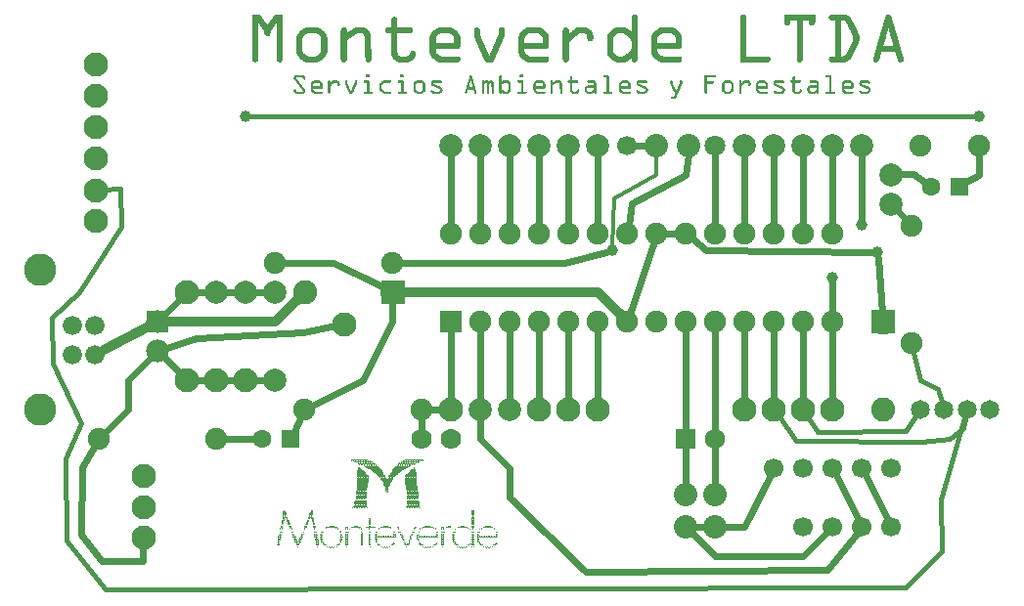
<source format=gtl>
G04 MADE WITH FRITZING*
G04 WWW.FRITZING.ORG*
G04 DOUBLE SIDED*
G04 HOLES PLATED*
G04 CONTOUR ON CENTER OF CONTOUR VECTOR*
%ASAXBY*%
%FSLAX23Y23*%
%MOIN*%
%OFA0B0*%
%SFA1.0B1.0*%
%ADD10C,0.082000*%
%ADD11C,0.075000*%
%ADD12C,0.062992*%
%ADD13C,0.080000*%
%ADD14C,0.039370*%
%ADD15C,0.066929*%
%ADD16C,0.078740*%
%ADD17C,0.074803*%
%ADD18C,0.070000*%
%ADD19C,0.069000*%
%ADD20C,0.078000*%
%ADD21C,0.070866*%
%ADD22C,0.082677*%
%ADD23C,0.066000*%
%ADD24C,0.110000*%
%ADD25C,0.065000*%
%ADD26R,0.082000X0.082000*%
%ADD27R,0.062992X0.062992*%
%ADD28R,0.075000X0.075000*%
%ADD29R,0.069000X0.069000*%
%ADD30R,0.078000X0.078000*%
%ADD31C,0.024000*%
%ADD32C,0.032000*%
%ADD33C,0.012000*%
%ADD34C,0.016000*%
%ADD35R,0.001000X0.001000*%
%LNCOPPER1*%
G90*
G70*
G54D10*
X2980Y1006D03*
X2980Y708D03*
G54D11*
X308Y609D03*
X708Y609D03*
G54D12*
X961Y609D03*
X863Y609D03*
G54D13*
X2208Y1609D03*
X2318Y1609D03*
X2208Y1609D03*
X2318Y1609D03*
G54D11*
X908Y1209D03*
X1308Y1209D03*
G54D14*
X2056Y1251D03*
G54D15*
X2108Y1609D03*
G54D16*
X2908Y1609D03*
G54D17*
X3308Y1609D03*
X3108Y1609D03*
G54D14*
X2808Y1158D03*
X2907Y1338D03*
G54D18*
X1408Y609D03*
X1508Y609D03*
G54D11*
X1508Y1009D03*
X1508Y1309D03*
X1608Y1009D03*
X1608Y1309D03*
X1708Y1009D03*
X1708Y1309D03*
X1808Y1009D03*
X1808Y1309D03*
X1908Y1009D03*
X1908Y1309D03*
X2008Y1009D03*
X2008Y1309D03*
X2108Y1009D03*
X2108Y1309D03*
X2208Y1009D03*
X2208Y1309D03*
X2308Y1009D03*
X2308Y1309D03*
X2408Y1009D03*
X2408Y1309D03*
X2508Y1009D03*
X2508Y1309D03*
X2608Y1009D03*
X2608Y1309D03*
X2708Y1009D03*
X2708Y1309D03*
X2808Y1009D03*
X2808Y1309D03*
X1008Y709D03*
X1408Y709D03*
G54D19*
X2308Y609D03*
X2408Y609D03*
G54D20*
X508Y1009D03*
X508Y909D03*
G54D12*
X3241Y1469D03*
X3143Y1469D03*
G54D13*
X2308Y309D03*
X2308Y419D03*
X2308Y309D03*
X2308Y419D03*
X2408Y309D03*
X2408Y419D03*
X2408Y309D03*
X2408Y419D03*
G54D16*
X2508Y1609D03*
X2608Y1609D03*
X2708Y1609D03*
X1508Y1609D03*
X1608Y1609D03*
X1708Y1609D03*
X1808Y1609D03*
X1908Y1609D03*
X1608Y709D03*
X1708Y709D03*
G54D21*
X2408Y1609D03*
G54D16*
X2808Y1609D03*
X2008Y1609D03*
G54D22*
X1508Y709D03*
X1808Y709D03*
X1908Y709D03*
X2008Y709D03*
X2508Y709D03*
X2608Y709D03*
X2708Y709D03*
X2808Y709D03*
X608Y809D03*
X708Y809D03*
X808Y809D03*
X608Y1109D03*
G54D16*
X708Y1109D03*
X808Y1109D03*
G54D15*
X2708Y309D03*
X2808Y309D03*
X2908Y309D03*
X3008Y309D03*
X3008Y509D03*
X2808Y509D03*
X2708Y509D03*
X2608Y509D03*
G54D14*
X2961Y1245D03*
X808Y1709D03*
X3308Y1709D03*
G54D10*
X1308Y1109D03*
X1010Y1109D03*
G54D23*
X293Y896D03*
X293Y995D03*
X215Y995D03*
X215Y896D03*
G54D24*
X108Y709D03*
X108Y1183D03*
G54D23*
X293Y896D03*
X293Y995D03*
X215Y995D03*
X215Y896D03*
G54D24*
X108Y709D03*
X108Y1183D03*
G54D25*
X3108Y709D03*
X3187Y709D03*
X3266Y709D03*
X3344Y709D03*
G54D11*
X3075Y936D03*
X3075Y1336D03*
G54D16*
X3008Y1409D03*
X3008Y1509D03*
X908Y809D03*
X908Y1109D03*
G54D15*
X2908Y509D03*
G54D22*
X459Y480D03*
X459Y376D03*
X459Y272D03*
X295Y1886D03*
X295Y1777D03*
X295Y1671D03*
X295Y1566D03*
X295Y1456D03*
X295Y1351D03*
X1142Y999D03*
G54D26*
X2980Y1007D03*
G54D27*
X961Y609D03*
G54D28*
X1508Y1009D03*
G54D29*
X2308Y609D03*
G54D30*
X508Y1009D03*
G54D27*
X3241Y1469D03*
G54D26*
X1309Y1109D03*
G54D31*
X2962Y1226D02*
X2978Y1038D01*
D02*
X1892Y1207D02*
X1337Y1208D01*
D02*
X2038Y1246D02*
X1892Y1207D01*
G54D32*
D02*
X324Y912D02*
X477Y992D01*
G54D31*
D02*
X408Y809D02*
X408Y709D01*
D02*
X408Y709D02*
X328Y629D01*
D02*
X487Y887D02*
X408Y809D01*
D02*
X737Y609D02*
X836Y609D01*
D02*
X996Y683D02*
X973Y633D01*
D02*
X679Y809D02*
X637Y809D01*
D02*
X588Y829D02*
X530Y887D01*
D02*
X1108Y1209D02*
X937Y1209D01*
D02*
X1280Y1123D02*
X1108Y1209D01*
D02*
X2177Y1609D02*
X2133Y1609D01*
D02*
X2308Y1509D02*
X2315Y1578D01*
D02*
X2122Y1410D02*
X2308Y1509D01*
D02*
X2112Y1337D02*
X2122Y1410D01*
G54D33*
D02*
X2208Y1509D02*
X2062Y1429D01*
D02*
X2062Y1429D02*
X2057Y1265D01*
D02*
X2208Y1583D02*
X2208Y1509D01*
G54D34*
D02*
X3208Y609D02*
X3253Y645D01*
D02*
X3253Y645D02*
X3262Y691D01*
D02*
X3057Y633D02*
X3098Y694D01*
D02*
X2757Y631D02*
X3057Y633D01*
D02*
X2721Y689D02*
X2757Y631D01*
D02*
X3110Y597D02*
X3208Y609D01*
D02*
X2684Y600D02*
X3110Y597D01*
D02*
X2622Y689D02*
X2684Y600D01*
G54D31*
D02*
X2908Y1582D02*
X2907Y1357D01*
D02*
X2808Y1139D02*
X2808Y1037D01*
D02*
X3308Y1509D02*
X3264Y1483D01*
D02*
X3308Y1584D02*
X3308Y1509D01*
D02*
X2897Y331D02*
X2819Y486D01*
D02*
X2997Y331D02*
X2919Y486D01*
D02*
X1408Y680D02*
X1408Y635D01*
D02*
X2508Y309D02*
X2597Y486D01*
D02*
X2439Y309D02*
X2508Y309D01*
D02*
X2199Y1281D02*
X2117Y1036D01*
D02*
X2280Y1309D02*
X2237Y1309D01*
D02*
X2308Y633D02*
X2308Y980D01*
D02*
X2408Y633D02*
X2408Y980D01*
D02*
X2377Y309D02*
X2339Y309D01*
D02*
X2308Y450D02*
X2308Y584D01*
D02*
X2408Y450D02*
X2408Y584D01*
D02*
X2408Y1582D02*
X2408Y1337D01*
D02*
X2508Y1582D02*
X2508Y1337D01*
D02*
X2608Y1582D02*
X2608Y1337D01*
D02*
X2708Y1582D02*
X2708Y1337D01*
D02*
X2808Y1582D02*
X2808Y1337D01*
D02*
X1508Y1582D02*
X1508Y1337D01*
D02*
X1608Y1582D02*
X1608Y1337D01*
D02*
X1708Y1582D02*
X1708Y1337D01*
D02*
X1808Y1582D02*
X1808Y1337D01*
D02*
X1908Y1582D02*
X1908Y1337D01*
D02*
X2008Y1582D02*
X2008Y1337D01*
D02*
X2008Y737D02*
X2008Y980D01*
D02*
X1908Y737D02*
X1908Y980D01*
D02*
X1808Y737D02*
X1808Y980D01*
D02*
X1708Y735D02*
X1708Y980D01*
D02*
X1608Y735D02*
X1608Y980D01*
D02*
X1508Y737D02*
X1508Y980D01*
D02*
X2508Y737D02*
X2508Y980D01*
D02*
X2608Y737D02*
X2608Y980D01*
D02*
X2708Y737D02*
X2708Y980D01*
D02*
X2808Y737D02*
X2808Y980D01*
D02*
X779Y809D02*
X737Y809D01*
D02*
X588Y1088D02*
X530Y1030D01*
D02*
X681Y1109D02*
X637Y1109D01*
D02*
X781Y1109D02*
X735Y1109D01*
D02*
X2377Y1252D02*
X2942Y1245D01*
D02*
X2330Y1290D02*
X2377Y1252D01*
D02*
X1708Y409D02*
X1967Y156D01*
D02*
X1708Y509D02*
X1708Y409D01*
D02*
X1608Y609D02*
X1708Y509D01*
D02*
X1967Y156D02*
X2789Y161D01*
D02*
X2789Y161D02*
X2893Y289D01*
D02*
X1608Y682D02*
X1608Y609D01*
G54D34*
D02*
X3295Y1709D02*
X822Y1709D01*
G54D32*
D02*
X908Y1009D02*
X983Y1082D01*
D02*
X808Y1009D02*
X908Y1009D01*
D02*
X544Y1009D02*
X808Y1009D01*
D02*
X2008Y1109D02*
X1346Y1109D01*
D02*
X2084Y1033D02*
X2008Y1109D01*
G54D31*
D02*
X1308Y1009D02*
X1208Y809D01*
D02*
X1208Y809D02*
X1034Y721D01*
D02*
X1308Y1076D02*
X1308Y1009D01*
D02*
X1437Y709D02*
X1479Y709D01*
D02*
X3026Y1389D02*
X3056Y1357D01*
D02*
X3082Y1512D02*
X3035Y1510D01*
D02*
X3121Y1485D02*
X3082Y1512D01*
G54D34*
D02*
X3165Y777D02*
X3108Y809D01*
D02*
X3108Y809D02*
X3081Y914D01*
D02*
X3182Y726D02*
X3165Y777D01*
G54D31*
D02*
X2708Y209D02*
X2408Y209D01*
D02*
X2408Y209D02*
X2330Y287D01*
D02*
X2791Y291D02*
X2708Y209D01*
D02*
X881Y809D02*
X837Y809D01*
D02*
X881Y1109D02*
X835Y1109D01*
D02*
X316Y192D02*
X456Y190D01*
D02*
X249Y512D02*
X247Y282D01*
D02*
X456Y190D02*
X458Y243D01*
D02*
X247Y282D02*
X316Y192D01*
D02*
X293Y584D02*
X249Y512D01*
D02*
X1004Y970D02*
X1114Y993D01*
D02*
X537Y918D02*
X641Y952D01*
D02*
X641Y952D02*
X1004Y970D01*
G54D34*
D02*
X329Y95D02*
X196Y260D01*
D02*
X3055Y100D02*
X329Y95D01*
D02*
X3180Y223D02*
X3055Y100D01*
D02*
X3177Y402D02*
X3180Y223D01*
D02*
X3261Y691D02*
X3177Y402D01*
D02*
X196Y260D02*
X192Y542D01*
D02*
X241Y1109D02*
X384Y1330D01*
D02*
X380Y1461D02*
X318Y1458D01*
D02*
X192Y542D02*
X246Y662D01*
D02*
X384Y1330D02*
X380Y1461D01*
D02*
X150Y866D02*
X145Y1021D01*
D02*
X246Y662D02*
X150Y866D01*
D02*
X145Y1021D02*
X241Y1109D01*
G36*
X1165Y539D02*
X1165Y536D01*
X1159Y536D01*
X1159Y533D01*
X1230Y533D01*
X1230Y531D01*
X1232Y531D01*
X1232Y533D01*
X1230Y533D01*
X1230Y536D01*
X1224Y536D01*
X1224Y539D01*
X1165Y539D01*
G37*
D02*
G36*
X1351Y539D02*
X1351Y536D01*
X1348Y536D01*
X1348Y533D01*
X1410Y533D01*
X1410Y531D01*
X1412Y531D01*
X1412Y533D01*
X1418Y533D01*
X1418Y536D01*
X1412Y536D01*
X1412Y539D01*
X1351Y539D01*
G37*
D02*
G36*
X1168Y533D02*
X1168Y531D01*
X1171Y531D01*
X1171Y533D01*
X1168Y533D01*
G37*
D02*
G36*
X1173Y533D02*
X1173Y531D01*
X1176Y531D01*
X1176Y533D01*
X1173Y533D01*
G37*
D02*
G36*
X1179Y533D02*
X1179Y531D01*
X1182Y531D01*
X1182Y533D01*
X1179Y533D01*
G37*
D02*
G36*
X1185Y533D02*
X1185Y531D01*
X1187Y531D01*
X1187Y533D01*
X1185Y533D01*
G37*
D02*
G36*
X1190Y533D02*
X1190Y531D01*
X1193Y531D01*
X1193Y533D01*
X1190Y533D01*
G37*
D02*
G36*
X1196Y533D02*
X1196Y531D01*
X1199Y531D01*
X1199Y533D01*
X1196Y533D01*
G37*
D02*
G36*
X1202Y533D02*
X1202Y531D01*
X1204Y531D01*
X1204Y533D01*
X1202Y533D01*
G37*
D02*
G36*
X1207Y533D02*
X1207Y531D01*
X1210Y531D01*
X1210Y533D01*
X1207Y533D01*
G37*
D02*
G36*
X1213Y533D02*
X1213Y531D01*
X1216Y531D01*
X1216Y533D01*
X1213Y533D01*
G37*
D02*
G36*
X1218Y533D02*
X1218Y531D01*
X1221Y531D01*
X1221Y533D01*
X1218Y533D01*
G37*
D02*
G36*
X1224Y533D02*
X1224Y531D01*
X1227Y531D01*
X1227Y533D01*
X1224Y533D01*
G37*
D02*
G36*
X1235Y533D02*
X1235Y531D01*
X1238Y531D01*
X1238Y533D01*
X1235Y533D01*
G37*
D02*
G36*
X1342Y533D02*
X1342Y531D01*
X1345Y531D01*
X1345Y533D01*
X1342Y533D01*
G37*
D02*
G36*
X1348Y533D02*
X1348Y531D01*
X1351Y531D01*
X1351Y533D01*
X1348Y533D01*
G37*
D02*
G36*
X1353Y533D02*
X1353Y531D01*
X1356Y531D01*
X1356Y533D01*
X1353Y533D01*
G37*
D02*
G36*
X1359Y533D02*
X1359Y531D01*
X1362Y531D01*
X1362Y533D01*
X1359Y533D01*
G37*
D02*
G36*
X1365Y533D02*
X1365Y531D01*
X1367Y531D01*
X1367Y533D01*
X1365Y533D01*
G37*
D02*
G36*
X1370Y533D02*
X1370Y531D01*
X1373Y531D01*
X1373Y533D01*
X1370Y533D01*
G37*
D02*
G36*
X1376Y533D02*
X1376Y531D01*
X1379Y531D01*
X1379Y533D01*
X1376Y533D01*
G37*
D02*
G36*
X1382Y533D02*
X1382Y531D01*
X1384Y531D01*
X1384Y533D01*
X1382Y533D01*
G37*
D02*
G36*
X1387Y533D02*
X1387Y531D01*
X1390Y531D01*
X1390Y533D01*
X1387Y533D01*
G37*
D02*
G36*
X1393Y533D02*
X1393Y531D01*
X1396Y531D01*
X1396Y533D01*
X1393Y533D01*
G37*
D02*
G36*
X1398Y533D02*
X1398Y531D01*
X1401Y531D01*
X1401Y533D01*
X1398Y533D01*
G37*
D02*
G36*
X1404Y533D02*
X1404Y531D01*
X1407Y531D01*
X1407Y533D01*
X1404Y533D01*
G37*
D02*
G36*
X1176Y531D02*
X1176Y528D01*
X1241Y528D01*
X1241Y531D01*
X1176Y531D01*
G37*
D02*
G36*
X1176Y531D02*
X1176Y528D01*
X1241Y528D01*
X1241Y531D01*
X1176Y531D01*
G37*
D02*
G36*
X1176Y531D02*
X1176Y528D01*
X1241Y528D01*
X1241Y531D01*
X1176Y531D01*
G37*
D02*
G36*
X1176Y531D02*
X1176Y528D01*
X1241Y528D01*
X1241Y531D01*
X1176Y531D01*
G37*
D02*
G36*
X1176Y531D02*
X1176Y528D01*
X1241Y528D01*
X1241Y531D01*
X1176Y531D01*
G37*
D02*
G36*
X1176Y531D02*
X1176Y528D01*
X1241Y528D01*
X1241Y531D01*
X1176Y531D01*
G37*
D02*
G36*
X1176Y531D02*
X1176Y528D01*
X1241Y528D01*
X1241Y531D01*
X1176Y531D01*
G37*
D02*
G36*
X1176Y531D02*
X1176Y528D01*
X1241Y528D01*
X1241Y531D01*
X1176Y531D01*
G37*
D02*
G36*
X1176Y531D02*
X1176Y528D01*
X1241Y528D01*
X1241Y531D01*
X1176Y531D01*
G37*
D02*
G36*
X1176Y531D02*
X1176Y528D01*
X1241Y528D01*
X1241Y531D01*
X1176Y531D01*
G37*
D02*
G36*
X1176Y531D02*
X1176Y528D01*
X1241Y528D01*
X1241Y531D01*
X1176Y531D01*
G37*
D02*
G36*
X1337Y531D02*
X1337Y528D01*
X1401Y528D01*
X1401Y531D01*
X1337Y531D01*
G37*
D02*
G36*
X1337Y531D02*
X1337Y528D01*
X1401Y528D01*
X1401Y531D01*
X1337Y531D01*
G37*
D02*
G36*
X1337Y531D02*
X1337Y528D01*
X1401Y528D01*
X1401Y531D01*
X1337Y531D01*
G37*
D02*
G36*
X1337Y531D02*
X1337Y528D01*
X1401Y528D01*
X1401Y531D01*
X1337Y531D01*
G37*
D02*
G36*
X1337Y531D02*
X1337Y528D01*
X1401Y528D01*
X1401Y531D01*
X1337Y531D01*
G37*
D02*
G36*
X1337Y531D02*
X1337Y528D01*
X1401Y528D01*
X1401Y531D01*
X1337Y531D01*
G37*
D02*
G36*
X1337Y531D02*
X1337Y528D01*
X1401Y528D01*
X1401Y531D01*
X1337Y531D01*
G37*
D02*
G36*
X1337Y531D02*
X1337Y528D01*
X1401Y528D01*
X1401Y531D01*
X1337Y531D01*
G37*
D02*
G36*
X1337Y531D02*
X1337Y528D01*
X1401Y528D01*
X1401Y531D01*
X1337Y531D01*
G37*
D02*
G36*
X1337Y531D02*
X1337Y528D01*
X1401Y528D01*
X1401Y531D01*
X1337Y531D01*
G37*
D02*
G36*
X1337Y531D02*
X1337Y528D01*
X1401Y528D01*
X1401Y531D01*
X1337Y531D01*
G37*
D02*
G36*
X1185Y528D02*
X1185Y525D01*
X1187Y525D01*
X1187Y528D01*
X1185Y528D01*
G37*
D02*
G36*
X1190Y528D02*
X1190Y525D01*
X1193Y525D01*
X1193Y528D01*
X1190Y528D01*
G37*
D02*
G36*
X1196Y528D02*
X1196Y525D01*
X1199Y525D01*
X1199Y528D01*
X1196Y528D01*
G37*
D02*
G36*
X1202Y528D02*
X1202Y525D01*
X1204Y525D01*
X1204Y528D01*
X1202Y528D01*
G37*
D02*
G36*
X1207Y528D02*
X1207Y525D01*
X1210Y525D01*
X1210Y528D01*
X1207Y528D01*
G37*
D02*
G36*
X1213Y528D02*
X1213Y525D01*
X1216Y525D01*
X1216Y528D01*
X1213Y528D01*
G37*
D02*
G36*
X1218Y528D02*
X1218Y525D01*
X1221Y525D01*
X1221Y528D01*
X1218Y528D01*
G37*
D02*
G36*
X1224Y528D02*
X1224Y525D01*
X1227Y525D01*
X1227Y528D01*
X1224Y528D01*
G37*
D02*
G36*
X1230Y528D02*
X1230Y525D01*
X1232Y525D01*
X1232Y528D01*
X1230Y528D01*
G37*
D02*
G36*
X1235Y528D02*
X1235Y525D01*
X1238Y525D01*
X1238Y528D01*
X1235Y528D01*
G37*
D02*
G36*
X1241Y528D02*
X1241Y525D01*
X1244Y525D01*
X1244Y528D01*
X1241Y528D01*
G37*
D02*
G36*
X1331Y528D02*
X1331Y525D01*
X1334Y525D01*
X1334Y528D01*
X1331Y528D01*
G37*
D02*
G36*
X1337Y528D02*
X1337Y525D01*
X1339Y525D01*
X1339Y528D01*
X1337Y528D01*
G37*
D02*
G36*
X1342Y528D02*
X1342Y525D01*
X1345Y525D01*
X1345Y528D01*
X1342Y528D01*
G37*
D02*
G36*
X1348Y528D02*
X1348Y525D01*
X1351Y525D01*
X1351Y528D01*
X1348Y528D01*
G37*
D02*
G36*
X1353Y528D02*
X1353Y525D01*
X1356Y525D01*
X1356Y528D01*
X1353Y528D01*
G37*
D02*
G36*
X1359Y528D02*
X1359Y525D01*
X1362Y525D01*
X1362Y528D01*
X1359Y528D01*
G37*
D02*
G36*
X1365Y528D02*
X1365Y525D01*
X1367Y525D01*
X1367Y528D01*
X1365Y528D01*
G37*
D02*
G36*
X1370Y528D02*
X1370Y525D01*
X1373Y525D01*
X1373Y528D01*
X1370Y528D01*
G37*
D02*
G36*
X1376Y528D02*
X1376Y525D01*
X1379Y525D01*
X1379Y528D01*
X1376Y528D01*
G37*
D02*
G36*
X1382Y528D02*
X1382Y525D01*
X1384Y525D01*
X1384Y528D01*
X1382Y528D01*
G37*
D02*
G36*
X1387Y528D02*
X1387Y525D01*
X1390Y525D01*
X1390Y528D01*
X1387Y528D01*
G37*
D02*
G36*
X1393Y528D02*
X1393Y525D01*
X1396Y525D01*
X1396Y528D01*
X1393Y528D01*
G37*
D02*
G36*
X1190Y525D02*
X1190Y522D01*
X1249Y522D01*
X1249Y525D01*
X1190Y525D01*
G37*
D02*
G36*
X1190Y525D02*
X1190Y522D01*
X1249Y522D01*
X1249Y525D01*
X1190Y525D01*
G37*
D02*
G36*
X1190Y525D02*
X1190Y522D01*
X1249Y522D01*
X1249Y525D01*
X1190Y525D01*
G37*
D02*
G36*
X1190Y525D02*
X1190Y522D01*
X1249Y522D01*
X1249Y525D01*
X1190Y525D01*
G37*
D02*
G36*
X1190Y525D02*
X1190Y522D01*
X1249Y522D01*
X1249Y525D01*
X1190Y525D01*
G37*
D02*
G36*
X1190Y525D02*
X1190Y522D01*
X1249Y522D01*
X1249Y525D01*
X1190Y525D01*
G37*
D02*
G36*
X1190Y525D02*
X1190Y522D01*
X1249Y522D01*
X1249Y525D01*
X1190Y525D01*
G37*
D02*
G36*
X1190Y525D02*
X1190Y522D01*
X1249Y522D01*
X1249Y525D01*
X1190Y525D01*
G37*
D02*
G36*
X1190Y525D02*
X1190Y522D01*
X1249Y522D01*
X1249Y525D01*
X1190Y525D01*
G37*
D02*
G36*
X1190Y525D02*
X1190Y522D01*
X1249Y522D01*
X1249Y525D01*
X1190Y525D01*
G37*
D02*
G36*
X1328Y525D02*
X1328Y522D01*
X1387Y522D01*
X1387Y525D01*
X1328Y525D01*
G37*
D02*
G36*
X1328Y525D02*
X1328Y522D01*
X1387Y522D01*
X1387Y525D01*
X1328Y525D01*
G37*
D02*
G36*
X1328Y525D02*
X1328Y522D01*
X1387Y522D01*
X1387Y525D01*
X1328Y525D01*
G37*
D02*
G36*
X1328Y525D02*
X1328Y522D01*
X1387Y522D01*
X1387Y525D01*
X1328Y525D01*
G37*
D02*
G36*
X1328Y525D02*
X1328Y522D01*
X1387Y522D01*
X1387Y525D01*
X1328Y525D01*
G37*
D02*
G36*
X1328Y525D02*
X1328Y522D01*
X1387Y522D01*
X1387Y525D01*
X1328Y525D01*
G37*
D02*
G36*
X1328Y525D02*
X1328Y522D01*
X1387Y522D01*
X1387Y525D01*
X1328Y525D01*
G37*
D02*
G36*
X1328Y525D02*
X1328Y522D01*
X1387Y522D01*
X1387Y525D01*
X1328Y525D01*
G37*
D02*
G36*
X1328Y525D02*
X1328Y522D01*
X1387Y522D01*
X1387Y525D01*
X1328Y525D01*
G37*
D02*
G36*
X1328Y525D02*
X1328Y522D01*
X1387Y522D01*
X1387Y525D01*
X1328Y525D01*
G37*
D02*
G36*
X1193Y522D02*
X1193Y519D01*
X1196Y519D01*
X1196Y522D01*
X1193Y522D01*
G37*
D02*
G36*
X1199Y522D02*
X1199Y519D01*
X1202Y519D01*
X1202Y522D01*
X1199Y522D01*
G37*
D02*
G36*
X1204Y522D02*
X1204Y519D01*
X1207Y519D01*
X1207Y522D01*
X1204Y522D01*
G37*
D02*
G36*
X1210Y522D02*
X1210Y519D01*
X1213Y519D01*
X1213Y522D01*
X1210Y522D01*
G37*
D02*
G36*
X1216Y522D02*
X1216Y519D01*
X1218Y519D01*
X1218Y522D01*
X1216Y522D01*
G37*
D02*
G36*
X1221Y522D02*
X1221Y519D01*
X1224Y519D01*
X1224Y522D01*
X1221Y522D01*
G37*
D02*
G36*
X1227Y522D02*
X1227Y519D01*
X1230Y519D01*
X1230Y522D01*
X1227Y522D01*
G37*
D02*
G36*
X1232Y522D02*
X1232Y519D01*
X1235Y519D01*
X1235Y522D01*
X1232Y522D01*
G37*
D02*
G36*
X1238Y522D02*
X1238Y519D01*
X1241Y519D01*
X1241Y522D01*
X1238Y522D01*
G37*
D02*
G36*
X1244Y522D02*
X1244Y519D01*
X1247Y519D01*
X1247Y522D01*
X1244Y522D01*
G37*
D02*
G36*
X1249Y522D02*
X1249Y519D01*
X1252Y519D01*
X1252Y522D01*
X1249Y522D01*
G37*
D02*
G36*
X1328Y522D02*
X1328Y519D01*
X1331Y519D01*
X1331Y522D01*
X1328Y522D01*
G37*
D02*
G36*
X1334Y522D02*
X1334Y519D01*
X1337Y519D01*
X1337Y522D01*
X1334Y522D01*
G37*
D02*
G36*
X1339Y522D02*
X1339Y519D01*
X1342Y519D01*
X1342Y522D01*
X1339Y522D01*
G37*
D02*
G36*
X1345Y522D02*
X1345Y519D01*
X1348Y519D01*
X1348Y522D01*
X1345Y522D01*
G37*
D02*
G36*
X1351Y522D02*
X1351Y519D01*
X1353Y519D01*
X1353Y522D01*
X1351Y522D01*
G37*
D02*
G36*
X1356Y522D02*
X1356Y519D01*
X1359Y519D01*
X1359Y522D01*
X1356Y522D01*
G37*
D02*
G36*
X1362Y522D02*
X1362Y519D01*
X1365Y519D01*
X1365Y522D01*
X1362Y522D01*
G37*
D02*
G36*
X1367Y522D02*
X1367Y519D01*
X1370Y519D01*
X1370Y522D01*
X1367Y522D01*
G37*
D02*
G36*
X1373Y522D02*
X1373Y519D01*
X1376Y519D01*
X1376Y522D01*
X1373Y522D01*
G37*
D02*
G36*
X1379Y522D02*
X1379Y519D01*
X1382Y519D01*
X1382Y522D01*
X1379Y522D01*
G37*
D02*
G36*
X1202Y519D02*
X1202Y517D01*
X1255Y517D01*
X1255Y519D01*
X1202Y519D01*
G37*
D02*
G36*
X1202Y519D02*
X1202Y517D01*
X1255Y517D01*
X1255Y519D01*
X1202Y519D01*
G37*
D02*
G36*
X1202Y519D02*
X1202Y517D01*
X1255Y517D01*
X1255Y519D01*
X1202Y519D01*
G37*
D02*
G36*
X1202Y519D02*
X1202Y517D01*
X1255Y517D01*
X1255Y519D01*
X1202Y519D01*
G37*
D02*
G36*
X1202Y519D02*
X1202Y517D01*
X1255Y517D01*
X1255Y519D01*
X1202Y519D01*
G37*
D02*
G36*
X1202Y519D02*
X1202Y517D01*
X1255Y517D01*
X1255Y519D01*
X1202Y519D01*
G37*
D02*
G36*
X1202Y519D02*
X1202Y517D01*
X1255Y517D01*
X1255Y519D01*
X1202Y519D01*
G37*
D02*
G36*
X1202Y519D02*
X1202Y517D01*
X1255Y517D01*
X1255Y519D01*
X1202Y519D01*
G37*
D02*
G36*
X1202Y519D02*
X1202Y517D01*
X1255Y517D01*
X1255Y519D01*
X1202Y519D01*
G37*
D02*
G36*
X1322Y519D02*
X1322Y517D01*
X1376Y517D01*
X1376Y519D01*
X1322Y519D01*
G37*
D02*
G36*
X1322Y519D02*
X1322Y517D01*
X1376Y517D01*
X1376Y519D01*
X1322Y519D01*
G37*
D02*
G36*
X1322Y519D02*
X1322Y517D01*
X1376Y517D01*
X1376Y519D01*
X1322Y519D01*
G37*
D02*
G36*
X1322Y519D02*
X1322Y517D01*
X1376Y517D01*
X1376Y519D01*
X1322Y519D01*
G37*
D02*
G36*
X1322Y519D02*
X1322Y517D01*
X1376Y517D01*
X1376Y519D01*
X1322Y519D01*
G37*
D02*
G36*
X1322Y519D02*
X1322Y517D01*
X1376Y517D01*
X1376Y519D01*
X1322Y519D01*
G37*
D02*
G36*
X1322Y519D02*
X1322Y517D01*
X1376Y517D01*
X1376Y519D01*
X1322Y519D01*
G37*
D02*
G36*
X1322Y519D02*
X1322Y517D01*
X1376Y517D01*
X1376Y519D01*
X1322Y519D01*
G37*
D02*
G36*
X1322Y519D02*
X1322Y517D01*
X1376Y517D01*
X1376Y519D01*
X1322Y519D01*
G37*
D02*
G36*
X1210Y517D02*
X1210Y514D01*
X1213Y514D01*
X1213Y517D01*
X1210Y517D01*
G37*
D02*
G36*
X1216Y517D02*
X1216Y514D01*
X1218Y514D01*
X1218Y517D01*
X1216Y517D01*
G37*
D02*
G36*
X1221Y517D02*
X1221Y514D01*
X1224Y514D01*
X1224Y517D01*
X1221Y517D01*
G37*
D02*
G36*
X1227Y517D02*
X1227Y514D01*
X1230Y514D01*
X1230Y517D01*
X1227Y517D01*
G37*
D02*
G36*
X1232Y517D02*
X1232Y514D01*
X1235Y514D01*
X1235Y517D01*
X1232Y517D01*
G37*
D02*
G36*
X1238Y517D02*
X1238Y514D01*
X1241Y514D01*
X1241Y517D01*
X1238Y517D01*
G37*
D02*
G36*
X1244Y517D02*
X1244Y514D01*
X1247Y514D01*
X1247Y517D01*
X1244Y517D01*
G37*
D02*
G36*
X1249Y517D02*
X1249Y514D01*
X1252Y514D01*
X1252Y517D01*
X1249Y517D01*
G37*
D02*
G36*
X1255Y517D02*
X1255Y514D01*
X1258Y514D01*
X1258Y517D01*
X1255Y517D01*
G37*
D02*
G36*
X1322Y517D02*
X1322Y514D01*
X1325Y514D01*
X1325Y517D01*
X1322Y517D01*
G37*
D02*
G36*
X1328Y517D02*
X1328Y514D01*
X1331Y514D01*
X1331Y517D01*
X1328Y517D01*
G37*
D02*
G36*
X1334Y517D02*
X1334Y514D01*
X1337Y514D01*
X1337Y517D01*
X1334Y517D01*
G37*
D02*
G36*
X1339Y517D02*
X1339Y514D01*
X1342Y514D01*
X1342Y517D01*
X1339Y517D01*
G37*
D02*
G36*
X1345Y517D02*
X1345Y514D01*
X1348Y514D01*
X1348Y517D01*
X1345Y517D01*
G37*
D02*
G36*
X1351Y517D02*
X1351Y514D01*
X1353Y514D01*
X1353Y517D01*
X1351Y517D01*
G37*
D02*
G36*
X1356Y517D02*
X1356Y514D01*
X1359Y514D01*
X1359Y517D01*
X1356Y517D01*
G37*
D02*
G36*
X1362Y517D02*
X1362Y514D01*
X1365Y514D01*
X1365Y517D01*
X1362Y517D01*
G37*
D02*
G36*
X1367Y517D02*
X1367Y514D01*
X1370Y514D01*
X1370Y517D01*
X1367Y517D01*
G37*
D02*
G36*
X1213Y514D02*
X1213Y511D01*
X1261Y511D01*
X1261Y514D01*
X1213Y514D01*
G37*
D02*
G36*
X1213Y514D02*
X1213Y511D01*
X1261Y511D01*
X1261Y514D01*
X1213Y514D01*
G37*
D02*
G36*
X1213Y514D02*
X1213Y511D01*
X1261Y511D01*
X1261Y514D01*
X1213Y514D01*
G37*
D02*
G36*
X1213Y514D02*
X1213Y511D01*
X1261Y511D01*
X1261Y514D01*
X1213Y514D01*
G37*
D02*
G36*
X1213Y514D02*
X1213Y511D01*
X1261Y511D01*
X1261Y514D01*
X1213Y514D01*
G37*
D02*
G36*
X1213Y514D02*
X1213Y511D01*
X1261Y511D01*
X1261Y514D01*
X1213Y514D01*
G37*
D02*
G36*
X1213Y514D02*
X1213Y511D01*
X1261Y511D01*
X1261Y514D01*
X1213Y514D01*
G37*
D02*
G36*
X1213Y514D02*
X1213Y511D01*
X1261Y511D01*
X1261Y514D01*
X1213Y514D01*
G37*
D02*
G36*
X1317Y514D02*
X1317Y511D01*
X1365Y511D01*
X1365Y514D01*
X1317Y514D01*
G37*
D02*
G36*
X1317Y514D02*
X1317Y511D01*
X1365Y511D01*
X1365Y514D01*
X1317Y514D01*
G37*
D02*
G36*
X1317Y514D02*
X1317Y511D01*
X1365Y511D01*
X1365Y514D01*
X1317Y514D01*
G37*
D02*
G36*
X1317Y514D02*
X1317Y511D01*
X1365Y511D01*
X1365Y514D01*
X1317Y514D01*
G37*
D02*
G36*
X1317Y514D02*
X1317Y511D01*
X1365Y511D01*
X1365Y514D01*
X1317Y514D01*
G37*
D02*
G36*
X1317Y514D02*
X1317Y511D01*
X1365Y511D01*
X1365Y514D01*
X1317Y514D01*
G37*
D02*
G36*
X1317Y514D02*
X1317Y511D01*
X1365Y511D01*
X1365Y514D01*
X1317Y514D01*
G37*
D02*
G36*
X1317Y514D02*
X1317Y511D01*
X1365Y511D01*
X1365Y514D01*
X1317Y514D01*
G37*
D02*
G36*
X1218Y511D02*
X1218Y508D01*
X1224Y508D01*
X1224Y505D01*
X1227Y505D01*
X1227Y503D01*
X1232Y503D01*
X1232Y500D01*
X1238Y500D01*
X1238Y497D01*
X1241Y497D01*
X1241Y494D01*
X1244Y494D01*
X1244Y491D01*
X1249Y491D01*
X1249Y488D01*
X1252Y488D01*
X1252Y486D01*
X1255Y486D01*
X1255Y483D01*
X1258Y483D01*
X1258Y480D01*
X1261Y480D01*
X1261Y477D01*
X1280Y477D01*
X1280Y474D01*
X1283Y474D01*
X1283Y483D01*
X1277Y483D01*
X1277Y491D01*
X1275Y491D01*
X1275Y494D01*
X1272Y494D01*
X1272Y500D01*
X1269Y500D01*
X1269Y503D01*
X1266Y503D01*
X1266Y508D01*
X1263Y508D01*
X1263Y511D01*
X1218Y511D01*
G37*
D02*
G36*
X1314Y511D02*
X1314Y508D01*
X1311Y508D01*
X1311Y503D01*
X1308Y503D01*
X1308Y500D01*
X1306Y500D01*
X1306Y494D01*
X1303Y494D01*
X1303Y491D01*
X1300Y491D01*
X1300Y486D01*
X1297Y486D01*
X1297Y483D01*
X1294Y483D01*
X1294Y477D01*
X1308Y477D01*
X1308Y474D01*
X1311Y474D01*
X1311Y477D01*
X1317Y477D01*
X1317Y480D01*
X1320Y480D01*
X1320Y483D01*
X1322Y483D01*
X1322Y486D01*
X1325Y486D01*
X1325Y488D01*
X1328Y488D01*
X1328Y491D01*
X1334Y491D01*
X1334Y494D01*
X1337Y494D01*
X1337Y497D01*
X1339Y497D01*
X1339Y500D01*
X1345Y500D01*
X1345Y503D01*
X1351Y503D01*
X1351Y505D01*
X1353Y505D01*
X1353Y508D01*
X1359Y508D01*
X1359Y511D01*
X1314Y511D01*
G37*
D02*
G36*
X1263Y477D02*
X1263Y474D01*
X1266Y474D01*
X1266Y477D01*
X1263Y477D01*
G37*
D02*
G36*
X1269Y477D02*
X1269Y474D01*
X1272Y474D01*
X1272Y477D01*
X1269Y477D01*
G37*
D02*
G36*
X1275Y477D02*
X1275Y474D01*
X1277Y474D01*
X1277Y477D01*
X1275Y477D01*
G37*
D02*
G36*
X1297Y477D02*
X1297Y474D01*
X1300Y474D01*
X1300Y477D01*
X1297Y477D01*
G37*
D02*
G36*
X1303Y477D02*
X1303Y474D01*
X1306Y474D01*
X1306Y477D01*
X1303Y477D01*
G37*
D02*
G36*
X1266Y474D02*
X1266Y472D01*
X1286Y472D01*
X1286Y474D01*
X1266Y474D01*
G37*
D02*
G36*
X1266Y474D02*
X1266Y472D01*
X1286Y472D01*
X1286Y474D01*
X1266Y474D01*
G37*
D02*
G36*
X1266Y474D02*
X1266Y472D01*
X1286Y472D01*
X1286Y474D01*
X1266Y474D01*
G37*
D02*
G36*
X1292Y474D02*
X1292Y472D01*
X1311Y472D01*
X1311Y474D01*
X1292Y474D01*
G37*
D02*
G36*
X1292Y474D02*
X1292Y472D01*
X1311Y472D01*
X1311Y474D01*
X1292Y474D01*
G37*
D02*
G36*
X1292Y474D02*
X1292Y472D01*
X1311Y472D01*
X1311Y474D01*
X1292Y474D01*
G37*
D02*
G36*
X1266Y472D02*
X1266Y469D01*
X1311Y469D01*
X1311Y472D01*
X1266Y472D01*
G37*
D02*
G36*
X1266Y472D02*
X1266Y469D01*
X1311Y469D01*
X1311Y472D01*
X1266Y472D01*
G37*
D02*
G36*
X1269Y469D02*
X1269Y466D01*
X1272Y466D01*
X1272Y460D01*
X1275Y460D01*
X1275Y458D01*
X1277Y458D01*
X1277Y449D01*
X1280Y449D01*
X1280Y443D01*
X1283Y443D01*
X1283Y432D01*
X1289Y432D01*
X1289Y427D01*
X1286Y427D01*
X1286Y424D01*
X1292Y424D01*
X1292Y432D01*
X1294Y432D01*
X1294Y443D01*
X1297Y443D01*
X1297Y449D01*
X1300Y449D01*
X1300Y458D01*
X1303Y458D01*
X1303Y460D01*
X1306Y460D01*
X1306Y466D01*
X1308Y466D01*
X1308Y469D01*
X1269Y469D01*
G37*
D02*
G36*
X1283Y432D02*
X1283Y429D01*
X1286Y429D01*
X1286Y432D01*
X1283Y432D01*
G37*
D02*
G36*
X1379Y511D02*
X1379Y505D01*
X1373Y505D01*
X1373Y503D01*
X1370Y503D01*
X1370Y500D01*
X1367Y500D01*
X1367Y497D01*
X1365Y497D01*
X1365Y494D01*
X1362Y494D01*
X1362Y491D01*
X1359Y491D01*
X1359Y488D01*
X1353Y488D01*
X1353Y486D01*
X1351Y486D01*
X1351Y477D01*
X1387Y477D01*
X1387Y474D01*
X1390Y474D01*
X1390Y494D01*
X1387Y494D01*
X1387Y505D01*
X1384Y505D01*
X1384Y511D01*
X1379Y511D01*
G37*
D02*
G36*
X1353Y477D02*
X1353Y474D01*
X1356Y474D01*
X1356Y477D01*
X1353Y477D01*
G37*
D02*
G36*
X1359Y477D02*
X1359Y474D01*
X1362Y474D01*
X1362Y477D01*
X1359Y477D01*
G37*
D02*
G36*
X1365Y477D02*
X1365Y474D01*
X1367Y474D01*
X1367Y477D01*
X1365Y477D01*
G37*
D02*
G36*
X1370Y477D02*
X1370Y474D01*
X1373Y474D01*
X1373Y477D01*
X1370Y477D01*
G37*
D02*
G36*
X1376Y477D02*
X1376Y474D01*
X1379Y474D01*
X1379Y477D01*
X1376Y477D01*
G37*
D02*
G36*
X1382Y477D02*
X1382Y474D01*
X1384Y474D01*
X1384Y477D01*
X1382Y477D01*
G37*
D02*
G36*
X1351Y474D02*
X1351Y472D01*
X1390Y472D01*
X1390Y474D01*
X1351Y474D01*
G37*
D02*
G36*
X1351Y474D02*
X1351Y472D01*
X1390Y472D01*
X1390Y474D01*
X1351Y474D01*
G37*
D02*
G36*
X1351Y474D02*
X1351Y472D01*
X1390Y472D01*
X1390Y474D01*
X1351Y474D01*
G37*
D02*
G36*
X1351Y474D02*
X1351Y472D01*
X1390Y472D01*
X1390Y474D01*
X1351Y474D01*
G37*
D02*
G36*
X1351Y474D02*
X1351Y472D01*
X1390Y472D01*
X1390Y474D01*
X1351Y474D01*
G37*
D02*
G36*
X1351Y474D02*
X1351Y472D01*
X1390Y472D01*
X1390Y474D01*
X1351Y474D01*
G37*
D02*
G36*
X1351Y474D02*
X1351Y472D01*
X1390Y472D01*
X1390Y474D01*
X1351Y474D01*
G37*
D02*
G36*
X1351Y472D02*
X1351Y452D01*
X1353Y452D01*
X1353Y435D01*
X1356Y435D01*
X1356Y432D01*
X1390Y432D01*
X1390Y427D01*
X1393Y427D01*
X1393Y449D01*
X1390Y449D01*
X1390Y472D01*
X1351Y472D01*
G37*
D02*
G36*
X1356Y432D02*
X1356Y427D01*
X1359Y427D01*
X1359Y432D01*
X1356Y432D01*
G37*
D02*
G36*
X1362Y432D02*
X1362Y427D01*
X1365Y427D01*
X1365Y432D01*
X1362Y432D01*
G37*
D02*
G36*
X1367Y432D02*
X1367Y427D01*
X1370Y427D01*
X1370Y432D01*
X1367Y432D01*
G37*
D02*
G36*
X1373Y432D02*
X1373Y427D01*
X1376Y427D01*
X1376Y432D01*
X1373Y432D01*
G37*
D02*
G36*
X1379Y432D02*
X1379Y427D01*
X1382Y427D01*
X1382Y432D01*
X1379Y432D01*
G37*
D02*
G36*
X1384Y432D02*
X1384Y427D01*
X1387Y427D01*
X1387Y432D01*
X1384Y432D01*
G37*
D02*
G36*
X1356Y427D02*
X1356Y424D01*
X1396Y424D01*
X1396Y427D01*
X1356Y427D01*
G37*
D02*
G36*
X1356Y427D02*
X1356Y424D01*
X1396Y424D01*
X1396Y427D01*
X1356Y427D01*
G37*
D02*
G36*
X1356Y427D02*
X1356Y424D01*
X1396Y424D01*
X1396Y427D01*
X1356Y427D01*
G37*
D02*
G36*
X1356Y427D02*
X1356Y424D01*
X1396Y424D01*
X1396Y427D01*
X1356Y427D01*
G37*
D02*
G36*
X1356Y427D02*
X1356Y424D01*
X1396Y424D01*
X1396Y427D01*
X1356Y427D01*
G37*
D02*
G36*
X1356Y427D02*
X1356Y424D01*
X1396Y424D01*
X1396Y427D01*
X1356Y427D01*
G37*
D02*
G36*
X1356Y427D02*
X1356Y424D01*
X1396Y424D01*
X1396Y427D01*
X1356Y427D01*
G37*
D02*
G36*
X1356Y424D02*
X1356Y418D01*
X1393Y418D01*
X1393Y415D01*
X1396Y415D01*
X1396Y424D01*
X1356Y424D01*
G37*
D02*
G36*
X1359Y418D02*
X1359Y415D01*
X1362Y415D01*
X1362Y418D01*
X1359Y418D01*
G37*
D02*
G36*
X1365Y418D02*
X1365Y415D01*
X1367Y415D01*
X1367Y418D01*
X1365Y418D01*
G37*
D02*
G36*
X1370Y418D02*
X1370Y415D01*
X1373Y415D01*
X1373Y418D01*
X1370Y418D01*
G37*
D02*
G36*
X1376Y418D02*
X1376Y415D01*
X1379Y415D01*
X1379Y418D01*
X1376Y418D01*
G37*
D02*
G36*
X1382Y418D02*
X1382Y415D01*
X1384Y415D01*
X1384Y418D01*
X1382Y418D01*
G37*
D02*
G36*
X1387Y418D02*
X1387Y415D01*
X1390Y415D01*
X1390Y418D01*
X1387Y418D01*
G37*
D02*
G36*
X1356Y415D02*
X1356Y413D01*
X1396Y413D01*
X1396Y415D01*
X1356Y415D01*
G37*
D02*
G36*
X1356Y415D02*
X1356Y413D01*
X1396Y413D01*
X1396Y415D01*
X1356Y415D01*
G37*
D02*
G36*
X1356Y415D02*
X1356Y413D01*
X1396Y413D01*
X1396Y415D01*
X1356Y415D01*
G37*
D02*
G36*
X1356Y415D02*
X1356Y413D01*
X1396Y413D01*
X1396Y415D01*
X1356Y415D01*
G37*
D02*
G36*
X1356Y415D02*
X1356Y413D01*
X1396Y413D01*
X1396Y415D01*
X1356Y415D01*
G37*
D02*
G36*
X1356Y415D02*
X1356Y413D01*
X1396Y413D01*
X1396Y415D01*
X1356Y415D01*
G37*
D02*
G36*
X1356Y415D02*
X1356Y413D01*
X1396Y413D01*
X1396Y415D01*
X1356Y415D01*
G37*
D02*
G36*
X1356Y413D02*
X1356Y404D01*
X1390Y404D01*
X1390Y401D01*
X1393Y401D01*
X1393Y404D01*
X1396Y404D01*
X1396Y413D01*
X1356Y413D01*
G37*
D02*
G36*
X1356Y404D02*
X1356Y401D01*
X1359Y401D01*
X1359Y404D01*
X1356Y404D01*
G37*
D02*
G36*
X1362Y404D02*
X1362Y401D01*
X1365Y401D01*
X1365Y404D01*
X1362Y404D01*
G37*
D02*
G36*
X1367Y404D02*
X1367Y401D01*
X1370Y401D01*
X1370Y404D01*
X1367Y404D01*
G37*
D02*
G36*
X1373Y404D02*
X1373Y401D01*
X1376Y401D01*
X1376Y404D01*
X1373Y404D01*
G37*
D02*
G36*
X1379Y404D02*
X1379Y401D01*
X1382Y401D01*
X1382Y404D01*
X1379Y404D01*
G37*
D02*
G36*
X1384Y404D02*
X1384Y401D01*
X1387Y401D01*
X1387Y404D01*
X1384Y404D01*
G37*
D02*
G36*
X1190Y511D02*
X1190Y500D01*
X1187Y500D01*
X1187Y477D01*
X1224Y477D01*
X1224Y474D01*
X1227Y474D01*
X1227Y483D01*
X1224Y483D01*
X1224Y486D01*
X1221Y486D01*
X1221Y488D01*
X1218Y488D01*
X1218Y491D01*
X1216Y491D01*
X1216Y494D01*
X1213Y494D01*
X1213Y497D01*
X1210Y497D01*
X1210Y500D01*
X1204Y500D01*
X1204Y505D01*
X1199Y505D01*
X1199Y508D01*
X1196Y508D01*
X1196Y511D01*
X1190Y511D01*
G37*
D02*
G36*
X1190Y477D02*
X1190Y474D01*
X1193Y474D01*
X1193Y477D01*
X1190Y477D01*
G37*
D02*
G36*
X1196Y477D02*
X1196Y474D01*
X1199Y474D01*
X1199Y477D01*
X1196Y477D01*
G37*
D02*
G36*
X1202Y477D02*
X1202Y474D01*
X1204Y474D01*
X1204Y477D01*
X1202Y477D01*
G37*
D02*
G36*
X1207Y477D02*
X1207Y474D01*
X1210Y474D01*
X1210Y477D01*
X1207Y477D01*
G37*
D02*
G36*
X1213Y477D02*
X1213Y474D01*
X1216Y474D01*
X1216Y477D01*
X1213Y477D01*
G37*
D02*
G36*
X1218Y477D02*
X1218Y474D01*
X1221Y474D01*
X1221Y477D01*
X1218Y477D01*
G37*
D02*
G36*
X1187Y474D02*
X1187Y472D01*
X1227Y472D01*
X1227Y474D01*
X1187Y474D01*
G37*
D02*
G36*
X1187Y474D02*
X1187Y472D01*
X1227Y472D01*
X1227Y474D01*
X1187Y474D01*
G37*
D02*
G36*
X1187Y474D02*
X1187Y472D01*
X1227Y472D01*
X1227Y474D01*
X1187Y474D01*
G37*
D02*
G36*
X1187Y474D02*
X1187Y472D01*
X1227Y472D01*
X1227Y474D01*
X1187Y474D01*
G37*
D02*
G36*
X1187Y474D02*
X1187Y472D01*
X1227Y472D01*
X1227Y474D01*
X1187Y474D01*
G37*
D02*
G36*
X1187Y474D02*
X1187Y472D01*
X1227Y472D01*
X1227Y474D01*
X1187Y474D01*
G37*
D02*
G36*
X1187Y474D02*
X1187Y472D01*
X1227Y472D01*
X1227Y474D01*
X1187Y474D01*
G37*
D02*
G36*
X1187Y472D02*
X1187Y458D01*
X1185Y458D01*
X1185Y432D01*
X1216Y432D01*
X1216Y427D01*
X1218Y427D01*
X1218Y432D01*
X1221Y432D01*
X1221Y441D01*
X1224Y441D01*
X1224Y458D01*
X1227Y458D01*
X1227Y472D01*
X1187Y472D01*
G37*
D02*
G36*
X1182Y432D02*
X1182Y427D01*
X1185Y427D01*
X1185Y432D01*
X1182Y432D01*
G37*
D02*
G36*
X1187Y432D02*
X1187Y427D01*
X1190Y427D01*
X1190Y432D01*
X1187Y432D01*
G37*
D02*
G36*
X1193Y432D02*
X1193Y427D01*
X1196Y427D01*
X1196Y432D01*
X1193Y432D01*
G37*
D02*
G36*
X1199Y432D02*
X1199Y427D01*
X1202Y427D01*
X1202Y432D01*
X1199Y432D01*
G37*
D02*
G36*
X1204Y432D02*
X1204Y427D01*
X1207Y427D01*
X1207Y432D01*
X1204Y432D01*
G37*
D02*
G36*
X1210Y432D02*
X1210Y427D01*
X1213Y427D01*
X1213Y432D01*
X1210Y432D01*
G37*
D02*
G36*
X1182Y427D02*
X1182Y424D01*
X1221Y424D01*
X1221Y427D01*
X1182Y427D01*
G37*
D02*
G36*
X1182Y427D02*
X1182Y424D01*
X1221Y424D01*
X1221Y427D01*
X1182Y427D01*
G37*
D02*
G36*
X1182Y427D02*
X1182Y424D01*
X1221Y424D01*
X1221Y427D01*
X1182Y427D01*
G37*
D02*
G36*
X1182Y427D02*
X1182Y424D01*
X1221Y424D01*
X1221Y427D01*
X1182Y427D01*
G37*
D02*
G36*
X1182Y427D02*
X1182Y424D01*
X1221Y424D01*
X1221Y427D01*
X1182Y427D01*
G37*
D02*
G36*
X1182Y427D02*
X1182Y424D01*
X1221Y424D01*
X1221Y427D01*
X1182Y427D01*
G37*
D02*
G36*
X1182Y427D02*
X1182Y424D01*
X1221Y424D01*
X1221Y427D01*
X1182Y427D01*
G37*
D02*
G36*
X1182Y424D02*
X1182Y418D01*
X1218Y418D01*
X1218Y415D01*
X1221Y415D01*
X1221Y424D01*
X1182Y424D01*
G37*
D02*
G36*
X1185Y418D02*
X1185Y415D01*
X1187Y415D01*
X1187Y418D01*
X1185Y418D01*
G37*
D02*
G36*
X1190Y418D02*
X1190Y415D01*
X1193Y415D01*
X1193Y418D01*
X1190Y418D01*
G37*
D02*
G36*
X1196Y418D02*
X1196Y415D01*
X1199Y415D01*
X1199Y418D01*
X1196Y418D01*
G37*
D02*
G36*
X1202Y418D02*
X1202Y415D01*
X1204Y415D01*
X1204Y418D01*
X1202Y418D01*
G37*
D02*
G36*
X1207Y418D02*
X1207Y415D01*
X1210Y415D01*
X1210Y418D01*
X1207Y418D01*
G37*
D02*
G36*
X1213Y418D02*
X1213Y415D01*
X1216Y415D01*
X1216Y418D01*
X1213Y418D01*
G37*
D02*
G36*
X1182Y415D02*
X1182Y413D01*
X1221Y413D01*
X1221Y415D01*
X1182Y415D01*
G37*
D02*
G36*
X1182Y415D02*
X1182Y413D01*
X1221Y413D01*
X1221Y415D01*
X1182Y415D01*
G37*
D02*
G36*
X1182Y415D02*
X1182Y413D01*
X1221Y413D01*
X1221Y415D01*
X1182Y415D01*
G37*
D02*
G36*
X1182Y415D02*
X1182Y413D01*
X1221Y413D01*
X1221Y415D01*
X1182Y415D01*
G37*
D02*
G36*
X1182Y415D02*
X1182Y413D01*
X1221Y413D01*
X1221Y415D01*
X1182Y415D01*
G37*
D02*
G36*
X1182Y415D02*
X1182Y413D01*
X1221Y413D01*
X1221Y415D01*
X1182Y415D01*
G37*
D02*
G36*
X1182Y415D02*
X1182Y413D01*
X1221Y413D01*
X1221Y415D01*
X1182Y415D01*
G37*
D02*
G36*
X1182Y413D02*
X1182Y404D01*
X1216Y404D01*
X1216Y401D01*
X1218Y401D01*
X1218Y404D01*
X1221Y404D01*
X1221Y413D01*
X1182Y413D01*
G37*
D02*
G36*
X1182Y404D02*
X1182Y401D01*
X1185Y401D01*
X1185Y404D01*
X1182Y404D01*
G37*
D02*
G36*
X1187Y404D02*
X1187Y401D01*
X1190Y401D01*
X1190Y404D01*
X1187Y404D01*
G37*
D02*
G36*
X1193Y404D02*
X1193Y401D01*
X1196Y401D01*
X1196Y404D01*
X1193Y404D01*
G37*
D02*
G36*
X1199Y404D02*
X1199Y401D01*
X1202Y401D01*
X1202Y404D01*
X1199Y404D01*
G37*
D02*
G36*
X1204Y404D02*
X1204Y401D01*
X1207Y401D01*
X1207Y404D01*
X1204Y404D01*
G37*
D02*
G36*
X1210Y404D02*
X1210Y401D01*
X1213Y401D01*
X1213Y404D01*
X1210Y404D01*
G37*
D02*
G36*
X1179Y398D02*
X1179Y393D01*
X1176Y393D01*
X1176Y384D01*
X1218Y384D01*
X1218Y382D01*
X1221Y382D01*
X1221Y398D01*
X1179Y398D01*
G37*
D02*
G36*
X1179Y384D02*
X1179Y382D01*
X1182Y382D01*
X1182Y384D01*
X1179Y384D01*
G37*
D02*
G36*
X1185Y384D02*
X1185Y382D01*
X1187Y382D01*
X1187Y384D01*
X1185Y384D01*
G37*
D02*
G36*
X1190Y384D02*
X1190Y382D01*
X1193Y382D01*
X1193Y384D01*
X1190Y384D01*
G37*
D02*
G36*
X1196Y384D02*
X1196Y382D01*
X1199Y382D01*
X1199Y384D01*
X1196Y384D01*
G37*
D02*
G36*
X1202Y384D02*
X1202Y382D01*
X1204Y382D01*
X1204Y384D01*
X1202Y384D01*
G37*
D02*
G36*
X1207Y384D02*
X1207Y382D01*
X1210Y382D01*
X1210Y384D01*
X1207Y384D01*
G37*
D02*
G36*
X1213Y384D02*
X1213Y382D01*
X1216Y382D01*
X1216Y384D01*
X1213Y384D01*
G37*
D02*
G36*
X1176Y382D02*
X1176Y379D01*
X1221Y379D01*
X1221Y382D01*
X1176Y382D01*
G37*
D02*
G36*
X1176Y382D02*
X1176Y379D01*
X1221Y379D01*
X1221Y382D01*
X1176Y382D01*
G37*
D02*
G36*
X1176Y382D02*
X1176Y379D01*
X1221Y379D01*
X1221Y382D01*
X1176Y382D01*
G37*
D02*
G36*
X1176Y382D02*
X1176Y379D01*
X1221Y379D01*
X1221Y382D01*
X1176Y382D01*
G37*
D02*
G36*
X1176Y382D02*
X1176Y379D01*
X1221Y379D01*
X1221Y382D01*
X1176Y382D01*
G37*
D02*
G36*
X1176Y382D02*
X1176Y379D01*
X1221Y379D01*
X1221Y382D01*
X1176Y382D01*
G37*
D02*
G36*
X1176Y382D02*
X1176Y379D01*
X1221Y379D01*
X1221Y382D01*
X1176Y382D01*
G37*
D02*
G36*
X1176Y382D02*
X1176Y379D01*
X1221Y379D01*
X1221Y382D01*
X1176Y382D01*
G37*
D02*
G36*
X1173Y379D02*
X1173Y373D01*
X1221Y373D01*
X1221Y370D01*
X1224Y370D01*
X1224Y376D01*
X1221Y376D01*
X1221Y379D01*
X1173Y379D01*
G37*
D02*
G36*
X1176Y373D02*
X1176Y370D01*
X1179Y370D01*
X1179Y373D01*
X1176Y373D01*
G37*
D02*
G36*
X1182Y373D02*
X1182Y370D01*
X1185Y370D01*
X1185Y373D01*
X1182Y373D01*
G37*
D02*
G36*
X1187Y373D02*
X1187Y370D01*
X1190Y370D01*
X1190Y373D01*
X1187Y373D01*
G37*
D02*
G36*
X1193Y373D02*
X1193Y370D01*
X1196Y370D01*
X1196Y373D01*
X1193Y373D01*
G37*
D02*
G36*
X1199Y373D02*
X1199Y370D01*
X1202Y370D01*
X1202Y373D01*
X1199Y373D01*
G37*
D02*
G36*
X1204Y373D02*
X1204Y370D01*
X1207Y370D01*
X1207Y373D01*
X1204Y373D01*
G37*
D02*
G36*
X1210Y373D02*
X1210Y370D01*
X1213Y370D01*
X1213Y373D01*
X1210Y373D01*
G37*
D02*
G36*
X1216Y373D02*
X1216Y370D01*
X1218Y370D01*
X1218Y373D01*
X1216Y373D01*
G37*
D02*
G36*
X1356Y398D02*
X1356Y384D01*
X1398Y384D01*
X1398Y382D01*
X1401Y382D01*
X1401Y393D01*
X1398Y393D01*
X1398Y398D01*
X1356Y398D01*
G37*
D02*
G36*
X1359Y384D02*
X1359Y382D01*
X1362Y382D01*
X1362Y384D01*
X1359Y384D01*
G37*
D02*
G36*
X1365Y384D02*
X1365Y382D01*
X1367Y382D01*
X1367Y384D01*
X1365Y384D01*
G37*
D02*
G36*
X1370Y384D02*
X1370Y382D01*
X1373Y382D01*
X1373Y384D01*
X1370Y384D01*
G37*
D02*
G36*
X1376Y384D02*
X1376Y382D01*
X1379Y382D01*
X1379Y384D01*
X1376Y384D01*
G37*
D02*
G36*
X1382Y384D02*
X1382Y382D01*
X1384Y382D01*
X1384Y384D01*
X1382Y384D01*
G37*
D02*
G36*
X1387Y384D02*
X1387Y382D01*
X1390Y382D01*
X1390Y384D01*
X1387Y384D01*
G37*
D02*
G36*
X1393Y384D02*
X1393Y382D01*
X1396Y382D01*
X1396Y384D01*
X1393Y384D01*
G37*
D02*
G36*
X1356Y382D02*
X1356Y379D01*
X1401Y379D01*
X1401Y382D01*
X1356Y382D01*
G37*
D02*
G36*
X1356Y382D02*
X1356Y379D01*
X1401Y379D01*
X1401Y382D01*
X1356Y382D01*
G37*
D02*
G36*
X1356Y382D02*
X1356Y379D01*
X1401Y379D01*
X1401Y382D01*
X1356Y382D01*
G37*
D02*
G36*
X1356Y382D02*
X1356Y379D01*
X1401Y379D01*
X1401Y382D01*
X1356Y382D01*
G37*
D02*
G36*
X1356Y382D02*
X1356Y379D01*
X1401Y379D01*
X1401Y382D01*
X1356Y382D01*
G37*
D02*
G36*
X1356Y382D02*
X1356Y379D01*
X1401Y379D01*
X1401Y382D01*
X1356Y382D01*
G37*
D02*
G36*
X1356Y382D02*
X1356Y379D01*
X1401Y379D01*
X1401Y382D01*
X1356Y382D01*
G37*
D02*
G36*
X1356Y382D02*
X1356Y379D01*
X1401Y379D01*
X1401Y382D01*
X1356Y382D01*
G37*
D02*
G36*
X1353Y379D02*
X1353Y373D01*
X1401Y373D01*
X1401Y370D01*
X1404Y370D01*
X1404Y376D01*
X1401Y376D01*
X1401Y379D01*
X1353Y379D01*
G37*
D02*
G36*
X1356Y373D02*
X1356Y370D01*
X1359Y370D01*
X1359Y373D01*
X1356Y373D01*
G37*
D02*
G36*
X1362Y373D02*
X1362Y370D01*
X1365Y370D01*
X1365Y373D01*
X1362Y373D01*
G37*
D02*
G36*
X1367Y373D02*
X1367Y370D01*
X1370Y370D01*
X1370Y373D01*
X1367Y373D01*
G37*
D02*
G36*
X1373Y373D02*
X1373Y370D01*
X1376Y370D01*
X1376Y373D01*
X1373Y373D01*
G37*
D02*
G36*
X1379Y373D02*
X1379Y370D01*
X1382Y370D01*
X1382Y373D01*
X1379Y373D01*
G37*
D02*
G36*
X1384Y373D02*
X1384Y370D01*
X1387Y370D01*
X1387Y373D01*
X1384Y373D01*
G37*
D02*
G36*
X1390Y373D02*
X1390Y370D01*
X1393Y370D01*
X1393Y373D01*
X1390Y373D01*
G37*
D02*
G36*
X1396Y373D02*
X1396Y370D01*
X1398Y370D01*
X1398Y373D01*
X1396Y373D01*
G37*
D02*
G36*
X1171Y373D02*
X1171Y370D01*
X1173Y370D01*
X1173Y373D01*
X1171Y373D01*
G37*
D02*
G36*
X937Y365D02*
X937Y362D01*
X934Y362D01*
X934Y348D01*
X946Y348D01*
X946Y342D01*
X948Y342D01*
X948Y348D01*
X946Y348D01*
X946Y359D01*
X943Y359D01*
X943Y362D01*
X940Y362D01*
X940Y365D01*
X937Y365D01*
G37*
D02*
G36*
X934Y348D02*
X934Y342D01*
X937Y342D01*
X937Y348D01*
X934Y348D01*
G37*
D02*
G36*
X940Y348D02*
X940Y342D01*
X943Y342D01*
X943Y348D01*
X940Y348D01*
G37*
D02*
G36*
X932Y342D02*
X932Y339D01*
X951Y339D01*
X951Y342D01*
X932Y342D01*
G37*
D02*
G36*
X932Y342D02*
X932Y339D01*
X951Y339D01*
X951Y342D01*
X932Y342D01*
G37*
D02*
G36*
X932Y342D02*
X932Y339D01*
X951Y339D01*
X951Y342D01*
X932Y342D01*
G37*
D02*
G36*
X932Y339D02*
X932Y337D01*
X946Y337D01*
X946Y334D01*
X948Y334D01*
X948Y331D01*
X946Y331D01*
X946Y328D01*
X948Y328D01*
X948Y323D01*
X951Y323D01*
X951Y314D01*
X960Y314D01*
X960Y320D01*
X957Y320D01*
X957Y331D01*
X951Y331D01*
X951Y339D01*
X932Y339D01*
G37*
D02*
G36*
X932Y337D02*
X932Y334D01*
X937Y334D01*
X937Y331D01*
X940Y331D01*
X940Y337D01*
X932Y337D01*
G37*
D02*
G36*
X932Y334D02*
X932Y331D01*
X934Y331D01*
X934Y334D01*
X932Y334D01*
G37*
D02*
G36*
X929Y331D02*
X929Y328D01*
X940Y328D01*
X940Y331D01*
X929Y331D01*
G37*
D02*
G36*
X929Y331D02*
X929Y328D01*
X940Y328D01*
X940Y331D01*
X929Y331D01*
G37*
D02*
G36*
X929Y328D02*
X929Y314D01*
X934Y314D01*
X934Y317D01*
X937Y317D01*
X937Y328D01*
X929Y328D01*
G37*
D02*
G36*
X1030Y365D02*
X1030Y359D01*
X1027Y359D01*
X1027Y353D01*
X1024Y353D01*
X1024Y348D01*
X1036Y348D01*
X1036Y342D01*
X1038Y342D01*
X1038Y351D01*
X1036Y351D01*
X1036Y365D01*
X1030Y365D01*
G37*
D02*
G36*
X1024Y348D02*
X1024Y342D01*
X1027Y342D01*
X1027Y348D01*
X1024Y348D01*
G37*
D02*
G36*
X1030Y348D02*
X1030Y342D01*
X1033Y342D01*
X1033Y348D01*
X1030Y348D01*
G37*
D02*
G36*
X1019Y342D02*
X1019Y339D01*
X1038Y339D01*
X1038Y342D01*
X1019Y342D01*
G37*
D02*
G36*
X1019Y342D02*
X1019Y339D01*
X1038Y339D01*
X1038Y342D01*
X1019Y342D01*
G37*
D02*
G36*
X1019Y342D02*
X1019Y339D01*
X1038Y339D01*
X1038Y342D01*
X1019Y342D01*
G37*
D02*
G36*
X1019Y339D02*
X1019Y337D01*
X1030Y337D01*
X1030Y334D01*
X1038Y334D01*
X1038Y331D01*
X1041Y331D01*
X1041Y339D01*
X1019Y339D01*
G37*
D02*
G36*
X1019Y337D02*
X1019Y334D01*
X1022Y334D01*
X1022Y331D01*
X1016Y331D01*
X1016Y325D01*
X1013Y325D01*
X1013Y317D01*
X1010Y317D01*
X1010Y314D01*
X1019Y314D01*
X1019Y323D01*
X1022Y323D01*
X1022Y325D01*
X1024Y325D01*
X1024Y334D01*
X1027Y334D01*
X1027Y337D01*
X1019Y337D01*
G37*
D02*
G36*
X1033Y334D02*
X1033Y331D01*
X1036Y331D01*
X1036Y334D01*
X1033Y334D01*
G37*
D02*
G36*
X1033Y331D02*
X1033Y328D01*
X1041Y328D01*
X1041Y331D01*
X1033Y331D01*
G37*
D02*
G36*
X1033Y331D02*
X1033Y328D01*
X1041Y328D01*
X1041Y331D01*
X1033Y331D01*
G37*
D02*
G36*
X1033Y328D02*
X1033Y323D01*
X1036Y323D01*
X1036Y314D01*
X1044Y314D01*
X1044Y320D01*
X1041Y320D01*
X1041Y328D01*
X1033Y328D01*
G37*
D02*
G36*
X1576Y365D02*
X1576Y348D01*
X1581Y348D01*
X1581Y342D01*
X1584Y342D01*
X1584Y348D01*
X1587Y348D01*
X1587Y365D01*
X1576Y365D01*
G37*
D02*
G36*
X1576Y348D02*
X1576Y342D01*
X1578Y342D01*
X1578Y348D01*
X1576Y348D01*
G37*
D02*
G36*
X1576Y342D02*
X1576Y339D01*
X1587Y339D01*
X1587Y342D01*
X1576Y342D01*
G37*
D02*
G36*
X1576Y342D02*
X1576Y339D01*
X1587Y339D01*
X1587Y342D01*
X1576Y342D01*
G37*
D02*
G36*
X1576Y339D02*
X1576Y334D01*
X1584Y334D01*
X1584Y331D01*
X1587Y331D01*
X1587Y339D01*
X1576Y339D01*
G37*
D02*
G36*
X1578Y334D02*
X1578Y331D01*
X1581Y331D01*
X1581Y334D01*
X1578Y334D01*
G37*
D02*
G36*
X1576Y331D02*
X1576Y328D01*
X1587Y328D01*
X1587Y331D01*
X1576Y331D01*
G37*
D02*
G36*
X1576Y331D02*
X1576Y328D01*
X1587Y328D01*
X1587Y331D01*
X1576Y331D01*
G37*
D02*
G36*
X1576Y328D02*
X1576Y314D01*
X1587Y314D01*
X1587Y328D01*
X1576Y328D01*
G37*
D02*
G36*
X1227Y337D02*
X1227Y334D01*
X1230Y334D01*
X1230Y331D01*
X1227Y331D01*
X1227Y314D01*
X1232Y314D01*
X1232Y337D01*
X1227Y337D01*
G37*
D02*
G36*
X926Y311D02*
X926Y306D01*
X929Y306D01*
X929Y297D01*
X932Y297D01*
X932Y306D01*
X934Y306D01*
X934Y311D01*
X926Y311D01*
G37*
D02*
G36*
X954Y311D02*
X954Y309D01*
X957Y309D01*
X957Y300D01*
X960Y300D01*
X960Y306D01*
X962Y306D01*
X962Y311D01*
X954Y311D01*
G37*
D02*
G36*
X1007Y311D02*
X1007Y297D01*
X1010Y297D01*
X1010Y306D01*
X1016Y306D01*
X1016Y311D01*
X1007Y311D01*
G37*
D02*
G36*
X1036Y311D02*
X1036Y306D01*
X1041Y306D01*
X1041Y297D01*
X1044Y297D01*
X1044Y306D01*
X1047Y306D01*
X1047Y311D01*
X1036Y311D01*
G37*
D02*
G36*
X1036Y306D02*
X1036Y300D01*
X1038Y300D01*
X1038Y306D01*
X1036Y306D01*
G37*
D02*
G36*
X1092Y311D02*
X1092Y309D01*
X1081Y309D01*
X1081Y306D01*
X1114Y306D01*
X1114Y300D01*
X1117Y300D01*
X1117Y306D01*
X1120Y306D01*
X1120Y309D01*
X1109Y309D01*
X1109Y311D01*
X1092Y311D01*
G37*
D02*
G36*
X1081Y306D02*
X1081Y300D01*
X1083Y300D01*
X1083Y306D01*
X1081Y306D01*
G37*
D02*
G36*
X1086Y306D02*
X1086Y303D01*
X1089Y303D01*
X1089Y306D01*
X1086Y306D01*
G37*
D02*
G36*
X1176Y311D02*
X1176Y309D01*
X1168Y309D01*
X1168Y306D01*
X1193Y306D01*
X1193Y300D01*
X1196Y300D01*
X1196Y306D01*
X1199Y306D01*
X1199Y309D01*
X1190Y309D01*
X1190Y311D01*
X1176Y311D01*
G37*
D02*
G36*
X1227Y311D02*
X1227Y309D01*
X1216Y309D01*
X1216Y306D01*
X1244Y306D01*
X1244Y303D01*
X1247Y303D01*
X1247Y306D01*
X1249Y306D01*
X1249Y309D01*
X1232Y309D01*
X1232Y311D01*
X1227Y311D01*
G37*
D02*
G36*
X1216Y306D02*
X1216Y303D01*
X1218Y303D01*
X1218Y306D01*
X1216Y306D01*
G37*
D02*
G36*
X1221Y306D02*
X1221Y303D01*
X1224Y303D01*
X1224Y306D01*
X1221Y306D01*
G37*
D02*
G36*
X1227Y306D02*
X1227Y297D01*
X1230Y297D01*
X1230Y306D01*
X1227Y306D01*
G37*
D02*
G36*
X1232Y306D02*
X1232Y303D01*
X1235Y303D01*
X1235Y306D01*
X1232Y306D01*
G37*
D02*
G36*
X1238Y306D02*
X1238Y303D01*
X1241Y303D01*
X1241Y306D01*
X1238Y306D01*
G37*
D02*
G36*
X1275Y311D02*
X1275Y309D01*
X1266Y309D01*
X1266Y306D01*
X1300Y306D01*
X1300Y300D01*
X1303Y300D01*
X1303Y309D01*
X1294Y309D01*
X1294Y311D01*
X1275Y311D01*
G37*
D02*
G36*
X1266Y306D02*
X1266Y303D01*
X1269Y303D01*
X1269Y306D01*
X1266Y306D01*
G37*
D02*
G36*
X1418Y311D02*
X1418Y309D01*
X1410Y309D01*
X1410Y306D01*
X1441Y306D01*
X1441Y303D01*
X1443Y303D01*
X1443Y306D01*
X1446Y306D01*
X1446Y309D01*
X1438Y309D01*
X1438Y311D01*
X1418Y311D01*
G37*
D02*
G36*
X1412Y306D02*
X1412Y303D01*
X1415Y303D01*
X1415Y306D01*
X1412Y306D01*
G37*
D02*
G36*
X1497Y311D02*
X1497Y309D01*
X1491Y309D01*
X1491Y303D01*
X1494Y303D01*
X1494Y306D01*
X1508Y306D01*
X1508Y311D01*
X1497Y311D01*
G37*
D02*
G36*
X1539Y311D02*
X1539Y309D01*
X1531Y309D01*
X1531Y306D01*
X1559Y306D01*
X1559Y303D01*
X1561Y303D01*
X1561Y306D01*
X1564Y306D01*
X1564Y309D01*
X1553Y309D01*
X1553Y311D01*
X1539Y311D01*
G37*
D02*
G36*
X1531Y306D02*
X1531Y303D01*
X1533Y303D01*
X1533Y306D01*
X1531Y306D01*
G37*
D02*
G36*
X1576Y311D02*
X1576Y306D01*
X1581Y306D01*
X1581Y297D01*
X1584Y297D01*
X1584Y306D01*
X1587Y306D01*
X1587Y311D01*
X1576Y311D01*
G37*
D02*
G36*
X1576Y306D02*
X1576Y297D01*
X1578Y297D01*
X1578Y306D01*
X1576Y306D01*
G37*
D02*
G36*
X1623Y311D02*
X1623Y309D01*
X1615Y309D01*
X1615Y306D01*
X1649Y306D01*
X1649Y300D01*
X1651Y300D01*
X1651Y309D01*
X1643Y309D01*
X1643Y311D01*
X1623Y311D01*
G37*
D02*
G36*
X1615Y306D02*
X1615Y303D01*
X1618Y303D01*
X1618Y306D01*
X1615Y306D01*
G37*
D02*
G36*
X1148Y309D02*
X1148Y306D01*
X1154Y306D01*
X1154Y297D01*
X1157Y297D01*
X1157Y309D01*
X1148Y309D01*
G37*
D02*
G36*
X1148Y306D02*
X1148Y297D01*
X1151Y297D01*
X1151Y306D01*
X1148Y306D01*
G37*
D02*
G36*
X1322Y309D02*
X1322Y306D01*
X1328Y306D01*
X1328Y297D01*
X1331Y297D01*
X1331Y309D01*
X1322Y309D01*
G37*
D02*
G36*
X1322Y306D02*
X1322Y303D01*
X1325Y303D01*
X1325Y306D01*
X1322Y306D01*
G37*
D02*
G36*
X1382Y309D02*
X1382Y306D01*
X1384Y306D01*
X1384Y300D01*
X1387Y300D01*
X1387Y306D01*
X1390Y306D01*
X1390Y309D01*
X1382Y309D01*
G37*
D02*
G36*
X1474Y309D02*
X1474Y306D01*
X1480Y306D01*
X1480Y297D01*
X1483Y297D01*
X1483Y309D01*
X1474Y309D01*
G37*
D02*
G36*
X1474Y306D02*
X1474Y297D01*
X1477Y297D01*
X1477Y306D01*
X1474Y306D01*
G37*
D02*
G36*
X923Y306D02*
X923Y297D01*
X926Y297D01*
X926Y306D01*
X923Y306D01*
G37*
D02*
G36*
X962Y306D02*
X962Y297D01*
X965Y297D01*
X965Y306D01*
X962Y306D01*
G37*
D02*
G36*
X1120Y306D02*
X1120Y297D01*
X1123Y297D01*
X1123Y306D01*
X1120Y306D01*
G37*
D02*
G36*
X1165Y306D02*
X1165Y303D01*
X1168Y303D01*
X1168Y306D01*
X1165Y306D01*
G37*
D02*
G36*
X1407Y306D02*
X1407Y300D01*
X1410Y300D01*
X1410Y306D01*
X1407Y306D01*
G37*
D02*
G36*
X1446Y306D02*
X1446Y300D01*
X1449Y300D01*
X1449Y306D01*
X1446Y306D01*
G37*
D02*
G36*
X1525Y306D02*
X1525Y297D01*
X1528Y297D01*
X1528Y306D01*
X1525Y306D01*
G37*
D02*
G36*
X1564Y306D02*
X1564Y300D01*
X1567Y300D01*
X1567Y306D01*
X1564Y306D01*
G37*
D02*
G36*
X1075Y303D02*
X1075Y297D01*
X1078Y297D01*
X1078Y303D01*
X1075Y303D01*
G37*
D02*
G36*
X1199Y303D02*
X1199Y297D01*
X1202Y297D01*
X1202Y303D01*
X1199Y303D01*
G37*
D02*
G36*
X1261Y303D02*
X1261Y297D01*
X1263Y297D01*
X1263Y303D01*
X1261Y303D01*
G37*
D02*
G36*
X1306Y303D02*
X1306Y297D01*
X1308Y297D01*
X1308Y303D01*
X1306Y303D01*
G37*
D02*
G36*
X1379Y303D02*
X1379Y297D01*
X1382Y297D01*
X1382Y303D01*
X1379Y303D01*
G37*
D02*
G36*
X1401Y303D02*
X1401Y297D01*
X1404Y297D01*
X1404Y303D01*
X1401Y303D01*
G37*
D02*
G36*
X1452Y303D02*
X1452Y297D01*
X1455Y297D01*
X1455Y303D01*
X1452Y303D01*
G37*
D02*
G36*
X1486Y303D02*
X1486Y300D01*
X1488Y300D01*
X1488Y303D01*
X1486Y303D01*
G37*
D02*
G36*
X1609Y303D02*
X1609Y297D01*
X1612Y297D01*
X1612Y303D01*
X1609Y303D01*
G37*
D02*
G36*
X1654Y303D02*
X1654Y297D01*
X1657Y297D01*
X1657Y303D01*
X1654Y303D01*
G37*
D02*
G36*
X1126Y300D02*
X1126Y297D01*
X1128Y297D01*
X1128Y300D01*
X1126Y300D01*
G37*
D02*
G36*
X1159Y300D02*
X1159Y297D01*
X1162Y297D01*
X1162Y300D01*
X1159Y300D01*
G37*
D02*
G36*
X1255Y300D02*
X1255Y297D01*
X1258Y297D01*
X1258Y300D01*
X1255Y300D01*
G37*
D02*
G36*
X1519Y300D02*
X1519Y297D01*
X1522Y297D01*
X1522Y300D01*
X1519Y300D01*
G37*
D02*
G36*
X1570Y300D02*
X1570Y297D01*
X1573Y297D01*
X1573Y300D01*
X1570Y300D01*
G37*
D02*
G36*
X1604Y300D02*
X1604Y297D01*
X1606Y297D01*
X1606Y300D01*
X1604Y300D01*
G37*
D02*
G36*
X1131Y294D02*
X1131Y292D01*
X1126Y292D01*
X1126Y289D01*
X1134Y289D01*
X1134Y294D01*
X1131Y294D01*
G37*
D02*
G36*
X923Y292D02*
X923Y289D01*
X932Y289D01*
X932Y292D01*
X923Y292D01*
G37*
D02*
G36*
X962Y292D02*
X962Y289D01*
X971Y289D01*
X971Y292D01*
X962Y292D01*
G37*
D02*
G36*
X1002Y292D02*
X1002Y289D01*
X1007Y289D01*
X1007Y292D01*
X1002Y292D01*
G37*
D02*
G36*
X1041Y292D02*
X1041Y289D01*
X1050Y289D01*
X1050Y292D01*
X1041Y292D01*
G37*
D02*
G36*
X1064Y292D02*
X1064Y289D01*
X1072Y289D01*
X1072Y292D01*
X1064Y292D01*
G37*
D02*
G36*
X1148Y292D02*
X1148Y289D01*
X1159Y289D01*
X1159Y292D01*
X1148Y292D01*
G37*
D02*
G36*
X1199Y292D02*
X1199Y289D01*
X1204Y289D01*
X1204Y292D01*
X1199Y292D01*
G37*
D02*
G36*
X1227Y292D02*
X1227Y289D01*
X1232Y289D01*
X1232Y292D01*
X1227Y292D01*
G37*
D02*
G36*
X1249Y292D02*
X1249Y289D01*
X1258Y289D01*
X1258Y292D01*
X1249Y292D01*
G37*
D02*
G36*
X1311Y292D02*
X1311Y289D01*
X1317Y289D01*
X1317Y292D01*
X1311Y292D01*
G37*
D02*
G36*
X1328Y292D02*
X1328Y289D01*
X1337Y289D01*
X1337Y292D01*
X1328Y292D01*
G37*
D02*
G36*
X1373Y292D02*
X1373Y289D01*
X1382Y289D01*
X1382Y292D01*
X1373Y292D01*
G37*
D02*
G36*
X1396Y292D02*
X1396Y289D01*
X1401Y289D01*
X1401Y292D01*
X1396Y292D01*
G37*
D02*
G36*
X1455Y292D02*
X1455Y289D01*
X1463Y289D01*
X1463Y292D01*
X1455Y292D01*
G37*
D02*
G36*
X1474Y292D02*
X1474Y289D01*
X1486Y289D01*
X1486Y292D01*
X1474Y292D01*
G37*
D02*
G36*
X1514Y292D02*
X1514Y289D01*
X1522Y289D01*
X1522Y292D01*
X1514Y292D01*
G37*
D02*
G36*
X1576Y292D02*
X1576Y289D01*
X1587Y289D01*
X1587Y292D01*
X1576Y292D01*
G37*
D02*
G36*
X1598Y292D02*
X1598Y289D01*
X1606Y289D01*
X1606Y292D01*
X1598Y292D01*
G37*
D02*
G36*
X1660Y292D02*
X1660Y289D01*
X1666Y289D01*
X1666Y292D01*
X1660Y292D01*
G37*
D02*
G36*
X1204Y289D02*
X1204Y286D01*
X1199Y286D01*
X1199Y283D01*
X1204Y283D01*
X1204Y280D01*
X1207Y280D01*
X1207Y289D01*
X1204Y289D01*
G37*
D02*
G36*
X1199Y283D02*
X1199Y280D01*
X1202Y280D01*
X1202Y283D01*
X1199Y283D01*
G37*
D02*
G36*
X1199Y280D02*
X1199Y278D01*
X1207Y278D01*
X1207Y280D01*
X1199Y280D01*
G37*
D02*
G36*
X1199Y280D02*
X1199Y278D01*
X1207Y278D01*
X1207Y280D01*
X1199Y280D01*
G37*
D02*
G36*
X1199Y278D02*
X1199Y275D01*
X1202Y275D01*
X1202Y278D01*
X1199Y278D01*
G37*
D02*
G36*
X1204Y278D02*
X1204Y275D01*
X1207Y275D01*
X1207Y278D01*
X1204Y278D01*
G37*
D02*
G36*
X1199Y275D02*
X1199Y272D01*
X1207Y272D01*
X1207Y275D01*
X1199Y275D01*
G37*
D02*
G36*
X1199Y275D02*
X1199Y272D01*
X1207Y272D01*
X1207Y275D01*
X1199Y275D01*
G37*
D02*
G36*
X1199Y272D02*
X1199Y269D01*
X1202Y269D01*
X1202Y272D01*
X1199Y272D01*
G37*
D02*
G36*
X1204Y272D02*
X1204Y269D01*
X1207Y269D01*
X1207Y272D01*
X1204Y272D01*
G37*
D02*
G36*
X1199Y269D02*
X1199Y266D01*
X1207Y266D01*
X1207Y269D01*
X1199Y269D01*
G37*
D02*
G36*
X1199Y269D02*
X1199Y266D01*
X1207Y266D01*
X1207Y269D01*
X1199Y269D01*
G37*
D02*
G36*
X1199Y266D02*
X1199Y264D01*
X1202Y264D01*
X1202Y266D01*
X1199Y266D01*
G37*
D02*
G36*
X1204Y266D02*
X1204Y264D01*
X1207Y264D01*
X1207Y266D01*
X1204Y266D01*
G37*
D02*
G36*
X1199Y264D02*
X1199Y261D01*
X1207Y261D01*
X1207Y264D01*
X1199Y264D01*
G37*
D02*
G36*
X1199Y264D02*
X1199Y261D01*
X1207Y261D01*
X1207Y264D01*
X1199Y264D01*
G37*
D02*
G36*
X1199Y261D02*
X1199Y258D01*
X1202Y258D01*
X1202Y261D01*
X1199Y261D01*
G37*
D02*
G36*
X1204Y261D02*
X1204Y258D01*
X1207Y258D01*
X1207Y261D01*
X1204Y261D01*
G37*
D02*
G36*
X1199Y258D02*
X1199Y255D01*
X1207Y255D01*
X1207Y258D01*
X1199Y258D01*
G37*
D02*
G36*
X1199Y258D02*
X1199Y255D01*
X1207Y255D01*
X1207Y258D01*
X1199Y258D01*
G37*
D02*
G36*
X1199Y255D02*
X1199Y252D01*
X1202Y252D01*
X1202Y255D01*
X1199Y255D01*
G37*
D02*
G36*
X1204Y255D02*
X1204Y252D01*
X1207Y252D01*
X1207Y255D01*
X1204Y255D01*
G37*
D02*
G36*
X1199Y252D02*
X1199Y249D01*
X1207Y249D01*
X1207Y252D01*
X1199Y252D01*
G37*
D02*
G36*
X1199Y252D02*
X1199Y249D01*
X1207Y249D01*
X1207Y252D01*
X1199Y252D01*
G37*
D02*
G36*
X1199Y249D02*
X1199Y247D01*
X1202Y247D01*
X1202Y249D01*
X1199Y249D01*
G37*
D02*
G36*
X1204Y249D02*
X1204Y247D01*
X1207Y247D01*
X1207Y249D01*
X1204Y249D01*
G37*
D02*
G36*
X1199Y247D02*
X1199Y244D01*
X1207Y244D01*
X1207Y247D01*
X1199Y247D01*
G37*
D02*
G36*
X1199Y247D02*
X1199Y244D01*
X1207Y244D01*
X1207Y247D01*
X1199Y247D01*
G37*
D02*
G36*
X962Y286D02*
X962Y283D01*
X968Y283D01*
X968Y278D01*
X974Y278D01*
X974Y275D01*
X977Y275D01*
X977Y278D01*
X974Y278D01*
X974Y280D01*
X971Y280D01*
X971Y283D01*
X974Y283D01*
X974Y286D01*
X962Y286D01*
G37*
D02*
G36*
X996Y286D02*
X996Y283D01*
X1002Y283D01*
X1002Y280D01*
X1005Y280D01*
X1005Y283D01*
X1007Y283D01*
X1007Y286D01*
X996Y286D01*
G37*
D02*
G36*
X996Y283D02*
X996Y280D01*
X999Y280D01*
X999Y283D01*
X996Y283D01*
G37*
D02*
G36*
X996Y280D02*
X996Y275D01*
X993Y275D01*
X993Y272D01*
X996Y272D01*
X996Y269D01*
X999Y269D01*
X999Y272D01*
X1002Y272D01*
X1002Y275D01*
X999Y275D01*
X999Y278D01*
X1002Y278D01*
X1002Y280D01*
X996Y280D01*
G37*
D02*
G36*
X968Y278D02*
X968Y275D01*
X971Y275D01*
X971Y278D01*
X968Y278D01*
G37*
D02*
G36*
X968Y275D02*
X968Y272D01*
X979Y272D01*
X979Y275D01*
X968Y275D01*
G37*
D02*
G36*
X968Y275D02*
X968Y272D01*
X979Y272D01*
X979Y275D01*
X968Y275D01*
G37*
D02*
G36*
X974Y272D02*
X974Y269D01*
X971Y269D01*
X971Y266D01*
X974Y266D01*
X974Y261D01*
X979Y261D01*
X979Y258D01*
X982Y258D01*
X982Y264D01*
X977Y264D01*
X977Y266D01*
X979Y266D01*
X979Y269D01*
X977Y269D01*
X977Y272D01*
X974Y272D01*
G37*
D02*
G36*
X991Y272D02*
X991Y269D01*
X993Y269D01*
X993Y272D01*
X991Y272D01*
G37*
D02*
G36*
X991Y269D02*
X991Y266D01*
X999Y266D01*
X999Y269D01*
X991Y269D01*
G37*
D02*
G36*
X991Y269D02*
X991Y266D01*
X999Y266D01*
X999Y269D01*
X991Y269D01*
G37*
D02*
G36*
X991Y266D02*
X991Y264D01*
X988Y264D01*
X988Y261D01*
X991Y261D01*
X991Y258D01*
X993Y258D01*
X993Y261D01*
X996Y261D01*
X996Y264D01*
X993Y264D01*
X993Y266D01*
X991Y266D01*
G37*
D02*
G36*
X974Y261D02*
X974Y258D01*
X977Y258D01*
X977Y261D01*
X974Y261D01*
G37*
D02*
G36*
X974Y258D02*
X974Y255D01*
X996Y255D01*
X996Y258D01*
X974Y258D01*
G37*
D02*
G36*
X974Y258D02*
X974Y255D01*
X996Y255D01*
X996Y258D01*
X974Y258D01*
G37*
D02*
G36*
X974Y258D02*
X974Y255D01*
X996Y255D01*
X996Y258D01*
X974Y258D01*
G37*
D02*
G36*
X979Y255D02*
X979Y252D01*
X982Y252D01*
X982Y255D01*
X979Y255D01*
G37*
D02*
G36*
X985Y255D02*
X985Y252D01*
X988Y252D01*
X988Y255D01*
X985Y255D01*
G37*
D02*
G36*
X991Y255D02*
X991Y252D01*
X993Y252D01*
X993Y255D01*
X991Y255D01*
G37*
D02*
G36*
X979Y252D02*
X979Y249D01*
X991Y249D01*
X991Y252D01*
X979Y252D01*
G37*
D02*
G36*
X979Y252D02*
X979Y249D01*
X991Y249D01*
X991Y252D01*
X979Y252D01*
G37*
D02*
G36*
X979Y249D02*
X979Y247D01*
X982Y247D01*
X982Y249D01*
X979Y249D01*
G37*
D02*
G36*
X985Y249D02*
X985Y247D01*
X988Y247D01*
X988Y249D01*
X985Y249D01*
G37*
D02*
G36*
X979Y247D02*
X979Y244D01*
X991Y244D01*
X991Y247D01*
X979Y247D01*
G37*
D02*
G36*
X979Y247D02*
X979Y244D01*
X991Y244D01*
X991Y247D01*
X979Y247D01*
G37*
D02*
G36*
X1041Y286D02*
X1041Y283D01*
X1047Y283D01*
X1047Y280D01*
X1050Y280D01*
X1050Y286D01*
X1041Y286D01*
G37*
D02*
G36*
X1041Y283D02*
X1041Y280D01*
X1044Y280D01*
X1044Y283D01*
X1041Y283D01*
G37*
D02*
G36*
X1041Y280D02*
X1041Y278D01*
X1052Y278D01*
X1052Y280D01*
X1041Y280D01*
G37*
D02*
G36*
X1041Y280D02*
X1041Y278D01*
X1052Y278D01*
X1052Y280D01*
X1041Y280D01*
G37*
D02*
G36*
X1041Y278D02*
X1041Y275D01*
X1044Y275D01*
X1044Y278D01*
X1041Y278D01*
G37*
D02*
G36*
X1047Y278D02*
X1047Y275D01*
X1050Y275D01*
X1050Y278D01*
X1047Y278D01*
G37*
D02*
G36*
X1041Y275D02*
X1041Y272D01*
X1052Y272D01*
X1052Y275D01*
X1041Y275D01*
G37*
D02*
G36*
X1041Y275D02*
X1041Y272D01*
X1052Y272D01*
X1052Y275D01*
X1041Y275D01*
G37*
D02*
G36*
X1047Y272D02*
X1047Y269D01*
X1044Y269D01*
X1044Y266D01*
X1047Y266D01*
X1047Y264D01*
X1044Y264D01*
X1044Y261D01*
X1052Y261D01*
X1052Y258D01*
X1055Y258D01*
X1055Y264D01*
X1050Y264D01*
X1050Y266D01*
X1052Y266D01*
X1052Y269D01*
X1050Y269D01*
X1050Y272D01*
X1047Y272D01*
G37*
D02*
G36*
X1047Y261D02*
X1047Y258D01*
X1050Y258D01*
X1050Y261D01*
X1047Y261D01*
G37*
D02*
G36*
X1047Y258D02*
X1047Y255D01*
X1055Y255D01*
X1055Y258D01*
X1047Y258D01*
G37*
D02*
G36*
X1047Y258D02*
X1047Y255D01*
X1055Y255D01*
X1055Y258D01*
X1047Y258D01*
G37*
D02*
G36*
X1047Y255D02*
X1047Y252D01*
X1050Y252D01*
X1050Y255D01*
X1047Y255D01*
G37*
D02*
G36*
X1052Y255D02*
X1052Y252D01*
X1055Y252D01*
X1055Y255D01*
X1052Y255D01*
G37*
D02*
G36*
X1047Y252D02*
X1047Y249D01*
X1058Y249D01*
X1058Y252D01*
X1047Y252D01*
G37*
D02*
G36*
X1047Y252D02*
X1047Y249D01*
X1058Y249D01*
X1058Y252D01*
X1047Y252D01*
G37*
D02*
G36*
X1047Y249D02*
X1047Y247D01*
X1050Y247D01*
X1050Y249D01*
X1047Y249D01*
G37*
D02*
G36*
X1052Y249D02*
X1052Y247D01*
X1055Y247D01*
X1055Y249D01*
X1052Y249D01*
G37*
D02*
G36*
X1047Y247D02*
X1047Y244D01*
X1058Y244D01*
X1058Y247D01*
X1047Y247D01*
G37*
D02*
G36*
X1047Y247D02*
X1047Y244D01*
X1058Y244D01*
X1058Y247D01*
X1047Y247D01*
G37*
D02*
G36*
X1064Y286D02*
X1064Y280D01*
X1061Y280D01*
X1061Y278D01*
X1064Y278D01*
X1064Y275D01*
X1061Y275D01*
X1061Y272D01*
X1064Y272D01*
X1064Y269D01*
X1061Y269D01*
X1061Y266D01*
X1064Y266D01*
X1064Y255D01*
X1069Y255D01*
X1069Y247D01*
X1072Y247D01*
X1072Y249D01*
X1075Y249D01*
X1075Y252D01*
X1072Y252D01*
X1072Y258D01*
X1067Y258D01*
X1067Y261D01*
X1069Y261D01*
X1069Y264D01*
X1067Y264D01*
X1067Y266D01*
X1069Y266D01*
X1069Y269D01*
X1067Y269D01*
X1067Y272D01*
X1069Y272D01*
X1069Y275D01*
X1067Y275D01*
X1067Y278D01*
X1069Y278D01*
X1069Y280D01*
X1067Y280D01*
X1067Y283D01*
X1069Y283D01*
X1069Y286D01*
X1064Y286D01*
G37*
D02*
G36*
X1128Y286D02*
X1128Y283D01*
X1131Y283D01*
X1131Y264D01*
X1128Y264D01*
X1128Y261D01*
X1131Y261D01*
X1131Y258D01*
X1126Y258D01*
X1126Y252D01*
X1123Y252D01*
X1123Y249D01*
X1126Y249D01*
X1126Y247D01*
X1128Y247D01*
X1128Y249D01*
X1131Y249D01*
X1131Y252D01*
X1128Y252D01*
X1128Y255D01*
X1134Y255D01*
X1134Y261D01*
X1137Y261D01*
X1137Y264D01*
X1134Y264D01*
X1134Y266D01*
X1137Y266D01*
X1137Y269D01*
X1134Y269D01*
X1134Y272D01*
X1140Y272D01*
X1140Y275D01*
X1134Y275D01*
X1134Y278D01*
X1137Y278D01*
X1137Y280D01*
X1134Y280D01*
X1134Y283D01*
X1137Y283D01*
X1137Y286D01*
X1128Y286D01*
G37*
D02*
G36*
X1148Y286D02*
X1148Y283D01*
X1154Y283D01*
X1154Y280D01*
X1157Y280D01*
X1157Y286D01*
X1148Y286D01*
G37*
D02*
G36*
X1148Y283D02*
X1148Y280D01*
X1151Y280D01*
X1151Y283D01*
X1148Y283D01*
G37*
D02*
G36*
X1148Y280D02*
X1148Y278D01*
X1157Y278D01*
X1157Y280D01*
X1148Y280D01*
G37*
D02*
G36*
X1148Y280D02*
X1148Y278D01*
X1157Y278D01*
X1157Y280D01*
X1148Y280D01*
G37*
D02*
G36*
X1148Y278D02*
X1148Y275D01*
X1151Y275D01*
X1151Y278D01*
X1148Y278D01*
G37*
D02*
G36*
X1154Y278D02*
X1154Y275D01*
X1157Y275D01*
X1157Y278D01*
X1154Y278D01*
G37*
D02*
G36*
X1148Y275D02*
X1148Y272D01*
X1157Y272D01*
X1157Y275D01*
X1148Y275D01*
G37*
D02*
G36*
X1148Y275D02*
X1148Y272D01*
X1157Y272D01*
X1157Y275D01*
X1148Y275D01*
G37*
D02*
G36*
X1148Y272D02*
X1148Y269D01*
X1151Y269D01*
X1151Y272D01*
X1148Y272D01*
G37*
D02*
G36*
X1154Y272D02*
X1154Y269D01*
X1157Y269D01*
X1157Y272D01*
X1154Y272D01*
G37*
D02*
G36*
X1148Y269D02*
X1148Y266D01*
X1157Y266D01*
X1157Y269D01*
X1148Y269D01*
G37*
D02*
G36*
X1148Y269D02*
X1148Y266D01*
X1157Y266D01*
X1157Y269D01*
X1148Y269D01*
G37*
D02*
G36*
X1148Y266D02*
X1148Y264D01*
X1151Y264D01*
X1151Y266D01*
X1148Y266D01*
G37*
D02*
G36*
X1154Y266D02*
X1154Y264D01*
X1157Y264D01*
X1157Y266D01*
X1154Y266D01*
G37*
D02*
G36*
X1148Y264D02*
X1148Y261D01*
X1157Y261D01*
X1157Y264D01*
X1148Y264D01*
G37*
D02*
G36*
X1148Y264D02*
X1148Y261D01*
X1157Y261D01*
X1157Y264D01*
X1148Y264D01*
G37*
D02*
G36*
X1148Y261D02*
X1148Y258D01*
X1151Y258D01*
X1151Y261D01*
X1148Y261D01*
G37*
D02*
G36*
X1154Y261D02*
X1154Y258D01*
X1157Y258D01*
X1157Y261D01*
X1154Y261D01*
G37*
D02*
G36*
X1148Y258D02*
X1148Y255D01*
X1157Y255D01*
X1157Y258D01*
X1148Y258D01*
G37*
D02*
G36*
X1148Y258D02*
X1148Y255D01*
X1157Y255D01*
X1157Y258D01*
X1148Y258D01*
G37*
D02*
G36*
X1148Y255D02*
X1148Y252D01*
X1151Y252D01*
X1151Y255D01*
X1148Y255D01*
G37*
D02*
G36*
X1154Y255D02*
X1154Y252D01*
X1157Y252D01*
X1157Y255D01*
X1154Y255D01*
G37*
D02*
G36*
X1148Y252D02*
X1148Y249D01*
X1157Y249D01*
X1157Y252D01*
X1148Y252D01*
G37*
D02*
G36*
X1148Y252D02*
X1148Y249D01*
X1157Y249D01*
X1157Y252D01*
X1148Y252D01*
G37*
D02*
G36*
X1148Y249D02*
X1148Y247D01*
X1151Y247D01*
X1151Y249D01*
X1148Y249D01*
G37*
D02*
G36*
X1154Y249D02*
X1154Y247D01*
X1157Y247D01*
X1157Y249D01*
X1154Y249D01*
G37*
D02*
G36*
X1148Y247D02*
X1148Y244D01*
X1157Y244D01*
X1157Y247D01*
X1148Y247D01*
G37*
D02*
G36*
X1148Y247D02*
X1148Y244D01*
X1157Y244D01*
X1157Y247D01*
X1148Y247D01*
G37*
D02*
G36*
X1227Y286D02*
X1227Y244D01*
X1232Y244D01*
X1232Y247D01*
X1230Y247D01*
X1230Y249D01*
X1232Y249D01*
X1232Y252D01*
X1230Y252D01*
X1230Y255D01*
X1232Y255D01*
X1232Y258D01*
X1230Y258D01*
X1230Y261D01*
X1232Y261D01*
X1232Y264D01*
X1230Y264D01*
X1230Y266D01*
X1232Y266D01*
X1232Y269D01*
X1230Y269D01*
X1230Y272D01*
X1232Y272D01*
X1232Y275D01*
X1230Y275D01*
X1230Y278D01*
X1232Y278D01*
X1232Y280D01*
X1230Y280D01*
X1230Y283D01*
X1232Y283D01*
X1232Y286D01*
X1227Y286D01*
G37*
D02*
G36*
X1249Y286D02*
X1249Y280D01*
X1247Y280D01*
X1247Y278D01*
X1255Y278D01*
X1255Y275D01*
X1258Y275D01*
X1258Y278D01*
X1255Y278D01*
X1255Y280D01*
X1252Y280D01*
X1252Y283D01*
X1255Y283D01*
X1255Y286D01*
X1249Y286D01*
G37*
D02*
G36*
X1311Y286D02*
X1311Y283D01*
X1317Y283D01*
X1317Y280D01*
X1320Y280D01*
X1320Y286D01*
X1311Y286D01*
G37*
D02*
G36*
X1311Y283D02*
X1311Y280D01*
X1314Y280D01*
X1314Y283D01*
X1311Y283D01*
G37*
D02*
G36*
X1311Y280D02*
X1311Y278D01*
X1320Y278D01*
X1320Y280D01*
X1311Y280D01*
G37*
D02*
G36*
X1311Y280D02*
X1311Y278D01*
X1320Y278D01*
X1320Y280D01*
X1311Y280D01*
G37*
D02*
G36*
X1249Y278D02*
X1249Y275D01*
X1252Y275D01*
X1252Y278D01*
X1249Y278D01*
G37*
D02*
G36*
X1261Y278D02*
X1261Y275D01*
X1263Y275D01*
X1263Y278D01*
X1261Y278D01*
G37*
D02*
G36*
X1266Y278D02*
X1266Y275D01*
X1269Y275D01*
X1269Y278D01*
X1266Y278D01*
G37*
D02*
G36*
X1272Y278D02*
X1272Y275D01*
X1275Y275D01*
X1275Y278D01*
X1272Y278D01*
G37*
D02*
G36*
X1277Y278D02*
X1277Y275D01*
X1280Y275D01*
X1280Y278D01*
X1277Y278D01*
G37*
D02*
G36*
X1283Y278D02*
X1283Y275D01*
X1286Y275D01*
X1286Y278D01*
X1283Y278D01*
G37*
D02*
G36*
X1289Y278D02*
X1289Y275D01*
X1292Y275D01*
X1292Y278D01*
X1289Y278D01*
G37*
D02*
G36*
X1294Y278D02*
X1294Y275D01*
X1297Y275D01*
X1297Y278D01*
X1294Y278D01*
G37*
D02*
G36*
X1300Y278D02*
X1300Y275D01*
X1303Y275D01*
X1303Y278D01*
X1300Y278D01*
G37*
D02*
G36*
X1306Y278D02*
X1306Y275D01*
X1308Y275D01*
X1308Y278D01*
X1306Y278D01*
G37*
D02*
G36*
X1311Y278D02*
X1311Y275D01*
X1314Y275D01*
X1314Y278D01*
X1311Y278D01*
G37*
D02*
G36*
X1317Y278D02*
X1317Y275D01*
X1320Y275D01*
X1320Y278D01*
X1317Y278D01*
G37*
D02*
G36*
X1247Y275D02*
X1247Y272D01*
X1320Y272D01*
X1320Y275D01*
X1247Y275D01*
G37*
D02*
G36*
X1247Y275D02*
X1247Y272D01*
X1320Y272D01*
X1320Y275D01*
X1247Y275D01*
G37*
D02*
G36*
X1247Y275D02*
X1247Y272D01*
X1320Y272D01*
X1320Y275D01*
X1247Y275D01*
G37*
D02*
G36*
X1247Y275D02*
X1247Y272D01*
X1320Y272D01*
X1320Y275D01*
X1247Y275D01*
G37*
D02*
G36*
X1247Y275D02*
X1247Y272D01*
X1320Y272D01*
X1320Y275D01*
X1247Y275D01*
G37*
D02*
G36*
X1247Y275D02*
X1247Y272D01*
X1320Y272D01*
X1320Y275D01*
X1247Y275D01*
G37*
D02*
G36*
X1247Y275D02*
X1247Y272D01*
X1320Y272D01*
X1320Y275D01*
X1247Y275D01*
G37*
D02*
G36*
X1247Y275D02*
X1247Y272D01*
X1320Y272D01*
X1320Y275D01*
X1247Y275D01*
G37*
D02*
G36*
X1247Y275D02*
X1247Y272D01*
X1320Y272D01*
X1320Y275D01*
X1247Y275D01*
G37*
D02*
G36*
X1247Y275D02*
X1247Y272D01*
X1320Y272D01*
X1320Y275D01*
X1247Y275D01*
G37*
D02*
G36*
X1247Y275D02*
X1247Y272D01*
X1320Y272D01*
X1320Y275D01*
X1247Y275D01*
G37*
D02*
G36*
X1247Y275D02*
X1247Y272D01*
X1320Y272D01*
X1320Y275D01*
X1247Y275D01*
G37*
D02*
G36*
X1247Y275D02*
X1247Y272D01*
X1320Y272D01*
X1320Y275D01*
X1247Y275D01*
G37*
D02*
G36*
X1249Y272D02*
X1249Y269D01*
X1247Y269D01*
X1247Y266D01*
X1249Y266D01*
X1249Y255D01*
X1255Y255D01*
X1255Y247D01*
X1258Y247D01*
X1258Y249D01*
X1261Y249D01*
X1261Y252D01*
X1258Y252D01*
X1258Y258D01*
X1252Y258D01*
X1252Y261D01*
X1255Y261D01*
X1255Y264D01*
X1252Y264D01*
X1252Y266D01*
X1255Y266D01*
X1255Y269D01*
X1252Y269D01*
X1252Y272D01*
X1249Y272D01*
G37*
D02*
G36*
X1334Y286D02*
X1334Y278D01*
X1339Y278D01*
X1339Y275D01*
X1337Y275D01*
X1337Y272D01*
X1339Y272D01*
X1339Y266D01*
X1345Y266D01*
X1345Y264D01*
X1342Y264D01*
X1342Y261D01*
X1345Y261D01*
X1345Y252D01*
X1348Y252D01*
X1348Y255D01*
X1351Y255D01*
X1351Y258D01*
X1348Y258D01*
X1348Y261D01*
X1351Y261D01*
X1351Y264D01*
X1348Y264D01*
X1348Y269D01*
X1342Y269D01*
X1342Y272D01*
X1345Y272D01*
X1345Y275D01*
X1342Y275D01*
X1342Y280D01*
X1337Y280D01*
X1337Y283D01*
X1339Y283D01*
X1339Y286D01*
X1334Y286D01*
G37*
D02*
G36*
X1373Y286D02*
X1373Y280D01*
X1370Y280D01*
X1370Y278D01*
X1376Y278D01*
X1376Y283D01*
X1379Y283D01*
X1379Y286D01*
X1373Y286D01*
G37*
D02*
G36*
X1393Y286D02*
X1393Y283D01*
X1396Y283D01*
X1396Y280D01*
X1390Y280D01*
X1390Y278D01*
X1401Y278D01*
X1401Y275D01*
X1404Y275D01*
X1404Y278D01*
X1401Y278D01*
X1401Y280D01*
X1398Y280D01*
X1398Y283D01*
X1401Y283D01*
X1401Y286D01*
X1393Y286D01*
G37*
D02*
G36*
X1457Y286D02*
X1457Y275D01*
X1460Y275D01*
X1460Y278D01*
X1463Y278D01*
X1463Y280D01*
X1460Y280D01*
X1460Y283D01*
X1463Y283D01*
X1463Y286D01*
X1457Y286D01*
G37*
D02*
G36*
X1390Y278D02*
X1390Y275D01*
X1393Y275D01*
X1393Y278D01*
X1390Y278D01*
G37*
D02*
G36*
X1396Y278D02*
X1396Y275D01*
X1398Y275D01*
X1398Y278D01*
X1396Y278D01*
G37*
D02*
G36*
X1407Y278D02*
X1407Y275D01*
X1410Y275D01*
X1410Y278D01*
X1407Y278D01*
G37*
D02*
G36*
X1412Y278D02*
X1412Y275D01*
X1415Y275D01*
X1415Y278D01*
X1412Y278D01*
G37*
D02*
G36*
X1418Y278D02*
X1418Y275D01*
X1421Y275D01*
X1421Y278D01*
X1418Y278D01*
G37*
D02*
G36*
X1424Y278D02*
X1424Y275D01*
X1426Y275D01*
X1426Y278D01*
X1424Y278D01*
G37*
D02*
G36*
X1429Y278D02*
X1429Y275D01*
X1432Y275D01*
X1432Y278D01*
X1429Y278D01*
G37*
D02*
G36*
X1435Y278D02*
X1435Y275D01*
X1438Y275D01*
X1438Y278D01*
X1435Y278D01*
G37*
D02*
G36*
X1441Y278D02*
X1441Y275D01*
X1443Y275D01*
X1443Y278D01*
X1441Y278D01*
G37*
D02*
G36*
X1446Y278D02*
X1446Y275D01*
X1449Y275D01*
X1449Y278D01*
X1446Y278D01*
G37*
D02*
G36*
X1452Y278D02*
X1452Y275D01*
X1455Y275D01*
X1455Y278D01*
X1452Y278D01*
G37*
D02*
G36*
X1390Y275D02*
X1390Y272D01*
X1463Y272D01*
X1463Y275D01*
X1390Y275D01*
G37*
D02*
G36*
X1390Y275D02*
X1390Y272D01*
X1463Y272D01*
X1463Y275D01*
X1390Y275D01*
G37*
D02*
G36*
X1390Y275D02*
X1390Y272D01*
X1463Y272D01*
X1463Y275D01*
X1390Y275D01*
G37*
D02*
G36*
X1390Y275D02*
X1390Y272D01*
X1463Y272D01*
X1463Y275D01*
X1390Y275D01*
G37*
D02*
G36*
X1390Y275D02*
X1390Y272D01*
X1463Y272D01*
X1463Y275D01*
X1390Y275D01*
G37*
D02*
G36*
X1390Y275D02*
X1390Y272D01*
X1463Y272D01*
X1463Y275D01*
X1390Y275D01*
G37*
D02*
G36*
X1390Y275D02*
X1390Y272D01*
X1463Y272D01*
X1463Y275D01*
X1390Y275D01*
G37*
D02*
G36*
X1390Y275D02*
X1390Y272D01*
X1463Y272D01*
X1463Y275D01*
X1390Y275D01*
G37*
D02*
G36*
X1390Y275D02*
X1390Y272D01*
X1463Y272D01*
X1463Y275D01*
X1390Y275D01*
G37*
D02*
G36*
X1390Y275D02*
X1390Y272D01*
X1463Y272D01*
X1463Y275D01*
X1390Y275D01*
G37*
D02*
G36*
X1390Y275D02*
X1390Y272D01*
X1463Y272D01*
X1463Y275D01*
X1390Y275D01*
G37*
D02*
G36*
X1390Y275D02*
X1390Y272D01*
X1463Y272D01*
X1463Y275D01*
X1390Y275D01*
G37*
D02*
G36*
X1390Y275D02*
X1390Y272D01*
X1463Y272D01*
X1463Y275D01*
X1390Y275D01*
G37*
D02*
G36*
X1390Y272D02*
X1390Y269D01*
X1393Y269D01*
X1393Y272D01*
X1390Y272D01*
G37*
D02*
G36*
X1396Y272D02*
X1396Y269D01*
X1398Y269D01*
X1398Y272D01*
X1396Y272D01*
G37*
D02*
G36*
X1390Y269D02*
X1390Y266D01*
X1398Y266D01*
X1398Y269D01*
X1390Y269D01*
G37*
D02*
G36*
X1390Y269D02*
X1390Y266D01*
X1398Y266D01*
X1398Y269D01*
X1390Y269D01*
G37*
D02*
G36*
X1396Y266D02*
X1396Y264D01*
X1393Y264D01*
X1393Y261D01*
X1396Y261D01*
X1396Y252D01*
X1398Y252D01*
X1398Y255D01*
X1401Y255D01*
X1401Y258D01*
X1398Y258D01*
X1398Y261D01*
X1401Y261D01*
X1401Y264D01*
X1398Y264D01*
X1398Y266D01*
X1396Y266D01*
G37*
D02*
G36*
X1474Y286D02*
X1474Y283D01*
X1480Y283D01*
X1480Y280D01*
X1483Y280D01*
X1483Y286D01*
X1474Y286D01*
G37*
D02*
G36*
X1474Y283D02*
X1474Y280D01*
X1477Y280D01*
X1477Y283D01*
X1474Y283D01*
G37*
D02*
G36*
X1474Y280D02*
X1474Y278D01*
X1483Y278D01*
X1483Y280D01*
X1474Y280D01*
G37*
D02*
G36*
X1474Y280D02*
X1474Y278D01*
X1483Y278D01*
X1483Y280D01*
X1474Y280D01*
G37*
D02*
G36*
X1474Y278D02*
X1474Y275D01*
X1477Y275D01*
X1477Y278D01*
X1474Y278D01*
G37*
D02*
G36*
X1480Y278D02*
X1480Y275D01*
X1483Y275D01*
X1483Y278D01*
X1480Y278D01*
G37*
D02*
G36*
X1474Y275D02*
X1474Y272D01*
X1483Y272D01*
X1483Y275D01*
X1474Y275D01*
G37*
D02*
G36*
X1474Y275D02*
X1474Y272D01*
X1483Y272D01*
X1483Y275D01*
X1474Y275D01*
G37*
D02*
G36*
X1474Y272D02*
X1474Y269D01*
X1477Y269D01*
X1477Y272D01*
X1474Y272D01*
G37*
D02*
G36*
X1480Y272D02*
X1480Y269D01*
X1483Y269D01*
X1483Y272D01*
X1480Y272D01*
G37*
D02*
G36*
X1474Y269D02*
X1474Y266D01*
X1483Y266D01*
X1483Y269D01*
X1474Y269D01*
G37*
D02*
G36*
X1474Y269D02*
X1474Y266D01*
X1483Y266D01*
X1483Y269D01*
X1474Y269D01*
G37*
D02*
G36*
X1474Y266D02*
X1474Y264D01*
X1477Y264D01*
X1477Y266D01*
X1474Y266D01*
G37*
D02*
G36*
X1480Y266D02*
X1480Y264D01*
X1483Y264D01*
X1483Y266D01*
X1480Y266D01*
G37*
D02*
G36*
X1474Y264D02*
X1474Y261D01*
X1483Y261D01*
X1483Y264D01*
X1474Y264D01*
G37*
D02*
G36*
X1474Y264D02*
X1474Y261D01*
X1483Y261D01*
X1483Y264D01*
X1474Y264D01*
G37*
D02*
G36*
X1474Y261D02*
X1474Y258D01*
X1477Y258D01*
X1477Y261D01*
X1474Y261D01*
G37*
D02*
G36*
X1480Y261D02*
X1480Y258D01*
X1483Y258D01*
X1483Y261D01*
X1480Y261D01*
G37*
D02*
G36*
X1474Y258D02*
X1474Y255D01*
X1483Y255D01*
X1483Y258D01*
X1474Y258D01*
G37*
D02*
G36*
X1474Y258D02*
X1474Y255D01*
X1483Y255D01*
X1483Y258D01*
X1474Y258D01*
G37*
D02*
G36*
X1474Y255D02*
X1474Y252D01*
X1477Y252D01*
X1477Y255D01*
X1474Y255D01*
G37*
D02*
G36*
X1480Y255D02*
X1480Y252D01*
X1483Y252D01*
X1483Y255D01*
X1480Y255D01*
G37*
D02*
G36*
X1474Y252D02*
X1474Y249D01*
X1483Y249D01*
X1483Y252D01*
X1474Y252D01*
G37*
D02*
G36*
X1474Y252D02*
X1474Y249D01*
X1483Y249D01*
X1483Y252D01*
X1474Y252D01*
G37*
D02*
G36*
X1474Y249D02*
X1474Y247D01*
X1477Y247D01*
X1477Y249D01*
X1474Y249D01*
G37*
D02*
G36*
X1480Y249D02*
X1480Y247D01*
X1483Y247D01*
X1483Y249D01*
X1480Y249D01*
G37*
D02*
G36*
X1474Y247D02*
X1474Y244D01*
X1483Y244D01*
X1483Y247D01*
X1474Y247D01*
G37*
D02*
G36*
X1474Y247D02*
X1474Y244D01*
X1483Y244D01*
X1483Y247D01*
X1474Y247D01*
G37*
D02*
G36*
X1514Y286D02*
X1514Y280D01*
X1511Y280D01*
X1511Y278D01*
X1514Y278D01*
X1514Y275D01*
X1511Y275D01*
X1511Y272D01*
X1514Y272D01*
X1514Y269D01*
X1511Y269D01*
X1511Y266D01*
X1514Y266D01*
X1514Y255D01*
X1519Y255D01*
X1519Y252D01*
X1516Y252D01*
X1516Y249D01*
X1519Y249D01*
X1519Y247D01*
X1522Y247D01*
X1522Y249D01*
X1525Y249D01*
X1525Y252D01*
X1522Y252D01*
X1522Y258D01*
X1516Y258D01*
X1516Y261D01*
X1519Y261D01*
X1519Y264D01*
X1516Y264D01*
X1516Y266D01*
X1519Y266D01*
X1519Y269D01*
X1516Y269D01*
X1516Y272D01*
X1519Y272D01*
X1519Y275D01*
X1516Y275D01*
X1516Y278D01*
X1519Y278D01*
X1519Y280D01*
X1516Y280D01*
X1516Y283D01*
X1519Y283D01*
X1519Y286D01*
X1514Y286D01*
G37*
D02*
G36*
X1576Y286D02*
X1576Y283D01*
X1581Y283D01*
X1581Y280D01*
X1584Y280D01*
X1584Y283D01*
X1587Y283D01*
X1587Y286D01*
X1576Y286D01*
G37*
D02*
G36*
X1576Y283D02*
X1576Y280D01*
X1578Y280D01*
X1578Y283D01*
X1576Y283D01*
G37*
D02*
G36*
X1578Y280D02*
X1578Y278D01*
X1581Y278D01*
X1581Y275D01*
X1578Y275D01*
X1578Y272D01*
X1581Y272D01*
X1581Y269D01*
X1576Y269D01*
X1576Y266D01*
X1581Y266D01*
X1581Y264D01*
X1584Y264D01*
X1584Y266D01*
X1587Y266D01*
X1587Y269D01*
X1584Y269D01*
X1584Y272D01*
X1587Y272D01*
X1587Y275D01*
X1584Y275D01*
X1584Y278D01*
X1587Y278D01*
X1587Y280D01*
X1578Y280D01*
G37*
D02*
G36*
X1576Y266D02*
X1576Y264D01*
X1578Y264D01*
X1578Y266D01*
X1576Y266D01*
G37*
D02*
G36*
X1576Y264D02*
X1576Y261D01*
X1587Y261D01*
X1587Y264D01*
X1576Y264D01*
G37*
D02*
G36*
X1576Y264D02*
X1576Y261D01*
X1587Y261D01*
X1587Y264D01*
X1576Y264D01*
G37*
D02*
G36*
X1576Y261D02*
X1576Y258D01*
X1578Y258D01*
X1578Y261D01*
X1576Y261D01*
G37*
D02*
G36*
X1581Y261D02*
X1581Y258D01*
X1584Y258D01*
X1584Y261D01*
X1581Y261D01*
G37*
D02*
G36*
X1576Y258D02*
X1576Y255D01*
X1587Y255D01*
X1587Y258D01*
X1576Y258D01*
G37*
D02*
G36*
X1576Y258D02*
X1576Y255D01*
X1587Y255D01*
X1587Y258D01*
X1576Y258D01*
G37*
D02*
G36*
X1576Y255D02*
X1576Y252D01*
X1578Y252D01*
X1578Y255D01*
X1576Y255D01*
G37*
D02*
G36*
X1581Y255D02*
X1581Y252D01*
X1584Y252D01*
X1584Y255D01*
X1581Y255D01*
G37*
D02*
G36*
X1570Y252D02*
X1570Y249D01*
X1587Y249D01*
X1587Y252D01*
X1570Y252D01*
G37*
D02*
G36*
X1570Y252D02*
X1570Y249D01*
X1587Y249D01*
X1587Y252D01*
X1570Y252D01*
G37*
D02*
G36*
X1570Y249D02*
X1570Y247D01*
X1573Y247D01*
X1573Y249D01*
X1570Y249D01*
G37*
D02*
G36*
X1576Y249D02*
X1576Y247D01*
X1578Y247D01*
X1578Y249D01*
X1576Y249D01*
G37*
D02*
G36*
X1581Y249D02*
X1581Y247D01*
X1584Y247D01*
X1584Y249D01*
X1581Y249D01*
G37*
D02*
G36*
X1576Y247D02*
X1576Y244D01*
X1587Y244D01*
X1587Y247D01*
X1576Y247D01*
G37*
D02*
G36*
X1576Y247D02*
X1576Y244D01*
X1587Y244D01*
X1587Y247D01*
X1576Y247D01*
G37*
D02*
G36*
X1598Y286D02*
X1598Y280D01*
X1595Y280D01*
X1595Y278D01*
X1604Y278D01*
X1604Y275D01*
X1606Y275D01*
X1606Y278D01*
X1604Y278D01*
X1604Y280D01*
X1601Y280D01*
X1601Y283D01*
X1604Y283D01*
X1604Y286D01*
X1598Y286D01*
G37*
D02*
G36*
X1660Y286D02*
X1660Y283D01*
X1666Y283D01*
X1666Y280D01*
X1668Y280D01*
X1668Y286D01*
X1660Y286D01*
G37*
D02*
G36*
X1660Y283D02*
X1660Y280D01*
X1663Y280D01*
X1663Y283D01*
X1660Y283D01*
G37*
D02*
G36*
X1660Y280D02*
X1660Y278D01*
X1668Y278D01*
X1668Y280D01*
X1660Y280D01*
G37*
D02*
G36*
X1660Y280D02*
X1660Y278D01*
X1668Y278D01*
X1668Y280D01*
X1660Y280D01*
G37*
D02*
G36*
X1598Y278D02*
X1598Y275D01*
X1601Y275D01*
X1601Y278D01*
X1598Y278D01*
G37*
D02*
G36*
X1609Y278D02*
X1609Y275D01*
X1612Y275D01*
X1612Y278D01*
X1609Y278D01*
G37*
D02*
G36*
X1615Y278D02*
X1615Y275D01*
X1618Y275D01*
X1618Y278D01*
X1615Y278D01*
G37*
D02*
G36*
X1621Y278D02*
X1621Y275D01*
X1623Y275D01*
X1623Y278D01*
X1621Y278D01*
G37*
D02*
G36*
X1626Y278D02*
X1626Y275D01*
X1629Y275D01*
X1629Y278D01*
X1626Y278D01*
G37*
D02*
G36*
X1632Y278D02*
X1632Y275D01*
X1635Y275D01*
X1635Y278D01*
X1632Y278D01*
G37*
D02*
G36*
X1637Y278D02*
X1637Y275D01*
X1640Y275D01*
X1640Y278D01*
X1637Y278D01*
G37*
D02*
G36*
X1643Y278D02*
X1643Y275D01*
X1646Y275D01*
X1646Y278D01*
X1643Y278D01*
G37*
D02*
G36*
X1649Y278D02*
X1649Y275D01*
X1651Y275D01*
X1651Y278D01*
X1649Y278D01*
G37*
D02*
G36*
X1654Y278D02*
X1654Y275D01*
X1657Y275D01*
X1657Y278D01*
X1654Y278D01*
G37*
D02*
G36*
X1660Y278D02*
X1660Y275D01*
X1663Y275D01*
X1663Y278D01*
X1660Y278D01*
G37*
D02*
G36*
X1666Y278D02*
X1666Y275D01*
X1668Y275D01*
X1668Y278D01*
X1666Y278D01*
G37*
D02*
G36*
X1595Y275D02*
X1595Y272D01*
X1668Y272D01*
X1668Y275D01*
X1595Y275D01*
G37*
D02*
G36*
X1595Y275D02*
X1595Y272D01*
X1668Y272D01*
X1668Y275D01*
X1595Y275D01*
G37*
D02*
G36*
X1595Y275D02*
X1595Y272D01*
X1668Y272D01*
X1668Y275D01*
X1595Y275D01*
G37*
D02*
G36*
X1595Y275D02*
X1595Y272D01*
X1668Y272D01*
X1668Y275D01*
X1595Y275D01*
G37*
D02*
G36*
X1595Y275D02*
X1595Y272D01*
X1668Y272D01*
X1668Y275D01*
X1595Y275D01*
G37*
D02*
G36*
X1595Y275D02*
X1595Y272D01*
X1668Y272D01*
X1668Y275D01*
X1595Y275D01*
G37*
D02*
G36*
X1595Y275D02*
X1595Y272D01*
X1668Y272D01*
X1668Y275D01*
X1595Y275D01*
G37*
D02*
G36*
X1595Y275D02*
X1595Y272D01*
X1668Y272D01*
X1668Y275D01*
X1595Y275D01*
G37*
D02*
G36*
X1595Y275D02*
X1595Y272D01*
X1668Y272D01*
X1668Y275D01*
X1595Y275D01*
G37*
D02*
G36*
X1595Y275D02*
X1595Y272D01*
X1668Y272D01*
X1668Y275D01*
X1595Y275D01*
G37*
D02*
G36*
X1595Y275D02*
X1595Y272D01*
X1668Y272D01*
X1668Y275D01*
X1595Y275D01*
G37*
D02*
G36*
X1595Y275D02*
X1595Y272D01*
X1668Y272D01*
X1668Y275D01*
X1595Y275D01*
G37*
D02*
G36*
X1595Y275D02*
X1595Y272D01*
X1668Y272D01*
X1668Y275D01*
X1595Y275D01*
G37*
D02*
G36*
X1598Y272D02*
X1598Y269D01*
X1595Y269D01*
X1595Y266D01*
X1598Y266D01*
X1598Y255D01*
X1604Y255D01*
X1604Y247D01*
X1606Y247D01*
X1606Y249D01*
X1609Y249D01*
X1609Y252D01*
X1606Y252D01*
X1606Y258D01*
X1601Y258D01*
X1601Y261D01*
X1604Y261D01*
X1604Y264D01*
X1601Y264D01*
X1601Y266D01*
X1604Y266D01*
X1604Y269D01*
X1601Y269D01*
X1601Y272D01*
X1598Y272D01*
G37*
D02*
G36*
X1367Y278D02*
X1367Y269D01*
X1365Y269D01*
X1365Y266D01*
X1367Y266D01*
X1367Y264D01*
X1370Y264D01*
X1370Y266D01*
X1373Y266D01*
X1373Y269D01*
X1370Y269D01*
X1370Y272D01*
X1373Y272D01*
X1373Y275D01*
X1370Y275D01*
X1370Y278D01*
X1367Y278D01*
G37*
D02*
G36*
X1311Y255D02*
X1311Y252D01*
X1308Y252D01*
X1308Y249D01*
X1317Y249D01*
X1317Y252D01*
X1314Y252D01*
X1314Y255D01*
X1311Y255D01*
G37*
D02*
G36*
X1362Y264D02*
X1362Y252D01*
X1356Y252D01*
X1356Y247D01*
X1359Y247D01*
X1359Y249D01*
X1365Y249D01*
X1365Y255D01*
X1367Y255D01*
X1367Y258D01*
X1365Y258D01*
X1365Y261D01*
X1367Y261D01*
X1367Y264D01*
X1362Y264D01*
G37*
D02*
G36*
X1351Y255D02*
X1351Y252D01*
X1348Y252D01*
X1348Y249D01*
X1351Y249D01*
X1351Y247D01*
X1353Y247D01*
X1353Y255D01*
X1351Y255D01*
G37*
D02*
G36*
X1351Y247D02*
X1351Y244D01*
X1362Y244D01*
X1362Y247D01*
X1351Y247D01*
G37*
D02*
G36*
X1351Y247D02*
X1351Y244D01*
X1362Y244D01*
X1362Y247D01*
X1351Y247D01*
G37*
D02*
G36*
X1401Y255D02*
X1401Y252D01*
X1398Y252D01*
X1398Y249D01*
X1401Y249D01*
X1401Y244D01*
X1412Y244D01*
X1412Y247D01*
X1404Y247D01*
X1404Y249D01*
X1407Y249D01*
X1407Y252D01*
X1404Y252D01*
X1404Y255D01*
X1401Y255D01*
G37*
D02*
G36*
X1457Y255D02*
X1457Y252D01*
X1452Y252D01*
X1452Y247D01*
X1446Y247D01*
X1446Y244D01*
X1455Y244D01*
X1455Y249D01*
X1460Y249D01*
X1460Y255D01*
X1457Y255D01*
G37*
D02*
G36*
X1660Y255D02*
X1660Y252D01*
X1657Y252D01*
X1657Y249D01*
X1666Y249D01*
X1666Y252D01*
X1663Y252D01*
X1663Y255D01*
X1660Y255D01*
G37*
D02*
G36*
X920Y286D02*
X920Y283D01*
X923Y283D01*
X923Y280D01*
X920Y280D01*
X920Y278D01*
X923Y278D01*
X923Y275D01*
X926Y275D01*
X926Y278D01*
X929Y278D01*
X929Y280D01*
X926Y280D01*
X926Y283D01*
X929Y283D01*
X929Y286D01*
X920Y286D01*
G37*
D02*
G36*
X917Y278D02*
X917Y275D01*
X920Y275D01*
X920Y278D01*
X917Y278D01*
G37*
D02*
G36*
X917Y275D02*
X917Y272D01*
X929Y272D01*
X929Y275D01*
X917Y275D01*
G37*
D02*
G36*
X917Y275D02*
X917Y272D01*
X929Y272D01*
X929Y275D01*
X917Y275D01*
G37*
D02*
G36*
X917Y272D02*
X917Y269D01*
X920Y269D01*
X920Y272D01*
X917Y272D01*
G37*
D02*
G36*
X923Y272D02*
X923Y269D01*
X926Y269D01*
X926Y272D01*
X923Y272D01*
G37*
D02*
G36*
X917Y269D02*
X917Y266D01*
X926Y266D01*
X926Y269D01*
X917Y269D01*
G37*
D02*
G36*
X917Y269D02*
X917Y266D01*
X926Y266D01*
X926Y269D01*
X917Y269D01*
G37*
D02*
G36*
X917Y266D02*
X917Y264D01*
X920Y264D01*
X920Y266D01*
X917Y266D01*
G37*
D02*
G36*
X923Y266D02*
X923Y264D01*
X926Y264D01*
X926Y266D01*
X923Y266D01*
G37*
D02*
G36*
X917Y264D02*
X917Y261D01*
X926Y261D01*
X926Y264D01*
X917Y264D01*
G37*
D02*
G36*
X917Y264D02*
X917Y261D01*
X926Y261D01*
X926Y264D01*
X917Y264D01*
G37*
D02*
G36*
X915Y261D02*
X915Y255D01*
X917Y255D01*
X917Y252D01*
X915Y252D01*
X915Y249D01*
X917Y249D01*
X917Y247D01*
X920Y247D01*
X920Y249D01*
X923Y249D01*
X923Y252D01*
X920Y252D01*
X920Y255D01*
X923Y255D01*
X923Y258D01*
X920Y258D01*
X920Y261D01*
X915Y261D01*
G37*
D02*
G36*
X912Y249D02*
X912Y247D01*
X915Y247D01*
X915Y249D01*
X912Y249D01*
G37*
D02*
G36*
X912Y247D02*
X912Y244D01*
X923Y244D01*
X923Y247D01*
X912Y247D01*
G37*
D02*
G36*
X912Y247D02*
X912Y244D01*
X923Y244D01*
X923Y247D01*
X912Y247D01*
G37*
D02*
G36*
X1075Y249D02*
X1075Y247D01*
X1072Y247D01*
X1072Y244D01*
X1083Y244D01*
X1083Y247D01*
X1078Y247D01*
X1078Y249D01*
X1075Y249D01*
G37*
D02*
G36*
X1120Y249D02*
X1120Y247D01*
X1117Y247D01*
X1117Y244D01*
X1126Y244D01*
X1126Y247D01*
X1123Y247D01*
X1123Y249D01*
X1120Y249D01*
G37*
D02*
G36*
X1261Y249D02*
X1261Y247D01*
X1258Y247D01*
X1258Y244D01*
X1266Y244D01*
X1266Y247D01*
X1263Y247D01*
X1263Y249D01*
X1261Y249D01*
G37*
D02*
G36*
X1306Y249D02*
X1306Y247D01*
X1303Y247D01*
X1303Y244D01*
X1311Y244D01*
X1311Y247D01*
X1308Y247D01*
X1308Y249D01*
X1306Y249D01*
G37*
D02*
G36*
X1525Y249D02*
X1525Y247D01*
X1522Y247D01*
X1522Y244D01*
X1533Y244D01*
X1533Y247D01*
X1528Y247D01*
X1528Y249D01*
X1525Y249D01*
G37*
D02*
G36*
X1609Y249D02*
X1609Y247D01*
X1606Y247D01*
X1606Y244D01*
X1615Y244D01*
X1615Y247D01*
X1612Y247D01*
X1612Y249D01*
X1609Y249D01*
G37*
D02*
G36*
X1654Y249D02*
X1654Y247D01*
X1651Y247D01*
X1651Y244D01*
X1660Y244D01*
X1660Y247D01*
X1657Y247D01*
X1657Y249D01*
X1654Y249D01*
G37*
D02*
G36*
X1564Y247D02*
X1564Y244D01*
X1570Y244D01*
X1570Y247D01*
X1564Y247D01*
G37*
D02*
G36*
X915Y241D02*
X915Y238D01*
X917Y238D01*
X917Y241D01*
X915Y241D01*
G37*
D02*
G36*
X982Y241D02*
X982Y238D01*
X985Y238D01*
X985Y241D01*
X982Y241D01*
G37*
D02*
G36*
X1050Y241D02*
X1050Y238D01*
X1052Y238D01*
X1052Y241D01*
X1050Y241D01*
G37*
D02*
G36*
X1055Y241D02*
X1055Y238D01*
X1058Y238D01*
X1058Y241D01*
X1055Y241D01*
G37*
D02*
G36*
X1083Y241D02*
X1083Y238D01*
X1086Y238D01*
X1086Y241D01*
X1083Y241D01*
G37*
D02*
G36*
X1089Y241D02*
X1089Y238D01*
X1092Y238D01*
X1092Y241D01*
X1089Y241D01*
G37*
D02*
G36*
X1095Y241D02*
X1095Y238D01*
X1097Y238D01*
X1097Y241D01*
X1095Y241D01*
G37*
D02*
G36*
X1100Y241D02*
X1100Y238D01*
X1103Y238D01*
X1103Y241D01*
X1100Y241D01*
G37*
D02*
G36*
X1106Y241D02*
X1106Y238D01*
X1109Y238D01*
X1109Y241D01*
X1106Y241D01*
G37*
D02*
G36*
X1112Y241D02*
X1112Y238D01*
X1114Y238D01*
X1114Y241D01*
X1112Y241D01*
G37*
D02*
G36*
X1117Y241D02*
X1117Y238D01*
X1120Y238D01*
X1120Y241D01*
X1117Y241D01*
G37*
D02*
G36*
X1151Y241D02*
X1151Y238D01*
X1154Y238D01*
X1154Y241D01*
X1151Y241D01*
G37*
D02*
G36*
X1202Y241D02*
X1202Y238D01*
X1204Y238D01*
X1204Y241D01*
X1202Y241D01*
G37*
D02*
G36*
X1230Y241D02*
X1230Y238D01*
X1232Y238D01*
X1232Y241D01*
X1230Y241D01*
G37*
D02*
G36*
X1269Y241D02*
X1269Y238D01*
X1272Y238D01*
X1272Y241D01*
X1269Y241D01*
G37*
D02*
G36*
X1275Y241D02*
X1275Y238D01*
X1277Y238D01*
X1277Y241D01*
X1275Y241D01*
G37*
D02*
G36*
X1280Y241D02*
X1280Y238D01*
X1283Y238D01*
X1283Y241D01*
X1280Y241D01*
G37*
D02*
G36*
X1286Y241D02*
X1286Y238D01*
X1289Y238D01*
X1289Y241D01*
X1286Y241D01*
G37*
D02*
G36*
X1292Y241D02*
X1292Y238D01*
X1294Y238D01*
X1294Y241D01*
X1292Y241D01*
G37*
D02*
G36*
X1297Y241D02*
X1297Y238D01*
X1300Y238D01*
X1300Y241D01*
X1297Y241D01*
G37*
D02*
G36*
X1353Y241D02*
X1353Y238D01*
X1356Y238D01*
X1356Y241D01*
X1353Y241D01*
G37*
D02*
G36*
X1410Y241D02*
X1410Y238D01*
X1412Y238D01*
X1412Y241D01*
X1410Y241D01*
G37*
D02*
G36*
X1415Y241D02*
X1415Y238D01*
X1418Y238D01*
X1418Y241D01*
X1415Y241D01*
G37*
D02*
G36*
X1421Y241D02*
X1421Y238D01*
X1424Y238D01*
X1424Y241D01*
X1421Y241D01*
G37*
D02*
G36*
X1426Y241D02*
X1426Y238D01*
X1429Y238D01*
X1429Y241D01*
X1426Y241D01*
G37*
D02*
G36*
X1432Y241D02*
X1432Y238D01*
X1435Y238D01*
X1435Y241D01*
X1432Y241D01*
G37*
D02*
G36*
X1438Y241D02*
X1438Y238D01*
X1441Y238D01*
X1441Y241D01*
X1438Y241D01*
G37*
D02*
G36*
X1443Y241D02*
X1443Y238D01*
X1446Y238D01*
X1446Y241D01*
X1443Y241D01*
G37*
D02*
G36*
X1477Y241D02*
X1477Y238D01*
X1480Y238D01*
X1480Y241D01*
X1477Y241D01*
G37*
D02*
G36*
X1528Y241D02*
X1528Y238D01*
X1531Y238D01*
X1531Y241D01*
X1528Y241D01*
G37*
D02*
G36*
X1533Y241D02*
X1533Y238D01*
X1536Y238D01*
X1536Y241D01*
X1533Y241D01*
G37*
D02*
G36*
X1539Y241D02*
X1539Y238D01*
X1542Y238D01*
X1542Y241D01*
X1539Y241D01*
G37*
D02*
G36*
X1545Y241D02*
X1545Y238D01*
X1547Y238D01*
X1547Y241D01*
X1545Y241D01*
G37*
D02*
G36*
X1550Y241D02*
X1550Y238D01*
X1553Y238D01*
X1553Y241D01*
X1550Y241D01*
G37*
D02*
G36*
X1556Y241D02*
X1556Y238D01*
X1559Y238D01*
X1559Y241D01*
X1556Y241D01*
G37*
D02*
G36*
X1561Y241D02*
X1561Y238D01*
X1564Y238D01*
X1564Y241D01*
X1561Y241D01*
G37*
D02*
G36*
X1578Y241D02*
X1578Y238D01*
X1581Y238D01*
X1581Y241D01*
X1578Y241D01*
G37*
D02*
G36*
X1584Y241D02*
X1584Y238D01*
X1587Y238D01*
X1587Y241D01*
X1584Y241D01*
G37*
D02*
G36*
X1618Y241D02*
X1618Y238D01*
X1621Y238D01*
X1621Y241D01*
X1618Y241D01*
G37*
D02*
G36*
X1623Y241D02*
X1623Y238D01*
X1626Y238D01*
X1626Y241D01*
X1623Y241D01*
G37*
D02*
G36*
X1629Y241D02*
X1629Y238D01*
X1632Y238D01*
X1632Y241D01*
X1629Y241D01*
G37*
D02*
G36*
X1635Y241D02*
X1635Y238D01*
X1637Y238D01*
X1637Y241D01*
X1635Y241D01*
G37*
D02*
G36*
X1640Y241D02*
X1640Y238D01*
X1643Y238D01*
X1643Y241D01*
X1640Y241D01*
G37*
D02*
G36*
X1646Y241D02*
X1646Y238D01*
X1649Y238D01*
X1649Y241D01*
X1646Y241D01*
G37*
D02*
G36*
X1092Y238D02*
X1092Y235D01*
X1095Y235D01*
X1095Y238D01*
X1092Y238D01*
G37*
D02*
G36*
X1097Y238D02*
X1097Y235D01*
X1100Y235D01*
X1100Y238D01*
X1097Y238D01*
G37*
D02*
G36*
X1103Y238D02*
X1103Y235D01*
X1106Y235D01*
X1106Y238D01*
X1103Y238D01*
G37*
D02*
G36*
X1277Y238D02*
X1277Y235D01*
X1280Y235D01*
X1280Y238D01*
X1277Y238D01*
G37*
D02*
G36*
X1283Y238D02*
X1283Y235D01*
X1286Y235D01*
X1286Y238D01*
X1283Y238D01*
G37*
D02*
G36*
X1289Y238D02*
X1289Y235D01*
X1292Y235D01*
X1292Y238D01*
X1289Y238D01*
G37*
D02*
G36*
X1418Y238D02*
X1418Y235D01*
X1421Y235D01*
X1421Y238D01*
X1418Y238D01*
G37*
D02*
G36*
X1424Y238D02*
X1424Y235D01*
X1426Y235D01*
X1426Y238D01*
X1424Y238D01*
G37*
D02*
G36*
X1429Y238D02*
X1429Y235D01*
X1432Y235D01*
X1432Y238D01*
X1429Y238D01*
G37*
D02*
G36*
X1435Y238D02*
X1435Y235D01*
X1438Y235D01*
X1438Y238D01*
X1435Y238D01*
G37*
D02*
G36*
X1536Y238D02*
X1536Y235D01*
X1539Y235D01*
X1539Y238D01*
X1536Y238D01*
G37*
D02*
G36*
X1542Y238D02*
X1542Y235D01*
X1545Y235D01*
X1545Y238D01*
X1542Y238D01*
G37*
D02*
G36*
X1547Y238D02*
X1547Y235D01*
X1550Y235D01*
X1550Y238D01*
X1547Y238D01*
G37*
D02*
G36*
X1553Y238D02*
X1553Y235D01*
X1556Y235D01*
X1556Y238D01*
X1553Y238D01*
G37*
D02*
G36*
X1626Y238D02*
X1626Y235D01*
X1629Y235D01*
X1629Y238D01*
X1626Y238D01*
G37*
D02*
G36*
X1632Y238D02*
X1632Y235D01*
X1635Y235D01*
X1635Y238D01*
X1632Y238D01*
G37*
D02*
G36*
X1637Y238D02*
X1637Y235D01*
X1640Y235D01*
X1640Y238D01*
X1637Y238D01*
G37*
D02*
G54D35*
X830Y2055D02*
X856Y2055D01*
X908Y2055D02*
X934Y2055D01*
X2130Y2055D02*
X2135Y2055D01*
X2500Y2055D02*
X2505Y2055D01*
X2644Y2055D02*
X2748Y2055D01*
X2803Y2055D02*
X2849Y2055D01*
X2995Y2055D02*
X3001Y2055D01*
X830Y2054D02*
X856Y2054D01*
X907Y2054D02*
X934Y2054D01*
X2128Y2054D02*
X2137Y2054D01*
X2498Y2054D02*
X2508Y2054D01*
X2644Y2054D02*
X2748Y2054D01*
X2800Y2054D02*
X2853Y2054D01*
X2993Y2054D02*
X3003Y2054D01*
X830Y2053D02*
X857Y2053D01*
X906Y2053D02*
X934Y2053D01*
X2127Y2053D02*
X2139Y2053D01*
X2497Y2053D02*
X2509Y2053D01*
X2644Y2053D02*
X2748Y2053D01*
X2799Y2053D02*
X2856Y2053D01*
X2992Y2053D02*
X3004Y2053D01*
X830Y2052D02*
X858Y2052D01*
X905Y2052D02*
X934Y2052D01*
X2125Y2052D02*
X2140Y2052D01*
X2496Y2052D02*
X2510Y2052D01*
X2644Y2052D02*
X2748Y2052D01*
X2798Y2052D02*
X2858Y2052D01*
X2991Y2052D02*
X3005Y2052D01*
X830Y2051D02*
X859Y2051D01*
X905Y2051D02*
X934Y2051D01*
X2125Y2051D02*
X2141Y2051D01*
X2495Y2051D02*
X2511Y2051D01*
X2644Y2051D02*
X2748Y2051D01*
X2797Y2051D02*
X2860Y2051D01*
X2990Y2051D02*
X3006Y2051D01*
X830Y2050D02*
X859Y2050D01*
X904Y2050D02*
X934Y2050D01*
X2124Y2050D02*
X2141Y2050D01*
X2494Y2050D02*
X2512Y2050D01*
X2644Y2050D02*
X2748Y2050D01*
X2797Y2050D02*
X2861Y2050D01*
X2989Y2050D02*
X3007Y2050D01*
X830Y2049D02*
X860Y2049D01*
X903Y2049D02*
X934Y2049D01*
X2124Y2049D02*
X2142Y2049D01*
X2494Y2049D02*
X2512Y2049D01*
X2644Y2049D02*
X2748Y2049D01*
X2796Y2049D02*
X2863Y2049D01*
X2989Y2049D02*
X3007Y2049D01*
X830Y2048D02*
X861Y2048D01*
X903Y2048D02*
X934Y2048D01*
X2123Y2048D02*
X2142Y2048D01*
X2493Y2048D02*
X2513Y2048D01*
X2644Y2048D02*
X2748Y2048D01*
X2796Y2048D02*
X2864Y2048D01*
X2988Y2048D02*
X3008Y2048D01*
X830Y2047D02*
X861Y2047D01*
X902Y2047D02*
X934Y2047D01*
X2123Y2047D02*
X2143Y2047D01*
X2493Y2047D02*
X2513Y2047D01*
X2644Y2047D02*
X2748Y2047D01*
X2795Y2047D02*
X2865Y2047D01*
X2988Y2047D02*
X3008Y2047D01*
X830Y2046D02*
X862Y2046D01*
X901Y2046D02*
X934Y2046D01*
X1311Y2046D02*
X1317Y2046D01*
X2123Y2046D02*
X2143Y2046D01*
X2493Y2046D02*
X2513Y2046D01*
X2644Y2046D02*
X2748Y2046D01*
X2795Y2046D02*
X2866Y2046D01*
X2988Y2046D02*
X3008Y2046D01*
X830Y2045D02*
X863Y2045D01*
X901Y2045D02*
X934Y2045D01*
X1309Y2045D02*
X1319Y2045D01*
X2123Y2045D02*
X2143Y2045D01*
X2493Y2045D02*
X2513Y2045D01*
X2644Y2045D02*
X2748Y2045D01*
X2795Y2045D02*
X2867Y2045D01*
X2987Y2045D02*
X3009Y2045D01*
X830Y2044D02*
X863Y2044D01*
X900Y2044D02*
X934Y2044D01*
X1308Y2044D02*
X1321Y2044D01*
X2123Y2044D02*
X2143Y2044D01*
X2493Y2044D02*
X2513Y2044D01*
X2644Y2044D02*
X2748Y2044D01*
X2795Y2044D02*
X2868Y2044D01*
X2987Y2044D02*
X3009Y2044D01*
X830Y2043D02*
X864Y2043D01*
X899Y2043D02*
X934Y2043D01*
X1307Y2043D02*
X1322Y2043D01*
X2123Y2043D02*
X2143Y2043D01*
X2493Y2043D02*
X2513Y2043D01*
X2644Y2043D02*
X2748Y2043D01*
X2795Y2043D02*
X2869Y2043D01*
X2987Y2043D02*
X3009Y2043D01*
X830Y2042D02*
X865Y2042D01*
X899Y2042D02*
X934Y2042D01*
X1306Y2042D02*
X1323Y2042D01*
X2123Y2042D02*
X2143Y2042D01*
X2493Y2042D02*
X2513Y2042D01*
X2644Y2042D02*
X2748Y2042D01*
X2796Y2042D02*
X2869Y2042D01*
X2987Y2042D02*
X3009Y2042D01*
X830Y2041D02*
X866Y2041D01*
X898Y2041D02*
X934Y2041D01*
X1306Y2041D02*
X1323Y2041D01*
X2123Y2041D02*
X2143Y2041D01*
X2493Y2041D02*
X2513Y2041D01*
X2644Y2041D02*
X2748Y2041D01*
X2796Y2041D02*
X2870Y2041D01*
X2986Y2041D02*
X3010Y2041D01*
X830Y2040D02*
X866Y2040D01*
X897Y2040D02*
X934Y2040D01*
X1305Y2040D02*
X1324Y2040D01*
X2123Y2040D02*
X2143Y2040D01*
X2493Y2040D02*
X2513Y2040D01*
X2644Y2040D02*
X2748Y2040D01*
X2796Y2040D02*
X2871Y2040D01*
X2986Y2040D02*
X3010Y2040D01*
X830Y2039D02*
X867Y2039D01*
X896Y2039D02*
X934Y2039D01*
X1305Y2039D02*
X1324Y2039D01*
X2123Y2039D02*
X2143Y2039D01*
X2493Y2039D02*
X2513Y2039D01*
X2644Y2039D02*
X2748Y2039D01*
X2797Y2039D02*
X2871Y2039D01*
X2986Y2039D02*
X3010Y2039D01*
X830Y2038D02*
X868Y2038D01*
X896Y2038D02*
X934Y2038D01*
X1304Y2038D02*
X1324Y2038D01*
X2123Y2038D02*
X2143Y2038D01*
X2493Y2038D02*
X2513Y2038D01*
X2644Y2038D02*
X2748Y2038D01*
X2798Y2038D02*
X2872Y2038D01*
X2985Y2038D02*
X3011Y2038D01*
X830Y2037D02*
X868Y2037D01*
X895Y2037D02*
X934Y2037D01*
X1304Y2037D02*
X1324Y2037D01*
X2123Y2037D02*
X2143Y2037D01*
X2493Y2037D02*
X2513Y2037D01*
X2644Y2037D02*
X2748Y2037D01*
X2799Y2037D02*
X2872Y2037D01*
X2985Y2037D02*
X3011Y2037D01*
X830Y2036D02*
X869Y2036D01*
X894Y2036D02*
X934Y2036D01*
X1304Y2036D02*
X1324Y2036D01*
X2123Y2036D02*
X2143Y2036D01*
X2493Y2036D02*
X2513Y2036D01*
X2644Y2036D02*
X2748Y2036D01*
X2800Y2036D02*
X2873Y2036D01*
X2985Y2036D02*
X3011Y2036D01*
X830Y2035D02*
X870Y2035D01*
X894Y2035D02*
X934Y2035D01*
X1304Y2035D02*
X1324Y2035D01*
X2123Y2035D02*
X2143Y2035D01*
X2493Y2035D02*
X2513Y2035D01*
X2644Y2035D02*
X2748Y2035D01*
X2802Y2035D02*
X2873Y2035D01*
X2985Y2035D02*
X3011Y2035D01*
X830Y2034D02*
X871Y2034D01*
X893Y2034D02*
X934Y2034D01*
X1304Y2034D02*
X1324Y2034D01*
X2123Y2034D02*
X2143Y2034D01*
X2493Y2034D02*
X2513Y2034D01*
X2644Y2034D02*
X2664Y2034D01*
X2685Y2034D02*
X2706Y2034D01*
X2727Y2034D02*
X2748Y2034D01*
X2816Y2034D02*
X2836Y2034D01*
X2847Y2034D02*
X2874Y2034D01*
X2984Y2034D02*
X3012Y2034D01*
X830Y2033D02*
X871Y2033D01*
X892Y2033D02*
X934Y2033D01*
X1304Y2033D02*
X1324Y2033D01*
X2123Y2033D02*
X2143Y2033D01*
X2493Y2033D02*
X2513Y2033D01*
X2644Y2033D02*
X2664Y2033D01*
X2686Y2033D02*
X2706Y2033D01*
X2727Y2033D02*
X2748Y2033D01*
X2816Y2033D02*
X2836Y2033D01*
X2850Y2033D02*
X2874Y2033D01*
X2984Y2033D02*
X3012Y2033D01*
X830Y2032D02*
X872Y2032D01*
X892Y2032D02*
X934Y2032D01*
X1304Y2032D02*
X1324Y2032D01*
X2123Y2032D02*
X2143Y2032D01*
X2493Y2032D02*
X2513Y2032D01*
X2644Y2032D02*
X2664Y2032D01*
X2686Y2032D02*
X2706Y2032D01*
X2727Y2032D02*
X2748Y2032D01*
X2816Y2032D02*
X2836Y2032D01*
X2851Y2032D02*
X2875Y2032D01*
X2984Y2032D02*
X3012Y2032D01*
X830Y2031D02*
X873Y2031D01*
X891Y2031D02*
X934Y2031D01*
X1304Y2031D02*
X1324Y2031D01*
X2123Y2031D02*
X2143Y2031D01*
X2493Y2031D02*
X2513Y2031D01*
X2644Y2031D02*
X2664Y2031D01*
X2686Y2031D02*
X2706Y2031D01*
X2727Y2031D02*
X2748Y2031D01*
X2816Y2031D02*
X2836Y2031D01*
X2852Y2031D02*
X2875Y2031D01*
X2983Y2031D02*
X3013Y2031D01*
X830Y2030D02*
X873Y2030D01*
X890Y2030D02*
X934Y2030D01*
X1304Y2030D02*
X1324Y2030D01*
X2123Y2030D02*
X2143Y2030D01*
X2493Y2030D02*
X2513Y2030D01*
X2644Y2030D02*
X2664Y2030D01*
X2686Y2030D02*
X2706Y2030D01*
X2727Y2030D02*
X2748Y2030D01*
X2816Y2030D02*
X2836Y2030D01*
X2853Y2030D02*
X2876Y2030D01*
X2983Y2030D02*
X3013Y2030D01*
X830Y2029D02*
X874Y2029D01*
X889Y2029D02*
X934Y2029D01*
X1304Y2029D02*
X1324Y2029D01*
X2123Y2029D02*
X2143Y2029D01*
X2493Y2029D02*
X2513Y2029D01*
X2644Y2029D02*
X2664Y2029D01*
X2686Y2029D02*
X2706Y2029D01*
X2727Y2029D02*
X2748Y2029D01*
X2816Y2029D02*
X2836Y2029D01*
X2854Y2029D02*
X2876Y2029D01*
X2983Y2029D02*
X3013Y2029D01*
X830Y2028D02*
X875Y2028D01*
X889Y2028D02*
X934Y2028D01*
X1304Y2028D02*
X1324Y2028D01*
X2123Y2028D02*
X2143Y2028D01*
X2493Y2028D02*
X2513Y2028D01*
X2644Y2028D02*
X2664Y2028D01*
X2686Y2028D02*
X2706Y2028D01*
X2727Y2028D02*
X2748Y2028D01*
X2816Y2028D02*
X2836Y2028D01*
X2854Y2028D02*
X2877Y2028D01*
X2982Y2028D02*
X3014Y2028D01*
X830Y2027D02*
X875Y2027D01*
X888Y2027D02*
X934Y2027D01*
X1304Y2027D02*
X1324Y2027D01*
X2123Y2027D02*
X2143Y2027D01*
X2493Y2027D02*
X2513Y2027D01*
X2644Y2027D02*
X2664Y2027D01*
X2686Y2027D02*
X2706Y2027D01*
X2727Y2027D02*
X2748Y2027D01*
X2816Y2027D02*
X2836Y2027D01*
X2855Y2027D02*
X2878Y2027D01*
X2982Y2027D02*
X3014Y2027D01*
X830Y2026D02*
X876Y2026D01*
X887Y2026D02*
X934Y2026D01*
X1304Y2026D02*
X1324Y2026D01*
X2123Y2026D02*
X2143Y2026D01*
X2493Y2026D02*
X2513Y2026D01*
X2644Y2026D02*
X2664Y2026D01*
X2686Y2026D02*
X2706Y2026D01*
X2727Y2026D02*
X2747Y2026D01*
X2816Y2026D02*
X2836Y2026D01*
X2855Y2026D02*
X2878Y2026D01*
X2982Y2026D02*
X3014Y2026D01*
X830Y2025D02*
X850Y2025D01*
X852Y2025D02*
X877Y2025D01*
X887Y2025D02*
X911Y2025D01*
X913Y2025D02*
X934Y2025D01*
X1304Y2025D02*
X1324Y2025D01*
X2123Y2025D02*
X2143Y2025D01*
X2493Y2025D02*
X2513Y2025D01*
X2644Y2025D02*
X2664Y2025D01*
X2686Y2025D02*
X2706Y2025D01*
X2728Y2025D02*
X2747Y2025D01*
X2816Y2025D02*
X2836Y2025D01*
X2856Y2025D02*
X2879Y2025D01*
X2982Y2025D02*
X3014Y2025D01*
X830Y2024D02*
X850Y2024D01*
X853Y2024D02*
X878Y2024D01*
X886Y2024D02*
X911Y2024D01*
X913Y2024D02*
X934Y2024D01*
X1304Y2024D02*
X1324Y2024D01*
X2123Y2024D02*
X2143Y2024D01*
X2493Y2024D02*
X2513Y2024D01*
X2644Y2024D02*
X2664Y2024D01*
X2686Y2024D02*
X2706Y2024D01*
X2728Y2024D02*
X2747Y2024D01*
X2816Y2024D02*
X2836Y2024D01*
X2856Y2024D02*
X2879Y2024D01*
X2981Y2024D02*
X3015Y2024D01*
X830Y2023D02*
X850Y2023D01*
X853Y2023D02*
X878Y2023D01*
X885Y2023D02*
X910Y2023D01*
X913Y2023D02*
X934Y2023D01*
X1304Y2023D02*
X1324Y2023D01*
X2123Y2023D02*
X2143Y2023D01*
X2493Y2023D02*
X2513Y2023D01*
X2645Y2023D02*
X2663Y2023D01*
X2686Y2023D02*
X2706Y2023D01*
X2728Y2023D02*
X2747Y2023D01*
X2816Y2023D02*
X2836Y2023D01*
X2857Y2023D02*
X2880Y2023D01*
X2981Y2023D02*
X3015Y2023D01*
X830Y2022D02*
X850Y2022D01*
X854Y2022D02*
X879Y2022D01*
X885Y2022D02*
X909Y2022D01*
X913Y2022D02*
X934Y2022D01*
X1304Y2022D02*
X1324Y2022D01*
X2123Y2022D02*
X2143Y2022D01*
X2493Y2022D02*
X2513Y2022D01*
X2645Y2022D02*
X2663Y2022D01*
X2686Y2022D02*
X2706Y2022D01*
X2729Y2022D02*
X2746Y2022D01*
X2816Y2022D02*
X2836Y2022D01*
X2857Y2022D02*
X2880Y2022D01*
X2981Y2022D02*
X3015Y2022D01*
X830Y2021D02*
X850Y2021D01*
X855Y2021D02*
X880Y2021D01*
X884Y2021D02*
X909Y2021D01*
X913Y2021D02*
X934Y2021D01*
X1304Y2021D02*
X1324Y2021D01*
X2123Y2021D02*
X2143Y2021D01*
X2493Y2021D02*
X2513Y2021D01*
X2646Y2021D02*
X2662Y2021D01*
X2686Y2021D02*
X2706Y2021D01*
X2729Y2021D02*
X2746Y2021D01*
X2816Y2021D02*
X2836Y2021D01*
X2858Y2021D02*
X2881Y2021D01*
X2980Y2021D02*
X3016Y2021D01*
X830Y2020D02*
X850Y2020D01*
X855Y2020D02*
X880Y2020D01*
X883Y2020D02*
X908Y2020D01*
X913Y2020D02*
X934Y2020D01*
X1304Y2020D02*
X1324Y2020D01*
X2123Y2020D02*
X2143Y2020D01*
X2493Y2020D02*
X2513Y2020D01*
X2647Y2020D02*
X2661Y2020D01*
X2686Y2020D02*
X2706Y2020D01*
X2730Y2020D02*
X2745Y2020D01*
X2816Y2020D02*
X2836Y2020D01*
X2858Y2020D02*
X2881Y2020D01*
X2980Y2020D02*
X3016Y2020D01*
X830Y2019D02*
X850Y2019D01*
X856Y2019D02*
X907Y2019D01*
X913Y2019D02*
X934Y2019D01*
X1304Y2019D02*
X1324Y2019D01*
X2123Y2019D02*
X2143Y2019D01*
X2493Y2019D02*
X2513Y2019D01*
X2648Y2019D02*
X2660Y2019D01*
X2686Y2019D02*
X2706Y2019D01*
X2731Y2019D02*
X2744Y2019D01*
X2816Y2019D02*
X2836Y2019D01*
X2859Y2019D02*
X2882Y2019D01*
X2980Y2019D02*
X3016Y2019D01*
X830Y2018D02*
X850Y2018D01*
X857Y2018D02*
X907Y2018D01*
X913Y2018D02*
X934Y2018D01*
X1304Y2018D02*
X1324Y2018D01*
X2123Y2018D02*
X2143Y2018D01*
X2493Y2018D02*
X2513Y2018D01*
X2649Y2018D02*
X2659Y2018D01*
X2686Y2018D02*
X2706Y2018D01*
X2732Y2018D02*
X2742Y2018D01*
X2816Y2018D02*
X2836Y2018D01*
X2859Y2018D02*
X2882Y2018D01*
X2980Y2018D02*
X3016Y2018D01*
X830Y2017D02*
X850Y2017D01*
X857Y2017D02*
X906Y2017D01*
X913Y2017D02*
X934Y2017D01*
X1304Y2017D02*
X1324Y2017D01*
X2123Y2017D02*
X2143Y2017D01*
X2493Y2017D02*
X2513Y2017D01*
X2651Y2017D02*
X2657Y2017D01*
X2686Y2017D02*
X2706Y2017D01*
X2734Y2017D02*
X2740Y2017D01*
X2816Y2017D02*
X2836Y2017D01*
X2860Y2017D02*
X2883Y2017D01*
X2979Y2017D02*
X3017Y2017D01*
X830Y2016D02*
X850Y2016D01*
X858Y2016D02*
X905Y2016D01*
X913Y2016D02*
X934Y2016D01*
X1304Y2016D02*
X1324Y2016D01*
X2123Y2016D02*
X2143Y2016D01*
X2493Y2016D02*
X2513Y2016D01*
X2686Y2016D02*
X2706Y2016D01*
X2816Y2016D02*
X2836Y2016D01*
X2860Y2016D02*
X2883Y2016D01*
X2979Y2016D02*
X3017Y2016D01*
X830Y2015D02*
X850Y2015D01*
X859Y2015D02*
X904Y2015D01*
X913Y2015D02*
X934Y2015D01*
X1304Y2015D02*
X1324Y2015D01*
X2123Y2015D02*
X2143Y2015D01*
X2493Y2015D02*
X2513Y2015D01*
X2686Y2015D02*
X2706Y2015D01*
X2816Y2015D02*
X2836Y2015D01*
X2861Y2015D02*
X2884Y2015D01*
X2979Y2015D02*
X3017Y2015D01*
X830Y2014D02*
X850Y2014D01*
X860Y2014D02*
X904Y2014D01*
X913Y2014D02*
X934Y2014D01*
X1304Y2014D02*
X1324Y2014D01*
X2123Y2014D02*
X2143Y2014D01*
X2493Y2014D02*
X2513Y2014D01*
X2686Y2014D02*
X2706Y2014D01*
X2816Y2014D02*
X2836Y2014D01*
X2861Y2014D02*
X2884Y2014D01*
X2978Y2014D02*
X3018Y2014D01*
X830Y2013D02*
X850Y2013D01*
X860Y2013D02*
X903Y2013D01*
X913Y2013D02*
X934Y2013D01*
X1304Y2013D02*
X1324Y2013D01*
X2123Y2013D02*
X2143Y2013D01*
X2493Y2013D02*
X2513Y2013D01*
X2686Y2013D02*
X2706Y2013D01*
X2816Y2013D02*
X2836Y2013D01*
X2862Y2013D02*
X2885Y2013D01*
X2978Y2013D02*
X3018Y2013D01*
X830Y2012D02*
X850Y2012D01*
X861Y2012D02*
X902Y2012D01*
X913Y2012D02*
X934Y2012D01*
X1304Y2012D02*
X1324Y2012D01*
X2123Y2012D02*
X2143Y2012D01*
X2493Y2012D02*
X2513Y2012D01*
X2686Y2012D02*
X2706Y2012D01*
X2816Y2012D02*
X2836Y2012D01*
X2862Y2012D02*
X2885Y2012D01*
X2978Y2012D02*
X3018Y2012D01*
X830Y2011D02*
X850Y2011D01*
X862Y2011D02*
X902Y2011D01*
X913Y2011D02*
X934Y2011D01*
X1304Y2011D02*
X1325Y2011D01*
X2123Y2011D02*
X2143Y2011D01*
X2493Y2011D02*
X2513Y2011D01*
X2686Y2011D02*
X2706Y2011D01*
X2816Y2011D02*
X2836Y2011D01*
X2863Y2011D02*
X2886Y2011D01*
X2978Y2011D02*
X3018Y2011D01*
X830Y2010D02*
X850Y2010D01*
X862Y2010D02*
X901Y2010D01*
X913Y2010D02*
X934Y2010D01*
X1012Y2010D02*
X1054Y2010D01*
X1138Y2010D02*
X1146Y2010D01*
X1183Y2010D02*
X1210Y2010D01*
X1290Y2010D02*
X1370Y2010D01*
X1466Y2010D02*
X1507Y2010D01*
X1592Y2010D02*
X1600Y2010D01*
X1675Y2010D02*
X1683Y2010D01*
X1768Y2010D02*
X1809Y2010D01*
X1894Y2010D02*
X1902Y2010D01*
X1936Y2010D02*
X1968Y2010D01*
X2070Y2010D02*
X2100Y2010D01*
X2123Y2010D02*
X2143Y2010D01*
X2222Y2010D02*
X2263Y2010D01*
X2493Y2010D02*
X2513Y2010D01*
X2686Y2010D02*
X2706Y2010D01*
X2816Y2010D02*
X2836Y2010D01*
X2863Y2010D02*
X2886Y2010D01*
X2977Y2010D02*
X3019Y2010D01*
X830Y2009D02*
X850Y2009D01*
X863Y2009D02*
X900Y2009D01*
X913Y2009D02*
X934Y2009D01*
X1009Y2009D02*
X1056Y2009D01*
X1137Y2009D02*
X1148Y2009D01*
X1180Y2009D02*
X1213Y2009D01*
X1288Y2009D02*
X1372Y2009D01*
X1463Y2009D02*
X1510Y2009D01*
X1590Y2009D02*
X1601Y2009D01*
X1674Y2009D02*
X1685Y2009D01*
X1765Y2009D02*
X1812Y2009D01*
X1893Y2009D02*
X1904Y2009D01*
X1934Y2009D02*
X1971Y2009D01*
X2067Y2009D02*
X2104Y2009D01*
X2123Y2009D02*
X2143Y2009D01*
X2218Y2009D02*
X2266Y2009D01*
X2493Y2009D02*
X2513Y2009D01*
X2686Y2009D02*
X2706Y2009D01*
X2816Y2009D02*
X2836Y2009D01*
X2864Y2009D02*
X2887Y2009D01*
X2977Y2009D02*
X3019Y2009D01*
X830Y2008D02*
X850Y2008D01*
X864Y2008D02*
X900Y2008D01*
X913Y2008D02*
X934Y2008D01*
X1007Y2008D02*
X1059Y2008D01*
X1136Y2008D02*
X1149Y2008D01*
X1178Y2008D02*
X1215Y2008D01*
X1287Y2008D02*
X1373Y2008D01*
X1460Y2008D02*
X1512Y2008D01*
X1589Y2008D02*
X1603Y2008D01*
X1672Y2008D02*
X1686Y2008D01*
X1763Y2008D02*
X1815Y2008D01*
X1891Y2008D02*
X1905Y2008D01*
X1933Y2008D02*
X1973Y2008D01*
X2065Y2008D02*
X2106Y2008D01*
X2123Y2008D02*
X2143Y2008D01*
X2216Y2008D02*
X2268Y2008D01*
X2493Y2008D02*
X2513Y2008D01*
X2686Y2008D02*
X2706Y2008D01*
X2816Y2008D02*
X2836Y2008D01*
X2864Y2008D02*
X2887Y2008D01*
X2977Y2008D02*
X3019Y2008D01*
X830Y2007D02*
X850Y2007D01*
X864Y2007D02*
X899Y2007D01*
X913Y2007D02*
X934Y2007D01*
X1005Y2007D02*
X1061Y2007D01*
X1135Y2007D02*
X1150Y2007D01*
X1176Y2007D02*
X1217Y2007D01*
X1286Y2007D02*
X1374Y2007D01*
X1458Y2007D02*
X1514Y2007D01*
X1588Y2007D02*
X1604Y2007D01*
X1672Y2007D02*
X1687Y2007D01*
X1761Y2007D02*
X1816Y2007D01*
X1891Y2007D02*
X1906Y2007D01*
X1932Y2007D02*
X1975Y2007D01*
X2063Y2007D02*
X2108Y2007D01*
X2123Y2007D02*
X2143Y2007D01*
X2214Y2007D02*
X2270Y2007D01*
X2493Y2007D02*
X2513Y2007D01*
X2686Y2007D02*
X2706Y2007D01*
X2816Y2007D02*
X2836Y2007D01*
X2865Y2007D02*
X2888Y2007D01*
X2976Y2007D02*
X3020Y2007D01*
X830Y2006D02*
X850Y2006D01*
X865Y2006D02*
X898Y2006D01*
X913Y2006D02*
X934Y2006D01*
X1003Y2006D02*
X1062Y2006D01*
X1134Y2006D02*
X1151Y2006D01*
X1174Y2006D02*
X1219Y2006D01*
X1285Y2006D02*
X1375Y2006D01*
X1457Y2006D02*
X1516Y2006D01*
X1587Y2006D02*
X1604Y2006D01*
X1671Y2006D02*
X1688Y2006D01*
X1759Y2006D02*
X1818Y2006D01*
X1890Y2006D02*
X1907Y2006D01*
X1931Y2006D02*
X1977Y2006D01*
X2062Y2006D02*
X2110Y2006D01*
X2123Y2006D02*
X2143Y2006D01*
X2213Y2006D02*
X2272Y2006D01*
X2493Y2006D02*
X2513Y2006D01*
X2686Y2006D02*
X2706Y2006D01*
X2816Y2006D02*
X2836Y2006D01*
X2865Y2006D02*
X2888Y2006D01*
X2976Y2006D02*
X2997Y2006D01*
X2999Y2006D02*
X3020Y2006D01*
X830Y2005D02*
X850Y2005D01*
X866Y2005D02*
X897Y2005D01*
X913Y2005D02*
X934Y2005D01*
X1002Y2005D02*
X1064Y2005D01*
X1133Y2005D02*
X1151Y2005D01*
X1172Y2005D02*
X1220Y2005D01*
X1285Y2005D02*
X1375Y2005D01*
X1456Y2005D02*
X1517Y2005D01*
X1587Y2005D02*
X1605Y2005D01*
X1670Y2005D02*
X1688Y2005D01*
X1758Y2005D02*
X1820Y2005D01*
X1889Y2005D02*
X1907Y2005D01*
X1929Y2005D02*
X1978Y2005D01*
X2060Y2005D02*
X2111Y2005D01*
X2123Y2005D02*
X2143Y2005D01*
X2211Y2005D02*
X2273Y2005D01*
X2493Y2005D02*
X2513Y2005D01*
X2686Y2005D02*
X2706Y2005D01*
X2816Y2005D02*
X2836Y2005D01*
X2866Y2005D02*
X2889Y2005D01*
X2976Y2005D02*
X2997Y2005D01*
X2999Y2005D02*
X3020Y2005D01*
X830Y2004D02*
X850Y2004D01*
X867Y2004D02*
X897Y2004D01*
X913Y2004D02*
X934Y2004D01*
X1001Y2004D02*
X1065Y2004D01*
X1133Y2004D02*
X1152Y2004D01*
X1171Y2004D02*
X1221Y2004D01*
X1284Y2004D02*
X1376Y2004D01*
X1454Y2004D02*
X1519Y2004D01*
X1586Y2004D02*
X1605Y2004D01*
X1670Y2004D02*
X1689Y2004D01*
X1756Y2004D02*
X1821Y2004D01*
X1889Y2004D02*
X1908Y2004D01*
X1928Y2004D02*
X1980Y2004D01*
X2059Y2004D02*
X2113Y2004D01*
X2123Y2004D02*
X2143Y2004D01*
X2210Y2004D02*
X2274Y2004D01*
X2493Y2004D02*
X2513Y2004D01*
X2686Y2004D02*
X2706Y2004D01*
X2816Y2004D02*
X2836Y2004D01*
X2866Y2004D02*
X2889Y2004D01*
X2975Y2004D02*
X2997Y2004D01*
X2999Y2004D02*
X3021Y2004D01*
X830Y2003D02*
X850Y2003D01*
X867Y2003D02*
X896Y2003D01*
X913Y2003D02*
X934Y2003D01*
X999Y2003D02*
X1066Y2003D01*
X1133Y2003D02*
X1152Y2003D01*
X1169Y2003D02*
X1223Y2003D01*
X1284Y2003D02*
X1376Y2003D01*
X1453Y2003D02*
X1520Y2003D01*
X1586Y2003D02*
X1606Y2003D01*
X1670Y2003D02*
X1689Y2003D01*
X1755Y2003D02*
X1822Y2003D01*
X1889Y2003D02*
X1908Y2003D01*
X1927Y2003D02*
X1981Y2003D01*
X2057Y2003D02*
X2114Y2003D01*
X2123Y2003D02*
X2143Y2003D01*
X2209Y2003D02*
X2276Y2003D01*
X2493Y2003D02*
X2513Y2003D01*
X2686Y2003D02*
X2706Y2003D01*
X2816Y2003D02*
X2836Y2003D01*
X2867Y2003D02*
X2890Y2003D01*
X2975Y2003D02*
X2996Y2003D01*
X3000Y2003D02*
X3021Y2003D01*
X830Y2002D02*
X850Y2002D01*
X868Y2002D02*
X895Y2002D01*
X913Y2002D02*
X934Y2002D01*
X998Y2002D02*
X1068Y2002D01*
X1132Y2002D02*
X1152Y2002D01*
X1168Y2002D02*
X1224Y2002D01*
X1284Y2002D02*
X1376Y2002D01*
X1452Y2002D02*
X1521Y2002D01*
X1586Y2002D02*
X1606Y2002D01*
X1669Y2002D02*
X1689Y2002D01*
X1754Y2002D02*
X1824Y2002D01*
X1888Y2002D02*
X1908Y2002D01*
X1926Y2002D02*
X1982Y2002D01*
X2056Y2002D02*
X2115Y2002D01*
X2123Y2002D02*
X2143Y2002D01*
X2208Y2002D02*
X2277Y2002D01*
X2493Y2002D02*
X2513Y2002D01*
X2686Y2002D02*
X2706Y2002D01*
X2816Y2002D02*
X2836Y2002D01*
X2867Y2002D02*
X2890Y2002D01*
X2975Y2002D02*
X2996Y2002D01*
X3000Y2002D02*
X3021Y2002D01*
X830Y2001D02*
X850Y2001D01*
X869Y2001D02*
X895Y2001D01*
X913Y2001D02*
X934Y2001D01*
X997Y2001D02*
X1069Y2001D01*
X1132Y2001D02*
X1152Y2001D01*
X1166Y2001D02*
X1225Y2001D01*
X1284Y2001D02*
X1376Y2001D01*
X1451Y2001D02*
X1522Y2001D01*
X1586Y2001D02*
X1606Y2001D01*
X1669Y2001D02*
X1689Y2001D01*
X1753Y2001D02*
X1825Y2001D01*
X1888Y2001D02*
X1908Y2001D01*
X1925Y2001D02*
X1983Y2001D01*
X2055Y2001D02*
X2116Y2001D01*
X2123Y2001D02*
X2143Y2001D01*
X2206Y2001D02*
X2278Y2001D01*
X2493Y2001D02*
X2513Y2001D01*
X2686Y2001D02*
X2706Y2001D01*
X2816Y2001D02*
X2836Y2001D01*
X2868Y2001D02*
X2891Y2001D01*
X2975Y2001D02*
X2996Y2001D01*
X3000Y2001D02*
X3021Y2001D01*
X830Y2000D02*
X850Y2000D01*
X869Y2000D02*
X894Y2000D01*
X913Y2000D02*
X934Y2000D01*
X996Y2000D02*
X1070Y2000D01*
X1132Y2000D02*
X1153Y2000D01*
X1164Y2000D02*
X1226Y2000D01*
X1284Y2000D02*
X1376Y2000D01*
X1449Y2000D02*
X1524Y2000D01*
X1586Y2000D02*
X1606Y2000D01*
X1669Y2000D02*
X1689Y2000D01*
X1752Y2000D02*
X1826Y2000D01*
X1888Y2000D02*
X1908Y2000D01*
X1924Y2000D02*
X1984Y2000D01*
X2054Y2000D02*
X2118Y2000D01*
X2123Y2000D02*
X2143Y2000D01*
X2205Y2000D02*
X2279Y2000D01*
X2493Y2000D02*
X2513Y2000D01*
X2686Y2000D02*
X2706Y2000D01*
X2816Y2000D02*
X2836Y2000D01*
X2868Y2000D02*
X2891Y2000D01*
X2974Y2000D02*
X2995Y2000D01*
X3000Y2000D02*
X3022Y2000D01*
X830Y1999D02*
X850Y1999D01*
X870Y1999D02*
X893Y1999D01*
X913Y1999D02*
X934Y1999D01*
X995Y1999D02*
X1071Y1999D01*
X1132Y1999D02*
X1153Y1999D01*
X1163Y1999D02*
X1226Y1999D01*
X1284Y1999D02*
X1376Y1999D01*
X1448Y1999D02*
X1525Y1999D01*
X1586Y1999D02*
X1606Y1999D01*
X1669Y1999D02*
X1689Y1999D01*
X1751Y1999D02*
X1827Y1999D01*
X1888Y1999D02*
X1908Y1999D01*
X1922Y1999D02*
X1985Y1999D01*
X2053Y1999D02*
X2119Y1999D01*
X2123Y1999D02*
X2143Y1999D01*
X2204Y1999D02*
X2281Y1999D01*
X2493Y1999D02*
X2513Y1999D01*
X2686Y1999D02*
X2706Y1999D01*
X2816Y1999D02*
X2836Y1999D01*
X2869Y1999D02*
X2892Y1999D01*
X2974Y1999D02*
X2995Y1999D01*
X3001Y1999D02*
X3022Y1999D01*
X830Y1998D02*
X850Y1998D01*
X871Y1998D02*
X893Y1998D01*
X913Y1998D02*
X934Y1998D01*
X994Y1998D02*
X1072Y1998D01*
X1132Y1998D02*
X1153Y1998D01*
X1161Y1998D02*
X1227Y1998D01*
X1284Y1998D02*
X1376Y1998D01*
X1447Y1998D02*
X1526Y1998D01*
X1586Y1998D02*
X1606Y1998D01*
X1669Y1998D02*
X1689Y1998D01*
X1749Y1998D02*
X1828Y1998D01*
X1888Y1998D02*
X1908Y1998D01*
X1921Y1998D02*
X1986Y1998D01*
X2052Y1998D02*
X2120Y1998D01*
X2123Y1998D02*
X2143Y1998D01*
X2203Y1998D02*
X2282Y1998D01*
X2493Y1998D02*
X2513Y1998D01*
X2686Y1998D02*
X2706Y1998D01*
X2816Y1998D02*
X2836Y1998D01*
X2869Y1998D02*
X2892Y1998D01*
X2974Y1998D02*
X2995Y1998D01*
X3001Y1998D02*
X3022Y1998D01*
X830Y1997D02*
X850Y1997D01*
X871Y1997D02*
X892Y1997D01*
X913Y1997D02*
X934Y1997D01*
X992Y1997D02*
X1073Y1997D01*
X1132Y1997D02*
X1153Y1997D01*
X1160Y1997D02*
X1228Y1997D01*
X1284Y1997D02*
X1376Y1997D01*
X1446Y1997D02*
X1527Y1997D01*
X1586Y1997D02*
X1606Y1997D01*
X1669Y1997D02*
X1689Y1997D01*
X1748Y1997D02*
X1829Y1997D01*
X1888Y1997D02*
X1908Y1997D01*
X1920Y1997D02*
X1986Y1997D01*
X2051Y1997D02*
X2121Y1997D01*
X2123Y1997D02*
X2143Y1997D01*
X2202Y1997D02*
X2283Y1997D01*
X2493Y1997D02*
X2513Y1997D01*
X2686Y1997D02*
X2706Y1997D01*
X2816Y1997D02*
X2836Y1997D01*
X2870Y1997D02*
X2893Y1997D01*
X2973Y1997D02*
X2995Y1997D01*
X3001Y1997D02*
X3023Y1997D01*
X830Y1996D02*
X850Y1996D01*
X872Y1996D02*
X892Y1996D01*
X913Y1996D02*
X934Y1996D01*
X991Y1996D02*
X1075Y1996D01*
X1132Y1996D02*
X1153Y1996D01*
X1158Y1996D02*
X1228Y1996D01*
X1284Y1996D02*
X1375Y1996D01*
X1445Y1996D02*
X1528Y1996D01*
X1586Y1996D02*
X1606Y1996D01*
X1669Y1996D02*
X1689Y1996D01*
X1747Y1996D02*
X1830Y1996D01*
X1888Y1996D02*
X1908Y1996D01*
X1919Y1996D02*
X1987Y1996D01*
X2050Y1996D02*
X2143Y1996D01*
X2201Y1996D02*
X2284Y1996D01*
X2493Y1996D02*
X2513Y1996D01*
X2686Y1996D02*
X2706Y1996D01*
X2816Y1996D02*
X2836Y1996D01*
X2870Y1996D02*
X2893Y1996D01*
X2973Y1996D02*
X2994Y1996D01*
X3002Y1996D02*
X3023Y1996D01*
X830Y1995D02*
X850Y1995D01*
X872Y1995D02*
X892Y1995D01*
X913Y1995D02*
X934Y1995D01*
X990Y1995D02*
X1076Y1995D01*
X1132Y1995D02*
X1153Y1995D01*
X1156Y1995D02*
X1229Y1995D01*
X1285Y1995D02*
X1375Y1995D01*
X1444Y1995D02*
X1529Y1995D01*
X1586Y1995D02*
X1606Y1995D01*
X1669Y1995D02*
X1689Y1995D01*
X1746Y1995D02*
X1831Y1995D01*
X1888Y1995D02*
X1908Y1995D01*
X1918Y1995D02*
X1988Y1995D01*
X2049Y1995D02*
X2143Y1995D01*
X2200Y1995D02*
X2285Y1995D01*
X2493Y1995D02*
X2513Y1995D01*
X2686Y1995D02*
X2706Y1995D01*
X2816Y1995D02*
X2836Y1995D01*
X2871Y1995D02*
X2894Y1995D01*
X2973Y1995D02*
X2994Y1995D01*
X3002Y1995D02*
X3023Y1995D01*
X830Y1994D02*
X850Y1994D01*
X872Y1994D02*
X892Y1994D01*
X913Y1994D02*
X934Y1994D01*
X989Y1994D02*
X1077Y1994D01*
X1132Y1994D02*
X1153Y1994D01*
X1155Y1994D02*
X1230Y1994D01*
X1286Y1994D02*
X1374Y1994D01*
X1443Y1994D02*
X1530Y1994D01*
X1586Y1994D02*
X1606Y1994D01*
X1669Y1994D02*
X1689Y1994D01*
X1745Y1994D02*
X1832Y1994D01*
X1888Y1994D02*
X1908Y1994D01*
X1917Y1994D02*
X1988Y1994D01*
X2048Y1994D02*
X2143Y1994D01*
X2199Y1994D02*
X2286Y1994D01*
X2493Y1994D02*
X2513Y1994D01*
X2686Y1994D02*
X2706Y1994D01*
X2816Y1994D02*
X2836Y1994D01*
X2871Y1994D02*
X2894Y1994D01*
X2973Y1994D02*
X2994Y1994D01*
X3002Y1994D02*
X3023Y1994D01*
X830Y1993D02*
X850Y1993D01*
X872Y1993D02*
X892Y1993D01*
X913Y1993D02*
X934Y1993D01*
X989Y1993D02*
X1077Y1993D01*
X1132Y1993D02*
X1230Y1993D01*
X1286Y1993D02*
X1373Y1993D01*
X1442Y1993D02*
X1531Y1993D01*
X1586Y1993D02*
X1606Y1993D01*
X1669Y1993D02*
X1689Y1993D01*
X1744Y1993D02*
X1833Y1993D01*
X1888Y1993D02*
X1908Y1993D01*
X1915Y1993D02*
X1989Y1993D01*
X2047Y1993D02*
X2143Y1993D01*
X2198Y1993D02*
X2287Y1993D01*
X2493Y1993D02*
X2513Y1993D01*
X2686Y1993D02*
X2706Y1993D01*
X2816Y1993D02*
X2836Y1993D01*
X2872Y1993D02*
X2894Y1993D01*
X2972Y1993D02*
X2993Y1993D01*
X3003Y1993D02*
X3024Y1993D01*
X830Y1992D02*
X850Y1992D01*
X872Y1992D02*
X892Y1992D01*
X913Y1992D02*
X934Y1992D01*
X988Y1992D02*
X1078Y1992D01*
X1132Y1992D02*
X1231Y1992D01*
X1288Y1992D02*
X1372Y1992D01*
X1441Y1992D02*
X1532Y1992D01*
X1586Y1992D02*
X1606Y1992D01*
X1669Y1992D02*
X1689Y1992D01*
X1744Y1992D02*
X1834Y1992D01*
X1888Y1992D02*
X1908Y1992D01*
X1914Y1992D02*
X1989Y1992D01*
X2046Y1992D02*
X2143Y1992D01*
X2197Y1992D02*
X2288Y1992D01*
X2493Y1992D02*
X2513Y1992D01*
X2686Y1992D02*
X2706Y1992D01*
X2816Y1992D02*
X2836Y1992D01*
X2872Y1992D02*
X2895Y1992D01*
X2972Y1992D02*
X2993Y1992D01*
X3003Y1992D02*
X3024Y1992D01*
X830Y1991D02*
X850Y1991D01*
X872Y1991D02*
X892Y1991D01*
X913Y1991D02*
X934Y1991D01*
X987Y1991D02*
X1079Y1991D01*
X1132Y1991D02*
X1231Y1991D01*
X1289Y1991D02*
X1371Y1991D01*
X1441Y1991D02*
X1533Y1991D01*
X1586Y1991D02*
X1606Y1991D01*
X1669Y1991D02*
X1689Y1991D01*
X1743Y1991D02*
X1835Y1991D01*
X1888Y1991D02*
X1908Y1991D01*
X1913Y1991D02*
X1990Y1991D01*
X2045Y1991D02*
X2143Y1991D01*
X2196Y1991D02*
X2288Y1991D01*
X2493Y1991D02*
X2513Y1991D01*
X2686Y1991D02*
X2706Y1991D01*
X2816Y1991D02*
X2836Y1991D01*
X2873Y1991D02*
X2895Y1991D01*
X2972Y1991D02*
X2993Y1991D01*
X3003Y1991D02*
X3024Y1991D01*
X830Y1990D02*
X850Y1990D01*
X872Y1990D02*
X892Y1990D01*
X913Y1990D02*
X934Y1990D01*
X987Y1990D02*
X1080Y1990D01*
X1132Y1990D02*
X1231Y1990D01*
X1292Y1990D02*
X1368Y1990D01*
X1440Y1990D02*
X1533Y1990D01*
X1586Y1990D02*
X1606Y1990D01*
X1669Y1990D02*
X1689Y1990D01*
X1742Y1990D02*
X1836Y1990D01*
X1888Y1990D02*
X1908Y1990D01*
X1912Y1990D02*
X1990Y1990D01*
X2044Y1990D02*
X2143Y1990D01*
X2196Y1990D02*
X2289Y1990D01*
X2493Y1990D02*
X2513Y1990D01*
X2686Y1990D02*
X2706Y1990D01*
X2816Y1990D02*
X2836Y1990D01*
X2873Y1990D02*
X2896Y1990D01*
X2971Y1990D02*
X2992Y1990D01*
X3003Y1990D02*
X3025Y1990D01*
X830Y1989D02*
X850Y1989D01*
X872Y1989D02*
X891Y1989D01*
X913Y1989D02*
X934Y1989D01*
X986Y1989D02*
X1015Y1989D01*
X1050Y1989D02*
X1080Y1989D01*
X1132Y1989D02*
X1186Y1989D01*
X1207Y1989D02*
X1232Y1989D01*
X1304Y1989D02*
X1324Y1989D01*
X1439Y1989D02*
X1469Y1989D01*
X1504Y1989D02*
X1534Y1989D01*
X1586Y1989D02*
X1606Y1989D01*
X1669Y1989D02*
X1689Y1989D01*
X1742Y1989D02*
X1771Y1989D01*
X1806Y1989D02*
X1836Y1989D01*
X1888Y1989D02*
X1908Y1989D01*
X1911Y1989D02*
X1942Y1989D01*
X1965Y1989D02*
X1990Y1989D01*
X2044Y1989D02*
X2074Y1989D01*
X2098Y1989D02*
X2143Y1989D01*
X2195Y1989D02*
X2225Y1989D01*
X2260Y1989D02*
X2290Y1989D01*
X2493Y1989D02*
X2513Y1989D01*
X2686Y1989D02*
X2706Y1989D01*
X2816Y1989D02*
X2836Y1989D01*
X2874Y1989D02*
X2896Y1989D01*
X2971Y1989D02*
X2992Y1989D01*
X3004Y1989D02*
X3025Y1989D01*
X830Y1988D02*
X850Y1988D01*
X872Y1988D02*
X891Y1988D01*
X913Y1988D02*
X934Y1988D01*
X985Y1988D02*
X1013Y1988D01*
X1053Y1988D02*
X1081Y1988D01*
X1132Y1988D02*
X1184Y1988D01*
X1208Y1988D02*
X1232Y1988D01*
X1304Y1988D02*
X1324Y1988D01*
X1439Y1988D02*
X1467Y1988D01*
X1506Y1988D02*
X1534Y1988D01*
X1586Y1988D02*
X1606Y1988D01*
X1669Y1988D02*
X1689Y1988D01*
X1741Y1988D02*
X1769Y1988D01*
X1809Y1988D02*
X1837Y1988D01*
X1888Y1988D02*
X1941Y1988D01*
X1967Y1988D02*
X1991Y1988D01*
X2043Y1988D02*
X2071Y1988D01*
X2100Y1988D02*
X2143Y1988D01*
X2195Y1988D02*
X2223Y1988D01*
X2262Y1988D02*
X2290Y1988D01*
X2493Y1988D02*
X2513Y1988D01*
X2686Y1988D02*
X2706Y1988D01*
X2816Y1988D02*
X2836Y1988D01*
X2874Y1988D02*
X2896Y1988D01*
X2971Y1988D02*
X2992Y1988D01*
X3004Y1988D02*
X3025Y1988D01*
X830Y1987D02*
X850Y1987D01*
X873Y1987D02*
X891Y1987D01*
X913Y1987D02*
X934Y1987D01*
X985Y1987D02*
X1012Y1987D01*
X1054Y1987D02*
X1081Y1987D01*
X1132Y1987D02*
X1182Y1987D01*
X1209Y1987D02*
X1232Y1987D01*
X1304Y1987D02*
X1324Y1987D01*
X1438Y1987D02*
X1465Y1987D01*
X1508Y1987D02*
X1535Y1987D01*
X1586Y1987D02*
X1606Y1987D01*
X1669Y1987D02*
X1689Y1987D01*
X1741Y1987D02*
X1768Y1987D01*
X1810Y1987D02*
X1837Y1987D01*
X1888Y1987D02*
X1940Y1987D01*
X1968Y1987D02*
X1991Y1987D01*
X2042Y1987D02*
X2070Y1987D01*
X2101Y1987D02*
X2143Y1987D01*
X2194Y1987D02*
X2221Y1987D01*
X2264Y1987D02*
X2291Y1987D01*
X2493Y1987D02*
X2513Y1987D01*
X2686Y1987D02*
X2706Y1987D01*
X2816Y1987D02*
X2836Y1987D01*
X2875Y1987D02*
X2897Y1987D01*
X2970Y1987D02*
X2992Y1987D01*
X3004Y1987D02*
X3025Y1987D01*
X830Y1986D02*
X850Y1986D01*
X873Y1986D02*
X890Y1986D01*
X913Y1986D02*
X934Y1986D01*
X984Y1986D02*
X1011Y1986D01*
X1056Y1986D02*
X1082Y1986D01*
X1132Y1986D02*
X1181Y1986D01*
X1210Y1986D02*
X1233Y1986D01*
X1304Y1986D02*
X1324Y1986D01*
X1438Y1986D02*
X1464Y1986D01*
X1509Y1986D02*
X1535Y1986D01*
X1586Y1986D02*
X1606Y1986D01*
X1669Y1986D02*
X1689Y1986D01*
X1740Y1986D02*
X1766Y1986D01*
X1812Y1986D02*
X1838Y1986D01*
X1888Y1986D02*
X1939Y1986D01*
X1969Y1986D02*
X1991Y1986D01*
X2042Y1986D02*
X2069Y1986D01*
X2102Y1986D02*
X2143Y1986D01*
X2194Y1986D02*
X2220Y1986D01*
X2265Y1986D02*
X2291Y1986D01*
X2493Y1986D02*
X2513Y1986D01*
X2686Y1986D02*
X2706Y1986D01*
X2816Y1986D02*
X2836Y1986D01*
X2875Y1986D02*
X2897Y1986D01*
X2970Y1986D02*
X2991Y1986D01*
X3005Y1986D02*
X3026Y1986D01*
X830Y1985D02*
X850Y1985D01*
X874Y1985D02*
X890Y1985D01*
X913Y1985D02*
X934Y1985D01*
X984Y1985D02*
X1009Y1985D01*
X1057Y1985D02*
X1082Y1985D01*
X1132Y1985D02*
X1179Y1985D01*
X1211Y1985D02*
X1233Y1985D01*
X1304Y1985D02*
X1324Y1985D01*
X1437Y1985D02*
X1463Y1985D01*
X1511Y1985D02*
X1536Y1985D01*
X1586Y1985D02*
X1606Y1985D01*
X1669Y1985D02*
X1689Y1985D01*
X1740Y1985D02*
X1765Y1985D01*
X1813Y1985D02*
X1838Y1985D01*
X1888Y1985D02*
X1938Y1985D01*
X1970Y1985D02*
X1991Y1985D01*
X2041Y1985D02*
X2068Y1985D01*
X2103Y1985D02*
X2143Y1985D01*
X2193Y1985D02*
X2219Y1985D01*
X2266Y1985D02*
X2292Y1985D01*
X2493Y1985D02*
X2513Y1985D01*
X2686Y1985D02*
X2706Y1985D01*
X2816Y1985D02*
X2836Y1985D01*
X2876Y1985D02*
X2897Y1985D01*
X2970Y1985D02*
X2991Y1985D01*
X3005Y1985D02*
X3026Y1985D01*
X830Y1984D02*
X850Y1984D01*
X875Y1984D02*
X889Y1984D01*
X913Y1984D02*
X934Y1984D01*
X983Y1984D02*
X1008Y1984D01*
X1058Y1984D02*
X1083Y1984D01*
X1132Y1984D02*
X1178Y1984D01*
X1212Y1984D02*
X1233Y1984D01*
X1304Y1984D02*
X1324Y1984D01*
X1437Y1984D02*
X1462Y1984D01*
X1512Y1984D02*
X1536Y1984D01*
X1586Y1984D02*
X1606Y1984D01*
X1669Y1984D02*
X1689Y1984D01*
X1739Y1984D02*
X1764Y1984D01*
X1814Y1984D02*
X1839Y1984D01*
X1888Y1984D02*
X1937Y1984D01*
X1970Y1984D02*
X1991Y1984D01*
X2041Y1984D02*
X2067Y1984D01*
X2105Y1984D02*
X2143Y1984D01*
X2193Y1984D02*
X2218Y1984D01*
X2268Y1984D02*
X2292Y1984D01*
X2493Y1984D02*
X2513Y1984D01*
X2686Y1984D02*
X2706Y1984D01*
X2816Y1984D02*
X2836Y1984D01*
X2876Y1984D02*
X2897Y1984D01*
X2970Y1984D02*
X2991Y1984D01*
X3005Y1984D02*
X3026Y1984D01*
X830Y1983D02*
X850Y1983D01*
X876Y1983D02*
X888Y1983D01*
X913Y1983D02*
X934Y1983D01*
X983Y1983D02*
X1007Y1983D01*
X1059Y1983D02*
X1083Y1983D01*
X1132Y1983D02*
X1176Y1983D01*
X1212Y1983D02*
X1233Y1983D01*
X1304Y1983D02*
X1324Y1983D01*
X1436Y1983D02*
X1461Y1983D01*
X1513Y1983D02*
X1537Y1983D01*
X1586Y1983D02*
X1607Y1983D01*
X1668Y1983D02*
X1689Y1983D01*
X1739Y1983D02*
X1763Y1983D01*
X1815Y1983D02*
X1839Y1983D01*
X1888Y1983D02*
X1935Y1983D01*
X1971Y1983D02*
X1992Y1983D01*
X2041Y1983D02*
X2066Y1983D01*
X2106Y1983D02*
X2143Y1983D01*
X2192Y1983D02*
X2217Y1983D01*
X2269Y1983D02*
X2292Y1983D01*
X2493Y1983D02*
X2513Y1983D01*
X2686Y1983D02*
X2706Y1983D01*
X2816Y1983D02*
X2836Y1983D01*
X2877Y1983D02*
X2898Y1983D01*
X2969Y1983D02*
X2990Y1983D01*
X3005Y1983D02*
X3027Y1983D01*
X830Y1982D02*
X850Y1982D01*
X877Y1982D02*
X886Y1982D01*
X913Y1982D02*
X934Y1982D01*
X983Y1982D02*
X1006Y1982D01*
X1060Y1982D02*
X1083Y1982D01*
X1132Y1982D02*
X1175Y1982D01*
X1213Y1982D02*
X1233Y1982D01*
X1304Y1982D02*
X1324Y1982D01*
X1436Y1982D02*
X1460Y1982D01*
X1514Y1982D02*
X1537Y1982D01*
X1586Y1982D02*
X1607Y1982D01*
X1668Y1982D02*
X1689Y1982D01*
X1738Y1982D02*
X1762Y1982D01*
X1816Y1982D02*
X1839Y1982D01*
X1888Y1982D02*
X1934Y1982D01*
X1971Y1982D02*
X1992Y1982D01*
X2040Y1982D02*
X2064Y1982D01*
X2107Y1982D02*
X2143Y1982D01*
X2192Y1982D02*
X2216Y1982D01*
X2270Y1982D02*
X2293Y1982D01*
X2493Y1982D02*
X2513Y1982D01*
X2686Y1982D02*
X2706Y1982D01*
X2816Y1982D02*
X2836Y1982D01*
X2877Y1982D02*
X2898Y1982D01*
X2969Y1982D02*
X2990Y1982D01*
X3006Y1982D02*
X3027Y1982D01*
X830Y1981D02*
X850Y1981D01*
X880Y1981D02*
X883Y1981D01*
X913Y1981D02*
X934Y1981D01*
X982Y1981D02*
X1005Y1981D01*
X1061Y1981D02*
X1084Y1981D01*
X1132Y1981D02*
X1173Y1981D01*
X1213Y1981D02*
X1233Y1981D01*
X1304Y1981D02*
X1324Y1981D01*
X1436Y1981D02*
X1459Y1981D01*
X1515Y1981D02*
X1537Y1981D01*
X1586Y1981D02*
X1608Y1981D01*
X1668Y1981D02*
X1689Y1981D01*
X1738Y1981D02*
X1761Y1981D01*
X1817Y1981D02*
X1840Y1981D01*
X1888Y1981D02*
X1933Y1981D01*
X1971Y1981D02*
X1992Y1981D01*
X2040Y1981D02*
X2063Y1981D01*
X2108Y1981D02*
X2143Y1981D01*
X2192Y1981D02*
X2215Y1981D01*
X2270Y1981D02*
X2293Y1981D01*
X2493Y1981D02*
X2513Y1981D01*
X2686Y1981D02*
X2706Y1981D01*
X2816Y1981D02*
X2836Y1981D01*
X2877Y1981D02*
X2898Y1981D01*
X2969Y1981D02*
X2990Y1981D01*
X3006Y1981D02*
X3027Y1981D01*
X830Y1980D02*
X850Y1980D01*
X913Y1980D02*
X934Y1980D01*
X982Y1980D02*
X1004Y1980D01*
X1062Y1980D02*
X1084Y1980D01*
X1132Y1980D02*
X1172Y1980D01*
X1213Y1980D02*
X1233Y1980D01*
X1304Y1980D02*
X1324Y1980D01*
X1436Y1980D02*
X1458Y1980D01*
X1515Y1980D02*
X1537Y1980D01*
X1586Y1980D02*
X1608Y1980D01*
X1667Y1980D02*
X1689Y1980D01*
X1738Y1980D02*
X1760Y1980D01*
X1818Y1980D02*
X1840Y1980D01*
X1888Y1980D02*
X1932Y1980D01*
X1971Y1980D02*
X1992Y1980D01*
X2040Y1980D02*
X2062Y1980D01*
X2109Y1980D02*
X2143Y1980D01*
X2191Y1980D02*
X2214Y1980D01*
X2271Y1980D02*
X2293Y1980D01*
X2493Y1980D02*
X2513Y1980D01*
X2686Y1980D02*
X2706Y1980D01*
X2816Y1980D02*
X2836Y1980D01*
X2878Y1980D02*
X2898Y1980D01*
X2968Y1980D02*
X2990Y1980D01*
X3006Y1980D02*
X3027Y1980D01*
X830Y1979D02*
X850Y1979D01*
X913Y1979D02*
X934Y1979D01*
X982Y1979D02*
X1003Y1979D01*
X1063Y1979D02*
X1084Y1979D01*
X1132Y1979D02*
X1170Y1979D01*
X1213Y1979D02*
X1233Y1979D01*
X1304Y1979D02*
X1324Y1979D01*
X1435Y1979D02*
X1457Y1979D01*
X1516Y1979D02*
X1538Y1979D01*
X1586Y1979D02*
X1609Y1979D01*
X1667Y1979D02*
X1689Y1979D01*
X1738Y1979D02*
X1759Y1979D01*
X1818Y1979D02*
X1840Y1979D01*
X1888Y1979D02*
X1931Y1979D01*
X1972Y1979D02*
X1992Y1979D01*
X2040Y1979D02*
X2062Y1979D01*
X2110Y1979D02*
X2143Y1979D01*
X2191Y1979D02*
X2213Y1979D01*
X2272Y1979D02*
X2293Y1979D01*
X2493Y1979D02*
X2513Y1979D01*
X2686Y1979D02*
X2706Y1979D01*
X2816Y1979D02*
X2836Y1979D01*
X2878Y1979D02*
X2898Y1979D01*
X2968Y1979D02*
X2989Y1979D01*
X3007Y1979D02*
X3028Y1979D01*
X830Y1978D02*
X850Y1978D01*
X913Y1978D02*
X934Y1978D01*
X982Y1978D02*
X1003Y1978D01*
X1063Y1978D02*
X1084Y1978D01*
X1132Y1978D02*
X1168Y1978D01*
X1213Y1978D02*
X1233Y1978D01*
X1304Y1978D02*
X1324Y1978D01*
X1435Y1978D02*
X1456Y1978D01*
X1517Y1978D02*
X1538Y1978D01*
X1587Y1978D02*
X1609Y1978D01*
X1666Y1978D02*
X1688Y1978D01*
X1737Y1978D02*
X1759Y1978D01*
X1819Y1978D02*
X1840Y1978D01*
X1888Y1978D02*
X1930Y1978D01*
X1972Y1978D02*
X1992Y1978D01*
X2040Y1978D02*
X2061Y1978D01*
X2112Y1978D02*
X2143Y1978D01*
X2191Y1978D02*
X2212Y1978D01*
X2272Y1978D02*
X2294Y1978D01*
X2493Y1978D02*
X2513Y1978D01*
X2686Y1978D02*
X2706Y1978D01*
X2816Y1978D02*
X2836Y1978D01*
X2878Y1978D02*
X2898Y1978D01*
X2968Y1978D02*
X2989Y1978D01*
X3007Y1978D02*
X3028Y1978D01*
X830Y1977D02*
X850Y1977D01*
X913Y1977D02*
X934Y1977D01*
X981Y1977D02*
X1002Y1977D01*
X1064Y1977D02*
X1084Y1977D01*
X1132Y1977D02*
X1167Y1977D01*
X1213Y1977D02*
X1233Y1977D01*
X1304Y1977D02*
X1324Y1977D01*
X1435Y1977D02*
X1456Y1977D01*
X1517Y1977D02*
X1538Y1977D01*
X1587Y1977D02*
X1609Y1977D01*
X1666Y1977D02*
X1688Y1977D01*
X1737Y1977D02*
X1758Y1977D01*
X1819Y1977D02*
X1840Y1977D01*
X1888Y1977D02*
X1928Y1977D01*
X1972Y1977D02*
X1992Y1977D01*
X2040Y1977D02*
X2060Y1977D01*
X2113Y1977D02*
X2143Y1977D01*
X2191Y1977D02*
X2211Y1977D01*
X2273Y1977D02*
X2294Y1977D01*
X2493Y1977D02*
X2513Y1977D01*
X2686Y1977D02*
X2706Y1977D01*
X2816Y1977D02*
X2836Y1977D01*
X2878Y1977D02*
X2899Y1977D01*
X2968Y1977D02*
X2989Y1977D01*
X3007Y1977D02*
X3028Y1977D01*
X830Y1976D02*
X850Y1976D01*
X913Y1976D02*
X934Y1976D01*
X981Y1976D02*
X1002Y1976D01*
X1064Y1976D02*
X1085Y1976D01*
X1132Y1976D02*
X1165Y1976D01*
X1213Y1976D02*
X1233Y1976D01*
X1304Y1976D02*
X1324Y1976D01*
X1435Y1976D02*
X1455Y1976D01*
X1517Y1976D02*
X1538Y1976D01*
X1588Y1976D02*
X1610Y1976D01*
X1665Y1976D02*
X1687Y1976D01*
X1737Y1976D02*
X1758Y1976D01*
X1820Y1976D02*
X1840Y1976D01*
X1888Y1976D02*
X1927Y1976D01*
X1972Y1976D02*
X1992Y1976D01*
X2040Y1976D02*
X2060Y1976D01*
X2114Y1976D02*
X2143Y1976D01*
X2191Y1976D02*
X2211Y1976D01*
X2273Y1976D02*
X2294Y1976D01*
X2493Y1976D02*
X2513Y1976D01*
X2686Y1976D02*
X2706Y1976D01*
X2816Y1976D02*
X2836Y1976D01*
X2878Y1976D02*
X2899Y1976D01*
X2967Y1976D02*
X2988Y1976D01*
X3008Y1976D02*
X3029Y1976D01*
X830Y1975D02*
X850Y1975D01*
X913Y1975D02*
X934Y1975D01*
X981Y1975D02*
X1002Y1975D01*
X1064Y1975D02*
X1085Y1975D01*
X1132Y1975D02*
X1164Y1975D01*
X1213Y1975D02*
X1233Y1975D01*
X1304Y1975D02*
X1324Y1975D01*
X1435Y1975D02*
X1455Y1975D01*
X1518Y1975D02*
X1538Y1975D01*
X1588Y1975D02*
X1610Y1975D01*
X1665Y1975D02*
X1687Y1975D01*
X1737Y1975D02*
X1757Y1975D01*
X1820Y1975D02*
X1840Y1975D01*
X1888Y1975D02*
X1926Y1975D01*
X1972Y1975D02*
X1992Y1975D01*
X2039Y1975D02*
X2060Y1975D01*
X2115Y1975D02*
X2143Y1975D01*
X2191Y1975D02*
X2211Y1975D01*
X2274Y1975D02*
X2294Y1975D01*
X2493Y1975D02*
X2513Y1975D01*
X2686Y1975D02*
X2706Y1975D01*
X2816Y1975D02*
X2836Y1975D01*
X2878Y1975D02*
X2899Y1975D01*
X2967Y1975D02*
X2988Y1975D01*
X3008Y1975D02*
X3029Y1975D01*
X830Y1974D02*
X850Y1974D01*
X913Y1974D02*
X934Y1974D01*
X981Y1974D02*
X1001Y1974D01*
X1064Y1974D02*
X1085Y1974D01*
X1132Y1974D02*
X1162Y1974D01*
X1213Y1974D02*
X1233Y1974D01*
X1304Y1974D02*
X1324Y1974D01*
X1435Y1974D02*
X1455Y1974D01*
X1518Y1974D02*
X1538Y1974D01*
X1589Y1974D02*
X1611Y1974D01*
X1664Y1974D02*
X1686Y1974D01*
X1737Y1974D02*
X1757Y1974D01*
X1820Y1974D02*
X1841Y1974D01*
X1888Y1974D02*
X1925Y1974D01*
X1972Y1974D02*
X1992Y1974D01*
X2039Y1974D02*
X2060Y1974D01*
X2116Y1974D02*
X2143Y1974D01*
X2191Y1974D02*
X2211Y1974D01*
X2274Y1974D02*
X2294Y1974D01*
X2493Y1974D02*
X2513Y1974D01*
X2686Y1974D02*
X2706Y1974D01*
X2816Y1974D02*
X2836Y1974D01*
X2879Y1974D02*
X2899Y1974D01*
X2967Y1974D02*
X2988Y1974D01*
X3008Y1974D02*
X3029Y1974D01*
X830Y1973D02*
X850Y1973D01*
X913Y1973D02*
X934Y1973D01*
X981Y1973D02*
X1001Y1973D01*
X1064Y1973D02*
X1085Y1973D01*
X1132Y1973D02*
X1161Y1973D01*
X1213Y1973D02*
X1233Y1973D01*
X1304Y1973D02*
X1324Y1973D01*
X1435Y1973D02*
X1455Y1973D01*
X1518Y1973D02*
X1538Y1973D01*
X1589Y1973D02*
X1611Y1973D01*
X1664Y1973D02*
X1686Y1973D01*
X1737Y1973D02*
X1757Y1973D01*
X1820Y1973D02*
X1841Y1973D01*
X1888Y1973D02*
X1924Y1973D01*
X1972Y1973D02*
X1992Y1973D01*
X2039Y1973D02*
X2060Y1973D01*
X2117Y1973D02*
X2143Y1973D01*
X2191Y1973D02*
X2211Y1973D01*
X2274Y1973D02*
X2294Y1973D01*
X2493Y1973D02*
X2513Y1973D01*
X2686Y1973D02*
X2706Y1973D01*
X2816Y1973D02*
X2836Y1973D01*
X2878Y1973D02*
X2899Y1973D01*
X2966Y1973D02*
X2988Y1973D01*
X3008Y1973D02*
X3030Y1973D01*
X830Y1972D02*
X850Y1972D01*
X913Y1972D02*
X934Y1972D01*
X981Y1972D02*
X1001Y1972D01*
X1065Y1972D02*
X1085Y1972D01*
X1132Y1972D02*
X1159Y1972D01*
X1213Y1972D02*
X1233Y1972D01*
X1304Y1972D02*
X1324Y1972D01*
X1435Y1972D02*
X1455Y1972D01*
X1518Y1972D02*
X1538Y1972D01*
X1589Y1972D02*
X1612Y1972D01*
X1664Y1972D02*
X1686Y1972D01*
X1737Y1972D02*
X1757Y1972D01*
X1820Y1972D02*
X1841Y1972D01*
X1888Y1972D02*
X1923Y1972D01*
X1972Y1972D02*
X1992Y1972D01*
X2039Y1972D02*
X2060Y1972D01*
X2119Y1972D02*
X2143Y1972D01*
X2190Y1972D02*
X2211Y1972D01*
X2274Y1972D02*
X2294Y1972D01*
X2493Y1972D02*
X2513Y1972D01*
X2686Y1972D02*
X2706Y1972D01*
X2816Y1972D02*
X2836Y1972D01*
X2878Y1972D02*
X2899Y1972D01*
X2966Y1972D02*
X2987Y1972D01*
X3009Y1972D02*
X3030Y1972D01*
X830Y1971D02*
X850Y1971D01*
X913Y1971D02*
X934Y1971D01*
X981Y1971D02*
X1001Y1971D01*
X1065Y1971D02*
X1085Y1971D01*
X1132Y1971D02*
X1158Y1971D01*
X1213Y1971D02*
X1233Y1971D01*
X1304Y1971D02*
X1324Y1971D01*
X1435Y1971D02*
X1455Y1971D01*
X1518Y1971D02*
X1538Y1971D01*
X1590Y1971D02*
X1612Y1971D01*
X1663Y1971D02*
X1685Y1971D01*
X1737Y1971D02*
X1757Y1971D01*
X1820Y1971D02*
X1841Y1971D01*
X1888Y1971D02*
X1921Y1971D01*
X1972Y1971D02*
X1991Y1971D01*
X2039Y1971D02*
X2060Y1971D01*
X2120Y1971D02*
X2143Y1971D01*
X2190Y1971D02*
X2211Y1971D01*
X2274Y1971D02*
X2294Y1971D01*
X2493Y1971D02*
X2513Y1971D01*
X2686Y1971D02*
X2706Y1971D01*
X2816Y1971D02*
X2836Y1971D01*
X2878Y1971D02*
X2899Y1971D01*
X2966Y1971D02*
X2987Y1971D01*
X3009Y1971D02*
X3030Y1971D01*
X830Y1970D02*
X850Y1970D01*
X913Y1970D02*
X934Y1970D01*
X981Y1970D02*
X1001Y1970D01*
X1065Y1970D02*
X1085Y1970D01*
X1132Y1970D02*
X1156Y1970D01*
X1213Y1970D02*
X1233Y1970D01*
X1304Y1970D02*
X1324Y1970D01*
X1435Y1970D02*
X1455Y1970D01*
X1518Y1970D02*
X1538Y1970D01*
X1590Y1970D02*
X1612Y1970D01*
X1663Y1970D02*
X1685Y1970D01*
X1737Y1970D02*
X1757Y1970D01*
X1820Y1970D02*
X1841Y1970D01*
X1888Y1970D02*
X1920Y1970D01*
X1972Y1970D02*
X1991Y1970D01*
X2039Y1970D02*
X2060Y1970D01*
X2120Y1970D02*
X2143Y1970D01*
X2190Y1970D02*
X2211Y1970D01*
X2274Y1970D02*
X2294Y1970D01*
X2493Y1970D02*
X2513Y1970D01*
X2686Y1970D02*
X2706Y1970D01*
X2816Y1970D02*
X2836Y1970D01*
X2878Y1970D02*
X2899Y1970D01*
X2966Y1970D02*
X2987Y1970D01*
X3009Y1970D02*
X3030Y1970D01*
X830Y1969D02*
X850Y1969D01*
X913Y1969D02*
X934Y1969D01*
X981Y1969D02*
X1001Y1969D01*
X1065Y1969D02*
X1085Y1969D01*
X1132Y1969D02*
X1155Y1969D01*
X1213Y1969D02*
X1234Y1969D01*
X1304Y1969D02*
X1324Y1969D01*
X1435Y1969D02*
X1455Y1969D01*
X1518Y1969D02*
X1538Y1969D01*
X1591Y1969D02*
X1613Y1969D01*
X1662Y1969D02*
X1684Y1969D01*
X1737Y1969D02*
X1757Y1969D01*
X1820Y1969D02*
X1841Y1969D01*
X1888Y1969D02*
X1919Y1969D01*
X1973Y1969D02*
X1991Y1969D01*
X2039Y1969D02*
X2060Y1969D01*
X2121Y1969D02*
X2143Y1969D01*
X2190Y1969D02*
X2211Y1969D01*
X2274Y1969D02*
X2294Y1969D01*
X2493Y1969D02*
X2513Y1969D01*
X2686Y1969D02*
X2706Y1969D01*
X2816Y1969D02*
X2836Y1969D01*
X2878Y1969D02*
X2898Y1969D01*
X2965Y1969D02*
X2986Y1969D01*
X3010Y1969D02*
X3031Y1969D01*
X830Y1968D02*
X850Y1968D01*
X913Y1968D02*
X934Y1968D01*
X981Y1968D02*
X1001Y1968D01*
X1065Y1968D02*
X1085Y1968D01*
X1132Y1968D02*
X1153Y1968D01*
X1213Y1968D02*
X1234Y1968D01*
X1304Y1968D02*
X1324Y1968D01*
X1435Y1968D02*
X1455Y1968D01*
X1518Y1968D02*
X1538Y1968D01*
X1591Y1968D02*
X1613Y1968D01*
X1662Y1968D02*
X1684Y1968D01*
X1737Y1968D02*
X1757Y1968D01*
X1820Y1968D02*
X1841Y1968D01*
X1888Y1968D02*
X1918Y1968D01*
X1973Y1968D02*
X1990Y1968D01*
X2039Y1968D02*
X2060Y1968D01*
X2122Y1968D02*
X2143Y1968D01*
X2190Y1968D02*
X2211Y1968D01*
X2274Y1968D02*
X2294Y1968D01*
X2493Y1968D02*
X2513Y1968D01*
X2686Y1968D02*
X2706Y1968D01*
X2816Y1968D02*
X2836Y1968D01*
X2878Y1968D02*
X2898Y1968D01*
X2965Y1968D02*
X2986Y1968D01*
X3010Y1968D02*
X3031Y1968D01*
X830Y1967D02*
X850Y1967D01*
X913Y1967D02*
X934Y1967D01*
X981Y1967D02*
X1001Y1967D01*
X1065Y1967D02*
X1085Y1967D01*
X1132Y1967D02*
X1153Y1967D01*
X1213Y1967D02*
X1234Y1967D01*
X1304Y1967D02*
X1324Y1967D01*
X1435Y1967D02*
X1455Y1967D01*
X1518Y1967D02*
X1538Y1967D01*
X1592Y1967D02*
X1614Y1967D01*
X1661Y1967D02*
X1683Y1967D01*
X1737Y1967D02*
X1757Y1967D01*
X1820Y1967D02*
X1841Y1967D01*
X1888Y1967D02*
X1917Y1967D01*
X1974Y1967D02*
X1989Y1967D01*
X2039Y1967D02*
X2060Y1967D01*
X2122Y1967D02*
X2143Y1967D01*
X2190Y1967D02*
X2211Y1967D01*
X2274Y1967D02*
X2294Y1967D01*
X2493Y1967D02*
X2513Y1967D01*
X2686Y1967D02*
X2706Y1967D01*
X2816Y1967D02*
X2836Y1967D01*
X2877Y1967D02*
X2898Y1967D01*
X2965Y1967D02*
X2986Y1967D01*
X3010Y1967D02*
X3031Y1967D01*
X830Y1966D02*
X850Y1966D01*
X913Y1966D02*
X934Y1966D01*
X981Y1966D02*
X1001Y1966D01*
X1065Y1966D02*
X1085Y1966D01*
X1132Y1966D02*
X1153Y1966D01*
X1213Y1966D02*
X1234Y1966D01*
X1304Y1966D02*
X1324Y1966D01*
X1435Y1966D02*
X1455Y1966D01*
X1518Y1966D02*
X1538Y1966D01*
X1592Y1966D02*
X1614Y1966D01*
X1661Y1966D02*
X1683Y1966D01*
X1737Y1966D02*
X1757Y1966D01*
X1820Y1966D02*
X1841Y1966D01*
X1888Y1966D02*
X1916Y1966D01*
X1975Y1966D02*
X1988Y1966D01*
X2039Y1966D02*
X2060Y1966D01*
X2122Y1966D02*
X2143Y1966D01*
X2190Y1966D02*
X2211Y1966D01*
X2274Y1966D02*
X2294Y1966D01*
X2493Y1966D02*
X2513Y1966D01*
X2686Y1966D02*
X2706Y1966D01*
X2816Y1966D02*
X2836Y1966D01*
X2877Y1966D02*
X2898Y1966D01*
X2964Y1966D02*
X2985Y1966D01*
X3010Y1966D02*
X3032Y1966D01*
X830Y1965D02*
X850Y1965D01*
X913Y1965D02*
X934Y1965D01*
X981Y1965D02*
X1001Y1965D01*
X1065Y1965D02*
X1085Y1965D01*
X1132Y1965D02*
X1153Y1965D01*
X1213Y1965D02*
X1234Y1965D01*
X1304Y1965D02*
X1324Y1965D01*
X1435Y1965D02*
X1455Y1965D01*
X1518Y1965D02*
X1538Y1965D01*
X1592Y1965D02*
X1615Y1965D01*
X1661Y1965D02*
X1683Y1965D01*
X1737Y1965D02*
X1757Y1965D01*
X1820Y1965D02*
X1841Y1965D01*
X1888Y1965D02*
X1914Y1965D01*
X1976Y1965D02*
X1987Y1965D01*
X2039Y1965D02*
X2060Y1965D01*
X2123Y1965D02*
X2143Y1965D01*
X2190Y1965D02*
X2211Y1965D01*
X2274Y1965D02*
X2294Y1965D01*
X2493Y1965D02*
X2513Y1965D01*
X2686Y1965D02*
X2706Y1965D01*
X2816Y1965D02*
X2836Y1965D01*
X2877Y1965D02*
X2898Y1965D01*
X2964Y1965D02*
X2985Y1965D01*
X3011Y1965D02*
X3032Y1965D01*
X830Y1964D02*
X850Y1964D01*
X913Y1964D02*
X934Y1964D01*
X981Y1964D02*
X1001Y1964D01*
X1065Y1964D02*
X1085Y1964D01*
X1132Y1964D02*
X1153Y1964D01*
X1214Y1964D02*
X1234Y1964D01*
X1304Y1964D02*
X1324Y1964D01*
X1435Y1964D02*
X1455Y1964D01*
X1518Y1964D02*
X1538Y1964D01*
X1593Y1964D02*
X1615Y1964D01*
X1660Y1964D02*
X1682Y1964D01*
X1737Y1964D02*
X1757Y1964D01*
X1820Y1964D02*
X1841Y1964D01*
X1888Y1964D02*
X1913Y1964D01*
X1978Y1964D02*
X1985Y1964D01*
X2039Y1964D02*
X2060Y1964D01*
X2123Y1964D02*
X2143Y1964D01*
X2190Y1964D02*
X2211Y1964D01*
X2274Y1964D02*
X2294Y1964D01*
X2493Y1964D02*
X2513Y1964D01*
X2686Y1964D02*
X2706Y1964D01*
X2816Y1964D02*
X2836Y1964D01*
X2877Y1964D02*
X2898Y1964D01*
X2964Y1964D02*
X2985Y1964D01*
X3011Y1964D02*
X3032Y1964D01*
X830Y1963D02*
X850Y1963D01*
X913Y1963D02*
X934Y1963D01*
X981Y1963D02*
X1001Y1963D01*
X1065Y1963D02*
X1085Y1963D01*
X1132Y1963D02*
X1153Y1963D01*
X1214Y1963D02*
X1234Y1963D01*
X1304Y1963D02*
X1324Y1963D01*
X1435Y1963D02*
X1455Y1963D01*
X1518Y1963D02*
X1538Y1963D01*
X1593Y1963D02*
X1615Y1963D01*
X1660Y1963D02*
X1682Y1963D01*
X1737Y1963D02*
X1757Y1963D01*
X1820Y1963D02*
X1841Y1963D01*
X1888Y1963D02*
X1912Y1963D01*
X2039Y1963D02*
X2060Y1963D01*
X2123Y1963D02*
X2143Y1963D01*
X2190Y1963D02*
X2211Y1963D01*
X2274Y1963D02*
X2294Y1963D01*
X2493Y1963D02*
X2513Y1963D01*
X2686Y1963D02*
X2706Y1963D01*
X2816Y1963D02*
X2836Y1963D01*
X2876Y1963D02*
X2897Y1963D01*
X2963Y1963D02*
X2985Y1963D01*
X3011Y1963D02*
X3032Y1963D01*
X830Y1962D02*
X850Y1962D01*
X913Y1962D02*
X934Y1962D01*
X981Y1962D02*
X1001Y1962D01*
X1065Y1962D02*
X1085Y1962D01*
X1132Y1962D02*
X1153Y1962D01*
X1214Y1962D02*
X1234Y1962D01*
X1304Y1962D02*
X1324Y1962D01*
X1435Y1962D02*
X1455Y1962D01*
X1518Y1962D02*
X1538Y1962D01*
X1594Y1962D02*
X1616Y1962D01*
X1659Y1962D02*
X1681Y1962D01*
X1737Y1962D02*
X1757Y1962D01*
X1820Y1962D02*
X1841Y1962D01*
X1888Y1962D02*
X1911Y1962D01*
X2039Y1962D02*
X2060Y1962D01*
X2123Y1962D02*
X2143Y1962D01*
X2190Y1962D02*
X2211Y1962D01*
X2274Y1962D02*
X2294Y1962D01*
X2493Y1962D02*
X2513Y1962D01*
X2686Y1962D02*
X2706Y1962D01*
X2816Y1962D02*
X2836Y1962D01*
X2876Y1962D02*
X2897Y1962D01*
X2963Y1962D02*
X2984Y1962D01*
X3012Y1962D02*
X3033Y1962D01*
X830Y1961D02*
X850Y1961D01*
X913Y1961D02*
X934Y1961D01*
X981Y1961D02*
X1001Y1961D01*
X1065Y1961D02*
X1085Y1961D01*
X1132Y1961D02*
X1153Y1961D01*
X1214Y1961D02*
X1234Y1961D01*
X1304Y1961D02*
X1324Y1961D01*
X1435Y1961D02*
X1455Y1961D01*
X1518Y1961D02*
X1538Y1961D01*
X1594Y1961D02*
X1616Y1961D01*
X1659Y1961D02*
X1681Y1961D01*
X1737Y1961D02*
X1757Y1961D01*
X1820Y1961D02*
X1841Y1961D01*
X1888Y1961D02*
X1910Y1961D01*
X2039Y1961D02*
X2060Y1961D01*
X2123Y1961D02*
X2143Y1961D01*
X2190Y1961D02*
X2211Y1961D01*
X2274Y1961D02*
X2294Y1961D01*
X2493Y1961D02*
X2513Y1961D01*
X2686Y1961D02*
X2706Y1961D01*
X2816Y1961D02*
X2836Y1961D01*
X2875Y1961D02*
X2897Y1961D01*
X2963Y1961D02*
X2984Y1961D01*
X3012Y1961D02*
X3033Y1961D01*
X830Y1960D02*
X850Y1960D01*
X913Y1960D02*
X934Y1960D01*
X981Y1960D02*
X1001Y1960D01*
X1065Y1960D02*
X1085Y1960D01*
X1132Y1960D02*
X1153Y1960D01*
X1214Y1960D02*
X1234Y1960D01*
X1304Y1960D02*
X1324Y1960D01*
X1435Y1960D02*
X1455Y1960D01*
X1518Y1960D02*
X1538Y1960D01*
X1595Y1960D02*
X1617Y1960D01*
X1658Y1960D02*
X1680Y1960D01*
X1737Y1960D02*
X1757Y1960D01*
X1820Y1960D02*
X1841Y1960D01*
X1888Y1960D02*
X1909Y1960D01*
X2039Y1960D02*
X2060Y1960D01*
X2123Y1960D02*
X2143Y1960D01*
X2190Y1960D02*
X2211Y1960D01*
X2274Y1960D02*
X2294Y1960D01*
X2493Y1960D02*
X2513Y1960D01*
X2686Y1960D02*
X2706Y1960D01*
X2816Y1960D02*
X2836Y1960D01*
X2875Y1960D02*
X2897Y1960D01*
X2963Y1960D02*
X2984Y1960D01*
X3012Y1960D02*
X3033Y1960D01*
X830Y1959D02*
X850Y1959D01*
X913Y1959D02*
X934Y1959D01*
X981Y1959D02*
X1001Y1959D01*
X1065Y1959D02*
X1085Y1959D01*
X1132Y1959D02*
X1153Y1959D01*
X1214Y1959D02*
X1234Y1959D01*
X1304Y1959D02*
X1324Y1959D01*
X1435Y1959D02*
X1455Y1959D01*
X1518Y1959D02*
X1538Y1959D01*
X1595Y1959D02*
X1617Y1959D01*
X1658Y1959D02*
X1680Y1959D01*
X1737Y1959D02*
X1757Y1959D01*
X1820Y1959D02*
X1841Y1959D01*
X1888Y1959D02*
X1908Y1959D01*
X2039Y1959D02*
X2060Y1959D01*
X2123Y1959D02*
X2143Y1959D01*
X2190Y1959D02*
X2211Y1959D01*
X2274Y1959D02*
X2294Y1959D01*
X2493Y1959D02*
X2513Y1959D01*
X2686Y1959D02*
X2706Y1959D01*
X2816Y1959D02*
X2836Y1959D01*
X2874Y1959D02*
X2896Y1959D01*
X2962Y1959D02*
X2983Y1959D01*
X3013Y1959D02*
X3034Y1959D01*
X830Y1958D02*
X850Y1958D01*
X913Y1958D02*
X934Y1958D01*
X981Y1958D02*
X1001Y1958D01*
X1065Y1958D02*
X1085Y1958D01*
X1132Y1958D02*
X1153Y1958D01*
X1214Y1958D02*
X1234Y1958D01*
X1304Y1958D02*
X1324Y1958D01*
X1435Y1958D02*
X1455Y1958D01*
X1518Y1958D02*
X1538Y1958D01*
X1596Y1958D02*
X1618Y1958D01*
X1657Y1958D02*
X1680Y1958D01*
X1737Y1958D02*
X1757Y1958D01*
X1820Y1958D02*
X1841Y1958D01*
X1888Y1958D02*
X1908Y1958D01*
X2039Y1958D02*
X2060Y1958D01*
X2123Y1958D02*
X2143Y1958D01*
X2190Y1958D02*
X2211Y1958D01*
X2274Y1958D02*
X2294Y1958D01*
X2493Y1958D02*
X2513Y1958D01*
X2686Y1958D02*
X2706Y1958D01*
X2816Y1958D02*
X2836Y1958D01*
X2874Y1958D02*
X2896Y1958D01*
X2962Y1958D02*
X2983Y1958D01*
X3013Y1958D02*
X3034Y1958D01*
X830Y1957D02*
X850Y1957D01*
X913Y1957D02*
X934Y1957D01*
X981Y1957D02*
X1001Y1957D01*
X1065Y1957D02*
X1085Y1957D01*
X1132Y1957D02*
X1153Y1957D01*
X1214Y1957D02*
X1234Y1957D01*
X1304Y1957D02*
X1324Y1957D01*
X1435Y1957D02*
X1538Y1957D01*
X1596Y1957D02*
X1618Y1957D01*
X1657Y1957D02*
X1679Y1957D01*
X1737Y1957D02*
X1841Y1957D01*
X1888Y1957D02*
X1908Y1957D01*
X2039Y1957D02*
X2060Y1957D01*
X2123Y1957D02*
X2143Y1957D01*
X2190Y1957D02*
X2294Y1957D01*
X2493Y1957D02*
X2513Y1957D01*
X2686Y1957D02*
X2706Y1957D01*
X2816Y1957D02*
X2836Y1957D01*
X2873Y1957D02*
X2896Y1957D01*
X2962Y1957D02*
X2983Y1957D01*
X3013Y1957D02*
X3034Y1957D01*
X830Y1956D02*
X850Y1956D01*
X913Y1956D02*
X934Y1956D01*
X981Y1956D02*
X1001Y1956D01*
X1065Y1956D02*
X1085Y1956D01*
X1132Y1956D02*
X1153Y1956D01*
X1214Y1956D02*
X1234Y1956D01*
X1304Y1956D02*
X1324Y1956D01*
X1435Y1956D02*
X1538Y1956D01*
X1596Y1956D02*
X1618Y1956D01*
X1657Y1956D02*
X1679Y1956D01*
X1737Y1956D02*
X1841Y1956D01*
X1888Y1956D02*
X1908Y1956D01*
X2039Y1956D02*
X2060Y1956D01*
X2123Y1956D02*
X2143Y1956D01*
X2190Y1956D02*
X2294Y1956D01*
X2493Y1956D02*
X2513Y1956D01*
X2686Y1956D02*
X2706Y1956D01*
X2816Y1956D02*
X2836Y1956D01*
X2873Y1956D02*
X2895Y1956D01*
X2961Y1956D02*
X2983Y1956D01*
X3013Y1956D02*
X3034Y1956D01*
X830Y1955D02*
X850Y1955D01*
X913Y1955D02*
X934Y1955D01*
X981Y1955D02*
X1001Y1955D01*
X1065Y1955D02*
X1085Y1955D01*
X1132Y1955D02*
X1153Y1955D01*
X1214Y1955D02*
X1234Y1955D01*
X1304Y1955D02*
X1324Y1955D01*
X1435Y1955D02*
X1538Y1955D01*
X1597Y1955D02*
X1619Y1955D01*
X1656Y1955D02*
X1678Y1955D01*
X1737Y1955D02*
X1841Y1955D01*
X1888Y1955D02*
X1908Y1955D01*
X2039Y1955D02*
X2060Y1955D01*
X2123Y1955D02*
X2143Y1955D01*
X2190Y1955D02*
X2294Y1955D01*
X2493Y1955D02*
X2513Y1955D01*
X2686Y1955D02*
X2706Y1955D01*
X2816Y1955D02*
X2836Y1955D01*
X2872Y1955D02*
X2895Y1955D01*
X2961Y1955D02*
X2982Y1955D01*
X3014Y1955D02*
X3035Y1955D01*
X830Y1954D02*
X850Y1954D01*
X913Y1954D02*
X934Y1954D01*
X981Y1954D02*
X1001Y1954D01*
X1065Y1954D02*
X1085Y1954D01*
X1132Y1954D02*
X1153Y1954D01*
X1214Y1954D02*
X1234Y1954D01*
X1304Y1954D02*
X1324Y1954D01*
X1435Y1954D02*
X1538Y1954D01*
X1597Y1954D02*
X1619Y1954D01*
X1656Y1954D02*
X1678Y1954D01*
X1737Y1954D02*
X1841Y1954D01*
X1888Y1954D02*
X1908Y1954D01*
X2039Y1954D02*
X2060Y1954D01*
X2123Y1954D02*
X2143Y1954D01*
X2190Y1954D02*
X2294Y1954D01*
X2493Y1954D02*
X2513Y1954D01*
X2686Y1954D02*
X2706Y1954D01*
X2816Y1954D02*
X2836Y1954D01*
X2872Y1954D02*
X2894Y1954D01*
X2961Y1954D02*
X2982Y1954D01*
X3014Y1954D02*
X3035Y1954D01*
X830Y1953D02*
X850Y1953D01*
X913Y1953D02*
X934Y1953D01*
X981Y1953D02*
X1001Y1953D01*
X1065Y1953D02*
X1085Y1953D01*
X1132Y1953D02*
X1153Y1953D01*
X1214Y1953D02*
X1234Y1953D01*
X1304Y1953D02*
X1324Y1953D01*
X1435Y1953D02*
X1538Y1953D01*
X1598Y1953D02*
X1620Y1953D01*
X1655Y1953D02*
X1677Y1953D01*
X1737Y1953D02*
X1841Y1953D01*
X1888Y1953D02*
X1908Y1953D01*
X2039Y1953D02*
X2060Y1953D01*
X2123Y1953D02*
X2143Y1953D01*
X2190Y1953D02*
X2294Y1953D01*
X2493Y1953D02*
X2513Y1953D01*
X2686Y1953D02*
X2706Y1953D01*
X2816Y1953D02*
X2836Y1953D01*
X2871Y1953D02*
X2894Y1953D01*
X2961Y1953D02*
X2982Y1953D01*
X3014Y1953D02*
X3035Y1953D01*
X830Y1952D02*
X850Y1952D01*
X913Y1952D02*
X934Y1952D01*
X981Y1952D02*
X1001Y1952D01*
X1065Y1952D02*
X1085Y1952D01*
X1132Y1952D02*
X1153Y1952D01*
X1214Y1952D02*
X1234Y1952D01*
X1304Y1952D02*
X1324Y1952D01*
X1435Y1952D02*
X1538Y1952D01*
X1598Y1952D02*
X1620Y1952D01*
X1655Y1952D02*
X1677Y1952D01*
X1737Y1952D02*
X1841Y1952D01*
X1888Y1952D02*
X1908Y1952D01*
X2039Y1952D02*
X2060Y1952D01*
X2123Y1952D02*
X2143Y1952D01*
X2190Y1952D02*
X2294Y1952D01*
X2493Y1952D02*
X2513Y1952D01*
X2686Y1952D02*
X2706Y1952D01*
X2816Y1952D02*
X2836Y1952D01*
X2871Y1952D02*
X2893Y1952D01*
X2960Y1952D02*
X2981Y1952D01*
X3015Y1952D02*
X3036Y1952D01*
X830Y1951D02*
X850Y1951D01*
X913Y1951D02*
X934Y1951D01*
X981Y1951D02*
X1001Y1951D01*
X1065Y1951D02*
X1085Y1951D01*
X1132Y1951D02*
X1153Y1951D01*
X1214Y1951D02*
X1234Y1951D01*
X1304Y1951D02*
X1324Y1951D01*
X1435Y1951D02*
X1538Y1951D01*
X1599Y1951D02*
X1621Y1951D01*
X1654Y1951D02*
X1676Y1951D01*
X1737Y1951D02*
X1841Y1951D01*
X1888Y1951D02*
X1908Y1951D01*
X2039Y1951D02*
X2060Y1951D01*
X2123Y1951D02*
X2143Y1951D01*
X2190Y1951D02*
X2294Y1951D01*
X2493Y1951D02*
X2513Y1951D01*
X2686Y1951D02*
X2706Y1951D01*
X2816Y1951D02*
X2836Y1951D01*
X2870Y1951D02*
X2893Y1951D01*
X2960Y1951D02*
X2981Y1951D01*
X3015Y1951D02*
X3036Y1951D01*
X830Y1950D02*
X850Y1950D01*
X913Y1950D02*
X934Y1950D01*
X981Y1950D02*
X1001Y1950D01*
X1065Y1950D02*
X1085Y1950D01*
X1132Y1950D02*
X1153Y1950D01*
X1214Y1950D02*
X1234Y1950D01*
X1304Y1950D02*
X1324Y1950D01*
X1435Y1950D02*
X1538Y1950D01*
X1599Y1950D02*
X1621Y1950D01*
X1654Y1950D02*
X1676Y1950D01*
X1737Y1950D02*
X1841Y1950D01*
X1888Y1950D02*
X1908Y1950D01*
X2039Y1950D02*
X2060Y1950D01*
X2123Y1950D02*
X2143Y1950D01*
X2190Y1950D02*
X2294Y1950D01*
X2493Y1950D02*
X2513Y1950D01*
X2686Y1950D02*
X2706Y1950D01*
X2816Y1950D02*
X2836Y1950D01*
X2870Y1950D02*
X2893Y1950D01*
X2960Y1950D02*
X2981Y1950D01*
X3015Y1950D02*
X3036Y1950D01*
X830Y1949D02*
X850Y1949D01*
X913Y1949D02*
X934Y1949D01*
X981Y1949D02*
X1001Y1949D01*
X1065Y1949D02*
X1085Y1949D01*
X1132Y1949D02*
X1153Y1949D01*
X1214Y1949D02*
X1234Y1949D01*
X1304Y1949D02*
X1324Y1949D01*
X1435Y1949D02*
X1538Y1949D01*
X1599Y1949D02*
X1622Y1949D01*
X1653Y1949D02*
X1676Y1949D01*
X1737Y1949D02*
X1841Y1949D01*
X1888Y1949D02*
X1908Y1949D01*
X2039Y1949D02*
X2060Y1949D01*
X2123Y1949D02*
X2143Y1949D01*
X2190Y1949D02*
X2294Y1949D01*
X2493Y1949D02*
X2513Y1949D01*
X2686Y1949D02*
X2706Y1949D01*
X2816Y1949D02*
X2836Y1949D01*
X2869Y1949D02*
X2892Y1949D01*
X2959Y1949D02*
X2981Y1949D01*
X3015Y1949D02*
X3037Y1949D01*
X830Y1948D02*
X850Y1948D01*
X913Y1948D02*
X934Y1948D01*
X981Y1948D02*
X1001Y1948D01*
X1065Y1948D02*
X1085Y1948D01*
X1132Y1948D02*
X1153Y1948D01*
X1214Y1948D02*
X1234Y1948D01*
X1304Y1948D02*
X1324Y1948D01*
X1435Y1948D02*
X1538Y1948D01*
X1600Y1948D02*
X1622Y1948D01*
X1653Y1948D02*
X1675Y1948D01*
X1737Y1948D02*
X1841Y1948D01*
X1888Y1948D02*
X1908Y1948D01*
X2039Y1948D02*
X2060Y1948D01*
X2123Y1948D02*
X2143Y1948D01*
X2190Y1948D02*
X2294Y1948D01*
X2493Y1948D02*
X2513Y1948D01*
X2686Y1948D02*
X2706Y1948D01*
X2816Y1948D02*
X2836Y1948D01*
X2869Y1948D02*
X2892Y1948D01*
X2959Y1948D02*
X3037Y1948D01*
X830Y1947D02*
X850Y1947D01*
X913Y1947D02*
X934Y1947D01*
X981Y1947D02*
X1001Y1947D01*
X1065Y1947D02*
X1085Y1947D01*
X1132Y1947D02*
X1153Y1947D01*
X1214Y1947D02*
X1234Y1947D01*
X1304Y1947D02*
X1324Y1947D01*
X1435Y1947D02*
X1538Y1947D01*
X1600Y1947D02*
X1622Y1947D01*
X1653Y1947D02*
X1675Y1947D01*
X1737Y1947D02*
X1841Y1947D01*
X1888Y1947D02*
X1908Y1947D01*
X2039Y1947D02*
X2060Y1947D01*
X2123Y1947D02*
X2143Y1947D01*
X2190Y1947D02*
X2294Y1947D01*
X2493Y1947D02*
X2513Y1947D01*
X2686Y1947D02*
X2706Y1947D01*
X2816Y1947D02*
X2836Y1947D01*
X2868Y1947D02*
X2891Y1947D01*
X2959Y1947D02*
X3037Y1947D01*
X830Y1946D02*
X850Y1946D01*
X913Y1946D02*
X934Y1946D01*
X981Y1946D02*
X1001Y1946D01*
X1065Y1946D02*
X1085Y1946D01*
X1132Y1946D02*
X1153Y1946D01*
X1214Y1946D02*
X1234Y1946D01*
X1304Y1946D02*
X1324Y1946D01*
X1435Y1946D02*
X1538Y1946D01*
X1601Y1946D02*
X1623Y1946D01*
X1652Y1946D02*
X1674Y1946D01*
X1737Y1946D02*
X1840Y1946D01*
X1888Y1946D02*
X1908Y1946D01*
X2039Y1946D02*
X2060Y1946D01*
X2123Y1946D02*
X2143Y1946D01*
X2190Y1946D02*
X2294Y1946D01*
X2493Y1946D02*
X2513Y1946D01*
X2686Y1946D02*
X2706Y1946D01*
X2816Y1946D02*
X2836Y1946D01*
X2868Y1946D02*
X2891Y1946D01*
X2958Y1946D02*
X3037Y1946D01*
X830Y1945D02*
X850Y1945D01*
X913Y1945D02*
X934Y1945D01*
X981Y1945D02*
X1001Y1945D01*
X1065Y1945D02*
X1085Y1945D01*
X1132Y1945D02*
X1153Y1945D01*
X1214Y1945D02*
X1234Y1945D01*
X1304Y1945D02*
X1324Y1945D01*
X1435Y1945D02*
X1538Y1945D01*
X1601Y1945D02*
X1623Y1945D01*
X1652Y1945D02*
X1674Y1945D01*
X1737Y1945D02*
X1840Y1945D01*
X1888Y1945D02*
X1908Y1945D01*
X2039Y1945D02*
X2060Y1945D01*
X2123Y1945D02*
X2143Y1945D01*
X2190Y1945D02*
X2294Y1945D01*
X2493Y1945D02*
X2513Y1945D01*
X2686Y1945D02*
X2706Y1945D01*
X2816Y1945D02*
X2836Y1945D01*
X2867Y1945D02*
X2890Y1945D01*
X2958Y1945D02*
X3038Y1945D01*
X830Y1944D02*
X850Y1944D01*
X913Y1944D02*
X934Y1944D01*
X981Y1944D02*
X1001Y1944D01*
X1065Y1944D02*
X1085Y1944D01*
X1132Y1944D02*
X1153Y1944D01*
X1214Y1944D02*
X1234Y1944D01*
X1304Y1944D02*
X1324Y1944D01*
X1435Y1944D02*
X1538Y1944D01*
X1602Y1944D02*
X1624Y1944D01*
X1651Y1944D02*
X1673Y1944D01*
X1737Y1944D02*
X1840Y1944D01*
X1888Y1944D02*
X1908Y1944D01*
X2039Y1944D02*
X2060Y1944D01*
X2123Y1944D02*
X2143Y1944D01*
X2190Y1944D02*
X2294Y1944D01*
X2493Y1944D02*
X2513Y1944D01*
X2686Y1944D02*
X2706Y1944D01*
X2816Y1944D02*
X2836Y1944D01*
X2867Y1944D02*
X2890Y1944D01*
X2958Y1944D02*
X3038Y1944D01*
X830Y1943D02*
X850Y1943D01*
X913Y1943D02*
X934Y1943D01*
X981Y1943D02*
X1001Y1943D01*
X1065Y1943D02*
X1085Y1943D01*
X1132Y1943D02*
X1153Y1943D01*
X1214Y1943D02*
X1234Y1943D01*
X1304Y1943D02*
X1324Y1943D01*
X1435Y1943D02*
X1537Y1943D01*
X1602Y1943D02*
X1624Y1943D01*
X1651Y1943D02*
X1673Y1943D01*
X1737Y1943D02*
X1840Y1943D01*
X1888Y1943D02*
X1908Y1943D01*
X2039Y1943D02*
X2060Y1943D01*
X2123Y1943D02*
X2143Y1943D01*
X2190Y1943D02*
X2293Y1943D01*
X2493Y1943D02*
X2513Y1943D01*
X2686Y1943D02*
X2706Y1943D01*
X2816Y1943D02*
X2836Y1943D01*
X2866Y1943D02*
X2889Y1943D01*
X2958Y1943D02*
X3038Y1943D01*
X830Y1942D02*
X850Y1942D01*
X913Y1942D02*
X934Y1942D01*
X981Y1942D02*
X1001Y1942D01*
X1065Y1942D02*
X1085Y1942D01*
X1132Y1942D02*
X1153Y1942D01*
X1214Y1942D02*
X1234Y1942D01*
X1304Y1942D02*
X1324Y1942D01*
X1435Y1942D02*
X1537Y1942D01*
X1603Y1942D02*
X1625Y1942D01*
X1650Y1942D02*
X1673Y1942D01*
X1737Y1942D02*
X1839Y1942D01*
X1888Y1942D02*
X1908Y1942D01*
X2039Y1942D02*
X2060Y1942D01*
X2123Y1942D02*
X2143Y1942D01*
X2190Y1942D02*
X2293Y1942D01*
X2493Y1942D02*
X2513Y1942D01*
X2686Y1942D02*
X2706Y1942D01*
X2816Y1942D02*
X2836Y1942D01*
X2866Y1942D02*
X2889Y1942D01*
X2957Y1942D02*
X3039Y1942D01*
X830Y1941D02*
X850Y1941D01*
X913Y1941D02*
X934Y1941D01*
X981Y1941D02*
X1001Y1941D01*
X1065Y1941D02*
X1085Y1941D01*
X1132Y1941D02*
X1153Y1941D01*
X1214Y1941D02*
X1234Y1941D01*
X1304Y1941D02*
X1324Y1941D01*
X1435Y1941D02*
X1536Y1941D01*
X1603Y1941D02*
X1625Y1941D01*
X1650Y1941D02*
X1672Y1941D01*
X1737Y1941D02*
X1839Y1941D01*
X1888Y1941D02*
X1908Y1941D01*
X2039Y1941D02*
X2060Y1941D01*
X2123Y1941D02*
X2143Y1941D01*
X2190Y1941D02*
X2292Y1941D01*
X2493Y1941D02*
X2513Y1941D01*
X2686Y1941D02*
X2706Y1941D01*
X2816Y1941D02*
X2836Y1941D01*
X2865Y1941D02*
X2888Y1941D01*
X2957Y1941D02*
X3039Y1941D01*
X830Y1940D02*
X850Y1940D01*
X913Y1940D02*
X934Y1940D01*
X981Y1940D02*
X1001Y1940D01*
X1065Y1940D02*
X1085Y1940D01*
X1132Y1940D02*
X1153Y1940D01*
X1214Y1940D02*
X1234Y1940D01*
X1304Y1940D02*
X1324Y1940D01*
X1435Y1940D02*
X1536Y1940D01*
X1603Y1940D02*
X1625Y1940D01*
X1650Y1940D02*
X1672Y1940D01*
X1737Y1940D02*
X1838Y1940D01*
X1888Y1940D02*
X1908Y1940D01*
X2039Y1940D02*
X2060Y1940D01*
X2123Y1940D02*
X2143Y1940D01*
X2190Y1940D02*
X2291Y1940D01*
X2493Y1940D02*
X2513Y1940D01*
X2686Y1940D02*
X2706Y1940D01*
X2816Y1940D02*
X2836Y1940D01*
X2865Y1940D02*
X2888Y1940D01*
X2957Y1940D02*
X3039Y1940D01*
X830Y1939D02*
X850Y1939D01*
X913Y1939D02*
X934Y1939D01*
X981Y1939D02*
X1001Y1939D01*
X1065Y1939D02*
X1085Y1939D01*
X1132Y1939D02*
X1153Y1939D01*
X1214Y1939D02*
X1234Y1939D01*
X1304Y1939D02*
X1324Y1939D01*
X1435Y1939D02*
X1535Y1939D01*
X1604Y1939D02*
X1626Y1939D01*
X1649Y1939D02*
X1671Y1939D01*
X1737Y1939D02*
X1837Y1939D01*
X1888Y1939D02*
X1908Y1939D01*
X2039Y1939D02*
X2060Y1939D01*
X2123Y1939D02*
X2143Y1939D01*
X2190Y1939D02*
X2290Y1939D01*
X2493Y1939D02*
X2513Y1939D01*
X2686Y1939D02*
X2706Y1939D01*
X2816Y1939D02*
X2836Y1939D01*
X2864Y1939D02*
X2887Y1939D01*
X2956Y1939D02*
X3039Y1939D01*
X830Y1938D02*
X850Y1938D01*
X913Y1938D02*
X934Y1938D01*
X981Y1938D02*
X1001Y1938D01*
X1065Y1938D02*
X1085Y1938D01*
X1132Y1938D02*
X1153Y1938D01*
X1214Y1938D02*
X1235Y1938D01*
X1304Y1938D02*
X1324Y1938D01*
X1435Y1938D02*
X1533Y1938D01*
X1604Y1938D02*
X1626Y1938D01*
X1649Y1938D02*
X1671Y1938D01*
X1737Y1938D02*
X1836Y1938D01*
X1888Y1938D02*
X1908Y1938D01*
X2039Y1938D02*
X2060Y1938D01*
X2123Y1938D02*
X2143Y1938D01*
X2190Y1938D02*
X2289Y1938D01*
X2493Y1938D02*
X2513Y1938D01*
X2686Y1938D02*
X2706Y1938D01*
X2816Y1938D02*
X2836Y1938D01*
X2864Y1938D02*
X2887Y1938D01*
X2956Y1938D02*
X3040Y1938D01*
X830Y1937D02*
X850Y1937D01*
X913Y1937D02*
X934Y1937D01*
X981Y1937D02*
X1001Y1937D01*
X1065Y1937D02*
X1085Y1937D01*
X1132Y1937D02*
X1153Y1937D01*
X1214Y1937D02*
X1235Y1937D01*
X1304Y1937D02*
X1324Y1937D01*
X1435Y1937D02*
X1531Y1937D01*
X1605Y1937D02*
X1627Y1937D01*
X1648Y1937D02*
X1670Y1937D01*
X1737Y1937D02*
X1834Y1937D01*
X1888Y1937D02*
X1908Y1937D01*
X2039Y1937D02*
X2060Y1937D01*
X2123Y1937D02*
X2143Y1937D01*
X2190Y1937D02*
X2287Y1937D01*
X2493Y1937D02*
X2513Y1937D01*
X2686Y1937D02*
X2706Y1937D01*
X2816Y1937D02*
X2836Y1937D01*
X2863Y1937D02*
X2886Y1937D01*
X2956Y1937D02*
X3040Y1937D01*
X830Y1936D02*
X850Y1936D01*
X913Y1936D02*
X934Y1936D01*
X981Y1936D02*
X1001Y1936D01*
X1065Y1936D02*
X1085Y1936D01*
X1132Y1936D02*
X1153Y1936D01*
X1214Y1936D02*
X1235Y1936D01*
X1304Y1936D02*
X1324Y1936D01*
X1435Y1936D02*
X1455Y1936D01*
X1605Y1936D02*
X1627Y1936D01*
X1648Y1936D02*
X1670Y1936D01*
X1737Y1936D02*
X1757Y1936D01*
X1888Y1936D02*
X1908Y1936D01*
X2039Y1936D02*
X2060Y1936D01*
X2122Y1936D02*
X2143Y1936D01*
X2190Y1936D02*
X2211Y1936D01*
X2493Y1936D02*
X2513Y1936D01*
X2686Y1936D02*
X2706Y1936D01*
X2816Y1936D02*
X2836Y1936D01*
X2863Y1936D02*
X2886Y1936D01*
X2956Y1936D02*
X3040Y1936D01*
X830Y1935D02*
X850Y1935D01*
X913Y1935D02*
X934Y1935D01*
X981Y1935D02*
X1001Y1935D01*
X1065Y1935D02*
X1085Y1935D01*
X1132Y1935D02*
X1153Y1935D01*
X1215Y1935D02*
X1235Y1935D01*
X1304Y1935D02*
X1324Y1935D01*
X1435Y1935D02*
X1455Y1935D01*
X1606Y1935D02*
X1628Y1935D01*
X1647Y1935D02*
X1669Y1935D01*
X1737Y1935D02*
X1757Y1935D01*
X1888Y1935D02*
X1908Y1935D01*
X2039Y1935D02*
X2060Y1935D01*
X2122Y1935D02*
X2143Y1935D01*
X2190Y1935D02*
X2211Y1935D01*
X2493Y1935D02*
X2513Y1935D01*
X2686Y1935D02*
X2706Y1935D01*
X2816Y1935D02*
X2836Y1935D01*
X2862Y1935D02*
X2885Y1935D01*
X2955Y1935D02*
X3041Y1935D01*
X830Y1934D02*
X850Y1934D01*
X913Y1934D02*
X934Y1934D01*
X981Y1934D02*
X1001Y1934D01*
X1065Y1934D02*
X1085Y1934D01*
X1132Y1934D02*
X1153Y1934D01*
X1215Y1934D02*
X1235Y1934D01*
X1304Y1934D02*
X1324Y1934D01*
X1435Y1934D02*
X1455Y1934D01*
X1606Y1934D02*
X1628Y1934D01*
X1647Y1934D02*
X1669Y1934D01*
X1737Y1934D02*
X1757Y1934D01*
X1888Y1934D02*
X1908Y1934D01*
X2039Y1934D02*
X2060Y1934D01*
X2122Y1934D02*
X2143Y1934D01*
X2190Y1934D02*
X2211Y1934D01*
X2493Y1934D02*
X2513Y1934D01*
X2686Y1934D02*
X2706Y1934D01*
X2816Y1934D02*
X2836Y1934D01*
X2862Y1934D02*
X2885Y1934D01*
X2955Y1934D02*
X3041Y1934D01*
X830Y1933D02*
X850Y1933D01*
X913Y1933D02*
X934Y1933D01*
X981Y1933D02*
X1001Y1933D01*
X1065Y1933D02*
X1085Y1933D01*
X1132Y1933D02*
X1153Y1933D01*
X1215Y1933D02*
X1235Y1933D01*
X1304Y1933D02*
X1324Y1933D01*
X1435Y1933D02*
X1455Y1933D01*
X1606Y1933D02*
X1628Y1933D01*
X1646Y1933D02*
X1669Y1933D01*
X1737Y1933D02*
X1757Y1933D01*
X1888Y1933D02*
X1908Y1933D01*
X2039Y1933D02*
X2060Y1933D01*
X2121Y1933D02*
X2143Y1933D01*
X2190Y1933D02*
X2211Y1933D01*
X2493Y1933D02*
X2513Y1933D01*
X2686Y1933D02*
X2706Y1933D01*
X2816Y1933D02*
X2836Y1933D01*
X2861Y1933D02*
X2884Y1933D01*
X2955Y1933D02*
X3041Y1933D01*
X830Y1932D02*
X850Y1932D01*
X913Y1932D02*
X934Y1932D01*
X981Y1932D02*
X1001Y1932D01*
X1065Y1932D02*
X1085Y1932D01*
X1132Y1932D02*
X1153Y1932D01*
X1215Y1932D02*
X1235Y1932D01*
X1304Y1932D02*
X1324Y1932D01*
X1435Y1932D02*
X1455Y1932D01*
X1607Y1932D02*
X1629Y1932D01*
X1646Y1932D02*
X1668Y1932D01*
X1737Y1932D02*
X1757Y1932D01*
X1888Y1932D02*
X1908Y1932D01*
X2039Y1932D02*
X2060Y1932D01*
X2120Y1932D02*
X2143Y1932D01*
X2190Y1932D02*
X2211Y1932D01*
X2493Y1932D02*
X2513Y1932D01*
X2686Y1932D02*
X2706Y1932D01*
X2816Y1932D02*
X2836Y1932D01*
X2861Y1932D02*
X2884Y1932D01*
X2954Y1932D02*
X3041Y1932D01*
X830Y1931D02*
X850Y1931D01*
X913Y1931D02*
X934Y1931D01*
X981Y1931D02*
X1001Y1931D01*
X1065Y1931D02*
X1085Y1931D01*
X1132Y1931D02*
X1153Y1931D01*
X1215Y1931D02*
X1235Y1931D01*
X1304Y1931D02*
X1324Y1931D01*
X1435Y1931D02*
X1455Y1931D01*
X1607Y1931D02*
X1629Y1931D01*
X1646Y1931D02*
X1668Y1931D01*
X1737Y1931D02*
X1757Y1931D01*
X1888Y1931D02*
X1908Y1931D01*
X2039Y1931D02*
X2060Y1931D01*
X2119Y1931D02*
X2143Y1931D01*
X2190Y1931D02*
X2211Y1931D01*
X2493Y1931D02*
X2513Y1931D01*
X2686Y1931D02*
X2706Y1931D01*
X2816Y1931D02*
X2836Y1931D01*
X2860Y1931D02*
X2883Y1931D01*
X2954Y1931D02*
X3042Y1931D01*
X830Y1930D02*
X850Y1930D01*
X913Y1930D02*
X934Y1930D01*
X981Y1930D02*
X1001Y1930D01*
X1065Y1930D02*
X1085Y1930D01*
X1132Y1930D02*
X1153Y1930D01*
X1215Y1930D02*
X1235Y1930D01*
X1304Y1930D02*
X1324Y1930D01*
X1373Y1930D02*
X1380Y1930D01*
X1435Y1930D02*
X1455Y1930D01*
X1608Y1930D02*
X1630Y1930D01*
X1645Y1930D02*
X1667Y1930D01*
X1737Y1930D02*
X1757Y1930D01*
X1888Y1930D02*
X1908Y1930D01*
X2039Y1930D02*
X2060Y1930D01*
X2118Y1930D02*
X2143Y1930D01*
X2190Y1930D02*
X2211Y1930D01*
X2493Y1930D02*
X2513Y1930D01*
X2686Y1930D02*
X2706Y1930D01*
X2816Y1930D02*
X2836Y1930D01*
X2860Y1930D02*
X2883Y1930D01*
X2954Y1930D02*
X3042Y1930D01*
X830Y1929D02*
X850Y1929D01*
X913Y1929D02*
X934Y1929D01*
X981Y1929D02*
X1001Y1929D01*
X1064Y1929D02*
X1085Y1929D01*
X1132Y1929D02*
X1153Y1929D01*
X1215Y1929D02*
X1235Y1929D01*
X1304Y1929D02*
X1324Y1929D01*
X1372Y1929D02*
X1382Y1929D01*
X1435Y1929D02*
X1455Y1929D01*
X1608Y1929D02*
X1630Y1929D01*
X1645Y1929D02*
X1667Y1929D01*
X1737Y1929D02*
X1757Y1929D01*
X1888Y1929D02*
X1908Y1929D01*
X2039Y1929D02*
X2060Y1929D01*
X2117Y1929D02*
X2143Y1929D01*
X2191Y1929D02*
X2211Y1929D01*
X2493Y1929D02*
X2513Y1929D01*
X2686Y1929D02*
X2706Y1929D01*
X2816Y1929D02*
X2836Y1929D01*
X2859Y1929D02*
X2882Y1929D01*
X2953Y1929D02*
X3042Y1929D01*
X830Y1928D02*
X850Y1928D01*
X913Y1928D02*
X934Y1928D01*
X981Y1928D02*
X1002Y1928D01*
X1064Y1928D02*
X1085Y1928D01*
X1132Y1928D02*
X1153Y1928D01*
X1215Y1928D02*
X1235Y1928D01*
X1304Y1928D02*
X1324Y1928D01*
X1371Y1928D02*
X1383Y1928D01*
X1435Y1928D02*
X1455Y1928D01*
X1609Y1928D02*
X1631Y1928D01*
X1644Y1928D02*
X1666Y1928D01*
X1737Y1928D02*
X1757Y1928D01*
X1888Y1928D02*
X1908Y1928D01*
X2039Y1928D02*
X2060Y1928D01*
X2115Y1928D02*
X2143Y1928D01*
X2191Y1928D02*
X2211Y1928D01*
X2493Y1928D02*
X2513Y1928D01*
X2686Y1928D02*
X2706Y1928D01*
X2816Y1928D02*
X2836Y1928D01*
X2859Y1928D02*
X2882Y1928D01*
X2953Y1928D02*
X3043Y1928D01*
X830Y1927D02*
X850Y1927D01*
X913Y1927D02*
X934Y1927D01*
X981Y1927D02*
X1002Y1927D01*
X1064Y1927D02*
X1085Y1927D01*
X1132Y1927D02*
X1153Y1927D01*
X1215Y1927D02*
X1235Y1927D01*
X1304Y1927D02*
X1324Y1927D01*
X1370Y1927D02*
X1384Y1927D01*
X1435Y1927D02*
X1455Y1927D01*
X1609Y1927D02*
X1631Y1927D01*
X1644Y1927D02*
X1666Y1927D01*
X1737Y1927D02*
X1758Y1927D01*
X1888Y1927D02*
X1908Y1927D01*
X2039Y1927D02*
X2060Y1927D01*
X2114Y1927D02*
X2143Y1927D01*
X2191Y1927D02*
X2211Y1927D01*
X2493Y1927D02*
X2513Y1927D01*
X2686Y1927D02*
X2706Y1927D01*
X2816Y1927D02*
X2836Y1927D01*
X2858Y1927D02*
X2881Y1927D01*
X2953Y1927D02*
X2974Y1927D01*
X3022Y1927D02*
X3043Y1927D01*
X830Y1926D02*
X850Y1926D01*
X913Y1926D02*
X934Y1926D01*
X981Y1926D02*
X1002Y1926D01*
X1064Y1926D02*
X1085Y1926D01*
X1132Y1926D02*
X1153Y1926D01*
X1215Y1926D02*
X1235Y1926D01*
X1304Y1926D02*
X1324Y1926D01*
X1369Y1926D02*
X1385Y1926D01*
X1435Y1926D02*
X1456Y1926D01*
X1610Y1926D02*
X1632Y1926D01*
X1643Y1926D02*
X1666Y1926D01*
X1737Y1926D02*
X1758Y1926D01*
X1888Y1926D02*
X1908Y1926D01*
X2040Y1926D02*
X2060Y1926D01*
X2113Y1926D02*
X2143Y1926D01*
X2191Y1926D02*
X2212Y1926D01*
X2493Y1926D02*
X2513Y1926D01*
X2686Y1926D02*
X2706Y1926D01*
X2816Y1926D02*
X2836Y1926D01*
X2858Y1926D02*
X2881Y1926D01*
X2953Y1926D02*
X2974Y1926D01*
X3022Y1926D02*
X3043Y1926D01*
X830Y1925D02*
X850Y1925D01*
X913Y1925D02*
X934Y1925D01*
X981Y1925D02*
X1003Y1925D01*
X1063Y1925D02*
X1084Y1925D01*
X1132Y1925D02*
X1153Y1925D01*
X1215Y1925D02*
X1235Y1925D01*
X1304Y1925D02*
X1324Y1925D01*
X1368Y1925D02*
X1386Y1925D01*
X1435Y1925D02*
X1456Y1925D01*
X1610Y1925D02*
X1632Y1925D01*
X1643Y1925D02*
X1665Y1925D01*
X1737Y1925D02*
X1758Y1925D01*
X1888Y1925D02*
X1908Y1925D01*
X2040Y1925D02*
X2061Y1925D01*
X2112Y1925D02*
X2143Y1925D01*
X2191Y1925D02*
X2212Y1925D01*
X2493Y1925D02*
X2513Y1925D01*
X2686Y1925D02*
X2706Y1925D01*
X2816Y1925D02*
X2836Y1925D01*
X2857Y1925D02*
X2880Y1925D01*
X2952Y1925D02*
X2973Y1925D01*
X3023Y1925D02*
X3044Y1925D01*
X830Y1924D02*
X850Y1924D01*
X913Y1924D02*
X934Y1924D01*
X982Y1924D02*
X1003Y1924D01*
X1063Y1924D02*
X1084Y1924D01*
X1132Y1924D02*
X1153Y1924D01*
X1215Y1924D02*
X1235Y1924D01*
X1304Y1924D02*
X1324Y1924D01*
X1368Y1924D02*
X1386Y1924D01*
X1435Y1924D02*
X1457Y1924D01*
X1610Y1924D02*
X1632Y1924D01*
X1642Y1924D02*
X1665Y1924D01*
X1737Y1924D02*
X1759Y1924D01*
X1888Y1924D02*
X1908Y1924D01*
X2040Y1924D02*
X2061Y1924D01*
X2111Y1924D02*
X2143Y1924D01*
X2191Y1924D02*
X2213Y1924D01*
X2493Y1924D02*
X2513Y1924D01*
X2686Y1924D02*
X2706Y1924D01*
X2816Y1924D02*
X2836Y1924D01*
X2857Y1924D02*
X2880Y1924D01*
X2952Y1924D02*
X2973Y1924D01*
X3023Y1924D02*
X3044Y1924D01*
X830Y1923D02*
X850Y1923D01*
X913Y1923D02*
X934Y1923D01*
X982Y1923D02*
X1004Y1923D01*
X1062Y1923D02*
X1084Y1923D01*
X1132Y1923D02*
X1153Y1923D01*
X1215Y1923D02*
X1235Y1923D01*
X1304Y1923D02*
X1325Y1923D01*
X1367Y1923D02*
X1387Y1923D01*
X1435Y1923D02*
X1457Y1923D01*
X1611Y1923D02*
X1633Y1923D01*
X1642Y1923D02*
X1664Y1923D01*
X1738Y1923D02*
X1760Y1923D01*
X1888Y1923D02*
X1908Y1923D01*
X2040Y1923D02*
X2062Y1923D01*
X2110Y1923D02*
X2143Y1923D01*
X2191Y1923D02*
X2213Y1923D01*
X2493Y1923D02*
X2513Y1923D01*
X2686Y1923D02*
X2706Y1923D01*
X2816Y1923D02*
X2836Y1923D01*
X2856Y1923D02*
X2879Y1923D01*
X2952Y1923D02*
X2973Y1923D01*
X3023Y1923D02*
X3044Y1923D01*
X830Y1922D02*
X850Y1922D01*
X913Y1922D02*
X934Y1922D01*
X982Y1922D02*
X1005Y1922D01*
X1061Y1922D02*
X1084Y1922D01*
X1132Y1922D02*
X1153Y1922D01*
X1215Y1922D02*
X1235Y1922D01*
X1304Y1922D02*
X1325Y1922D01*
X1367Y1922D02*
X1387Y1922D01*
X1436Y1922D02*
X1458Y1922D01*
X1611Y1922D02*
X1633Y1922D01*
X1642Y1922D02*
X1664Y1922D01*
X1738Y1922D02*
X1761Y1922D01*
X1888Y1922D02*
X1908Y1922D01*
X2040Y1922D02*
X2063Y1922D01*
X2108Y1922D02*
X2143Y1922D01*
X2191Y1922D02*
X2214Y1922D01*
X2493Y1922D02*
X2513Y1922D01*
X2686Y1922D02*
X2706Y1922D01*
X2816Y1922D02*
X2836Y1922D01*
X2856Y1922D02*
X2879Y1922D01*
X2951Y1922D02*
X2973Y1922D01*
X3023Y1922D02*
X3044Y1922D01*
X830Y1921D02*
X850Y1921D01*
X913Y1921D02*
X934Y1921D01*
X982Y1921D02*
X1006Y1921D01*
X1060Y1921D02*
X1084Y1921D01*
X1132Y1921D02*
X1153Y1921D01*
X1215Y1921D02*
X1235Y1921D01*
X1304Y1921D02*
X1325Y1921D01*
X1367Y1921D02*
X1387Y1921D01*
X1436Y1921D02*
X1459Y1921D01*
X1612Y1921D02*
X1634Y1921D01*
X1641Y1921D02*
X1663Y1921D01*
X1738Y1921D02*
X1762Y1921D01*
X1888Y1921D02*
X1908Y1921D01*
X2040Y1921D02*
X2064Y1921D01*
X2107Y1921D02*
X2143Y1921D01*
X2192Y1921D02*
X2215Y1921D01*
X2493Y1921D02*
X2513Y1921D01*
X2686Y1921D02*
X2706Y1921D01*
X2816Y1921D02*
X2836Y1921D01*
X2855Y1921D02*
X2878Y1921D01*
X2951Y1921D02*
X2972Y1921D01*
X3024Y1921D02*
X3045Y1921D01*
X830Y1920D02*
X850Y1920D01*
X913Y1920D02*
X934Y1920D01*
X983Y1920D02*
X1007Y1920D01*
X1059Y1920D02*
X1083Y1920D01*
X1132Y1920D02*
X1153Y1920D01*
X1215Y1920D02*
X1235Y1920D01*
X1304Y1920D02*
X1325Y1920D01*
X1366Y1920D02*
X1387Y1920D01*
X1436Y1920D02*
X1460Y1920D01*
X1612Y1920D02*
X1634Y1920D01*
X1641Y1920D02*
X1663Y1920D01*
X1738Y1920D02*
X1763Y1920D01*
X1888Y1920D02*
X1908Y1920D01*
X2041Y1920D02*
X2065Y1920D01*
X2106Y1920D02*
X2143Y1920D01*
X2192Y1920D02*
X2216Y1920D01*
X2493Y1920D02*
X2513Y1920D01*
X2686Y1920D02*
X2706Y1920D01*
X2816Y1920D02*
X2836Y1920D01*
X2855Y1920D02*
X2878Y1920D01*
X2951Y1920D02*
X2972Y1920D01*
X3024Y1920D02*
X3045Y1920D01*
X830Y1919D02*
X850Y1919D01*
X913Y1919D02*
X934Y1919D01*
X983Y1919D02*
X1008Y1919D01*
X1058Y1919D02*
X1083Y1919D01*
X1132Y1919D02*
X1153Y1919D01*
X1215Y1919D02*
X1235Y1919D01*
X1305Y1919D02*
X1325Y1919D01*
X1366Y1919D02*
X1387Y1919D01*
X1436Y1919D02*
X1462Y1919D01*
X1613Y1919D02*
X1635Y1919D01*
X1640Y1919D02*
X1662Y1919D01*
X1739Y1919D02*
X1764Y1919D01*
X1888Y1919D02*
X1908Y1919D01*
X2041Y1919D02*
X2066Y1919D01*
X2105Y1919D02*
X2143Y1919D01*
X2192Y1919D02*
X2217Y1919D01*
X2493Y1919D02*
X2513Y1919D01*
X2686Y1919D02*
X2706Y1919D01*
X2816Y1919D02*
X2836Y1919D01*
X2854Y1919D02*
X2877Y1919D01*
X2951Y1919D02*
X2972Y1919D01*
X3024Y1919D02*
X3045Y1919D01*
X830Y1918D02*
X850Y1918D01*
X913Y1918D02*
X934Y1918D01*
X983Y1918D02*
X1009Y1918D01*
X1056Y1918D02*
X1082Y1918D01*
X1132Y1918D02*
X1153Y1918D01*
X1215Y1918D02*
X1235Y1918D01*
X1305Y1918D02*
X1326Y1918D01*
X1365Y1918D02*
X1387Y1918D01*
X1437Y1918D02*
X1463Y1918D01*
X1613Y1918D02*
X1635Y1918D01*
X1640Y1918D02*
X1662Y1918D01*
X1739Y1918D02*
X1765Y1918D01*
X1888Y1918D02*
X1908Y1918D01*
X2041Y1918D02*
X2067Y1918D01*
X2104Y1918D02*
X2143Y1918D01*
X2193Y1918D02*
X2219Y1918D01*
X2493Y1918D02*
X2513Y1918D01*
X2686Y1918D02*
X2706Y1918D01*
X2816Y1918D02*
X2836Y1918D01*
X2853Y1918D02*
X2877Y1918D01*
X2950Y1918D02*
X2971Y1918D01*
X3025Y1918D02*
X3046Y1918D01*
X830Y1917D02*
X850Y1917D01*
X913Y1917D02*
X934Y1917D01*
X984Y1917D02*
X1011Y1917D01*
X1055Y1917D02*
X1082Y1917D01*
X1132Y1917D02*
X1153Y1917D01*
X1215Y1917D02*
X1235Y1917D01*
X1305Y1917D02*
X1327Y1917D01*
X1364Y1917D02*
X1387Y1917D01*
X1437Y1917D02*
X1464Y1917D01*
X1613Y1917D02*
X1635Y1917D01*
X1639Y1917D02*
X1662Y1917D01*
X1739Y1917D02*
X1766Y1917D01*
X1888Y1917D02*
X1908Y1917D01*
X2042Y1917D02*
X2069Y1917D01*
X2103Y1917D02*
X2143Y1917D01*
X2193Y1917D02*
X2220Y1917D01*
X2493Y1917D02*
X2513Y1917D01*
X2686Y1917D02*
X2706Y1917D01*
X2816Y1917D02*
X2836Y1917D01*
X2853Y1917D02*
X2876Y1917D01*
X2950Y1917D02*
X2971Y1917D01*
X3025Y1917D02*
X3046Y1917D01*
X830Y1916D02*
X850Y1916D01*
X913Y1916D02*
X934Y1916D01*
X984Y1916D02*
X1012Y1916D01*
X1054Y1916D02*
X1081Y1916D01*
X1132Y1916D02*
X1153Y1916D01*
X1215Y1916D02*
X1235Y1916D01*
X1305Y1916D02*
X1327Y1916D01*
X1364Y1916D02*
X1386Y1916D01*
X1438Y1916D02*
X1465Y1916D01*
X1614Y1916D02*
X1636Y1916D01*
X1639Y1916D02*
X1661Y1916D01*
X1740Y1916D02*
X1768Y1916D01*
X1888Y1916D02*
X1908Y1916D01*
X2042Y1916D02*
X2070Y1916D01*
X2101Y1916D02*
X2143Y1916D01*
X2193Y1916D02*
X2221Y1916D01*
X2493Y1916D02*
X2513Y1916D01*
X2686Y1916D02*
X2706Y1916D01*
X2816Y1916D02*
X2836Y1916D01*
X2852Y1916D02*
X2876Y1916D01*
X2950Y1916D02*
X2971Y1916D01*
X3025Y1916D02*
X3046Y1916D01*
X830Y1915D02*
X850Y1915D01*
X913Y1915D02*
X934Y1915D01*
X985Y1915D02*
X1013Y1915D01*
X1053Y1915D02*
X1081Y1915D01*
X1132Y1915D02*
X1153Y1915D01*
X1215Y1915D02*
X1235Y1915D01*
X1305Y1915D02*
X1329Y1915D01*
X1362Y1915D02*
X1386Y1915D01*
X1438Y1915D02*
X1467Y1915D01*
X1614Y1915D02*
X1636Y1915D01*
X1639Y1915D02*
X1661Y1915D01*
X1740Y1915D02*
X1769Y1915D01*
X1888Y1915D02*
X1908Y1915D01*
X2043Y1915D02*
X2071Y1915D01*
X2100Y1915D02*
X2143Y1915D01*
X2194Y1915D02*
X2223Y1915D01*
X2493Y1915D02*
X2513Y1915D01*
X2686Y1915D02*
X2706Y1915D01*
X2816Y1915D02*
X2836Y1915D01*
X2851Y1915D02*
X2875Y1915D01*
X2949Y1915D02*
X2970Y1915D01*
X3026Y1915D02*
X3046Y1915D01*
X830Y1914D02*
X850Y1914D01*
X913Y1914D02*
X934Y1914D01*
X985Y1914D02*
X1015Y1914D01*
X1051Y1914D02*
X1080Y1914D01*
X1132Y1914D02*
X1153Y1914D01*
X1215Y1914D02*
X1235Y1914D01*
X1306Y1914D02*
X1330Y1914D01*
X1361Y1914D02*
X1386Y1914D01*
X1439Y1914D02*
X1468Y1914D01*
X1615Y1914D02*
X1660Y1914D01*
X1741Y1914D02*
X1771Y1914D01*
X1888Y1914D02*
X1908Y1914D01*
X2043Y1914D02*
X2073Y1914D01*
X2099Y1914D02*
X2143Y1914D01*
X2194Y1914D02*
X2224Y1914D01*
X2493Y1914D02*
X2513Y1914D01*
X2686Y1914D02*
X2706Y1914D01*
X2816Y1914D02*
X2836Y1914D01*
X2849Y1914D02*
X2875Y1914D01*
X2949Y1914D02*
X2970Y1914D01*
X3026Y1914D02*
X3047Y1914D01*
X830Y1913D02*
X850Y1913D01*
X913Y1913D02*
X934Y1913D01*
X986Y1913D02*
X1018Y1913D01*
X1047Y1913D02*
X1080Y1913D01*
X1132Y1913D02*
X1153Y1913D01*
X1215Y1913D02*
X1235Y1913D01*
X1306Y1913D02*
X1334Y1913D01*
X1357Y1913D02*
X1386Y1913D01*
X1439Y1913D02*
X1472Y1913D01*
X1615Y1913D02*
X1660Y1913D01*
X1742Y1913D02*
X1774Y1913D01*
X1888Y1913D02*
X1908Y1913D01*
X2044Y1913D02*
X2076Y1913D01*
X2095Y1913D02*
X2143Y1913D01*
X2195Y1913D02*
X2228Y1913D01*
X2493Y1913D02*
X2513Y1913D01*
X2686Y1913D02*
X2706Y1913D01*
X2816Y1913D02*
X2837Y1913D01*
X2845Y1913D02*
X2874Y1913D01*
X2949Y1913D02*
X2970Y1913D01*
X3026Y1913D02*
X3047Y1913D01*
X830Y1912D02*
X850Y1912D01*
X913Y1912D02*
X934Y1912D01*
X986Y1912D02*
X1079Y1912D01*
X1132Y1912D02*
X1153Y1912D01*
X1215Y1912D02*
X1235Y1912D01*
X1306Y1912D02*
X1385Y1912D01*
X1440Y1912D02*
X1532Y1912D01*
X1616Y1912D02*
X1659Y1912D01*
X1742Y1912D02*
X1834Y1912D01*
X1888Y1912D02*
X1908Y1912D01*
X2045Y1912D02*
X2143Y1912D01*
X2196Y1912D02*
X2288Y1912D01*
X2493Y1912D02*
X2590Y1912D01*
X2686Y1912D02*
X2706Y1912D01*
X2801Y1912D02*
X2874Y1912D01*
X2949Y1912D02*
X2970Y1912D01*
X3026Y1912D02*
X3047Y1912D01*
X830Y1911D02*
X850Y1911D01*
X913Y1911D02*
X934Y1911D01*
X987Y1911D02*
X1078Y1911D01*
X1132Y1911D02*
X1153Y1911D01*
X1215Y1911D02*
X1235Y1911D01*
X1307Y1911D02*
X1385Y1911D01*
X1441Y1911D02*
X1534Y1911D01*
X1616Y1911D02*
X1659Y1911D01*
X1743Y1911D02*
X1836Y1911D01*
X1888Y1911D02*
X1908Y1911D01*
X2045Y1911D02*
X2143Y1911D01*
X2196Y1911D02*
X2289Y1911D01*
X2493Y1911D02*
X2592Y1911D01*
X2686Y1911D02*
X2706Y1911D01*
X2800Y1911D02*
X2873Y1911D01*
X2948Y1911D02*
X2969Y1911D01*
X3027Y1911D02*
X3048Y1911D01*
X830Y1910D02*
X850Y1910D01*
X913Y1910D02*
X934Y1910D01*
X988Y1910D02*
X1077Y1910D01*
X1132Y1910D02*
X1153Y1910D01*
X1215Y1910D02*
X1235Y1910D01*
X1307Y1910D02*
X1384Y1910D01*
X1441Y1910D02*
X1535Y1910D01*
X1617Y1910D02*
X1659Y1910D01*
X1744Y1910D02*
X1837Y1910D01*
X1888Y1910D02*
X1908Y1910D01*
X2046Y1910D02*
X2143Y1910D01*
X2197Y1910D02*
X2291Y1910D01*
X2493Y1910D02*
X2593Y1910D01*
X2686Y1910D02*
X2706Y1910D01*
X2798Y1910D02*
X2873Y1910D01*
X2948Y1910D02*
X2969Y1910D01*
X3027Y1910D02*
X3048Y1910D01*
X830Y1909D02*
X850Y1909D01*
X913Y1909D02*
X934Y1909D01*
X989Y1909D02*
X1076Y1909D01*
X1132Y1909D02*
X1153Y1909D01*
X1215Y1909D02*
X1235Y1909D01*
X1308Y1909D02*
X1384Y1909D01*
X1442Y1909D02*
X1536Y1909D01*
X1617Y1909D02*
X1658Y1909D01*
X1745Y1909D02*
X1838Y1909D01*
X1888Y1909D02*
X1908Y1909D01*
X2047Y1909D02*
X2143Y1909D01*
X2198Y1909D02*
X2292Y1909D01*
X2493Y1909D02*
X2594Y1909D01*
X2686Y1909D02*
X2706Y1909D01*
X2798Y1909D02*
X2872Y1909D01*
X2948Y1909D02*
X2969Y1909D01*
X3027Y1909D02*
X3048Y1909D01*
X830Y1908D02*
X850Y1908D01*
X913Y1908D02*
X934Y1908D01*
X990Y1908D02*
X1075Y1908D01*
X1132Y1908D02*
X1153Y1908D01*
X1215Y1908D02*
X1235Y1908D01*
X1308Y1908D02*
X1383Y1908D01*
X1443Y1908D02*
X1537Y1908D01*
X1617Y1908D02*
X1658Y1908D01*
X1746Y1908D02*
X1839Y1908D01*
X1888Y1908D02*
X1908Y1908D01*
X2048Y1908D02*
X2143Y1908D01*
X2199Y1908D02*
X2292Y1908D01*
X2493Y1908D02*
X2595Y1908D01*
X2686Y1908D02*
X2706Y1908D01*
X2797Y1908D02*
X2872Y1908D01*
X2947Y1908D02*
X2968Y1908D01*
X3028Y1908D02*
X3048Y1908D01*
X830Y1907D02*
X850Y1907D01*
X913Y1907D02*
X934Y1907D01*
X991Y1907D02*
X1074Y1907D01*
X1132Y1907D02*
X1153Y1907D01*
X1215Y1907D02*
X1236Y1907D01*
X1309Y1907D02*
X1382Y1907D01*
X1444Y1907D02*
X1537Y1907D01*
X1618Y1907D02*
X1657Y1907D01*
X1747Y1907D02*
X1839Y1907D01*
X1888Y1907D02*
X1908Y1907D01*
X2049Y1907D02*
X2143Y1907D01*
X2200Y1907D02*
X2293Y1907D01*
X2493Y1907D02*
X2595Y1907D01*
X2686Y1907D02*
X2706Y1907D01*
X2796Y1907D02*
X2871Y1907D01*
X2947Y1907D02*
X2968Y1907D01*
X3028Y1907D02*
X3049Y1907D01*
X830Y1906D02*
X850Y1906D01*
X913Y1906D02*
X934Y1906D01*
X992Y1906D02*
X1073Y1906D01*
X1132Y1906D02*
X1153Y1906D01*
X1216Y1906D02*
X1236Y1906D01*
X1309Y1906D02*
X1382Y1906D01*
X1445Y1906D02*
X1538Y1906D01*
X1618Y1906D02*
X1657Y1906D01*
X1748Y1906D02*
X1840Y1906D01*
X1888Y1906D02*
X1908Y1906D01*
X2050Y1906D02*
X2143Y1906D01*
X2201Y1906D02*
X2293Y1906D01*
X2493Y1906D02*
X2596Y1906D01*
X2686Y1906D02*
X2706Y1906D01*
X2796Y1906D02*
X2871Y1906D01*
X2947Y1906D02*
X2968Y1906D01*
X3028Y1906D02*
X3049Y1906D01*
X830Y1905D02*
X850Y1905D01*
X913Y1905D02*
X934Y1905D01*
X993Y1905D02*
X1072Y1905D01*
X1132Y1905D02*
X1153Y1905D01*
X1216Y1905D02*
X1236Y1905D01*
X1310Y1905D02*
X1381Y1905D01*
X1446Y1905D02*
X1538Y1905D01*
X1619Y1905D02*
X1656Y1905D01*
X1749Y1905D02*
X1840Y1905D01*
X1888Y1905D02*
X1908Y1905D01*
X2051Y1905D02*
X2121Y1905D01*
X2123Y1905D02*
X2143Y1905D01*
X2202Y1905D02*
X2294Y1905D01*
X2493Y1905D02*
X2596Y1905D01*
X2686Y1905D02*
X2706Y1905D01*
X2796Y1905D02*
X2870Y1905D01*
X2946Y1905D02*
X2968Y1905D01*
X3028Y1905D02*
X3049Y1905D01*
X830Y1904D02*
X850Y1904D01*
X913Y1904D02*
X934Y1904D01*
X994Y1904D02*
X1071Y1904D01*
X1132Y1904D02*
X1153Y1904D01*
X1216Y1904D02*
X1236Y1904D01*
X1311Y1904D02*
X1380Y1904D01*
X1448Y1904D02*
X1538Y1904D01*
X1619Y1904D02*
X1656Y1904D01*
X1750Y1904D02*
X1840Y1904D01*
X1888Y1904D02*
X1908Y1904D01*
X2052Y1904D02*
X2120Y1904D01*
X2123Y1904D02*
X2143Y1904D01*
X2203Y1904D02*
X2294Y1904D01*
X2493Y1904D02*
X2596Y1904D01*
X2686Y1904D02*
X2706Y1904D01*
X2795Y1904D02*
X2869Y1904D01*
X2946Y1904D02*
X2967Y1904D01*
X3029Y1904D02*
X3050Y1904D01*
X830Y1903D02*
X850Y1903D01*
X913Y1903D02*
X934Y1903D01*
X995Y1903D02*
X1070Y1903D01*
X1132Y1903D02*
X1153Y1903D01*
X1216Y1903D02*
X1236Y1903D01*
X1312Y1903D02*
X1379Y1903D01*
X1449Y1903D02*
X1538Y1903D01*
X1620Y1903D02*
X1655Y1903D01*
X1751Y1903D02*
X1841Y1903D01*
X1888Y1903D02*
X1908Y1903D01*
X2053Y1903D02*
X2119Y1903D01*
X2123Y1903D02*
X2143Y1903D01*
X2205Y1903D02*
X2294Y1903D01*
X2493Y1903D02*
X2596Y1903D01*
X2686Y1903D02*
X2706Y1903D01*
X2795Y1903D02*
X2868Y1903D01*
X2946Y1903D02*
X2967Y1903D01*
X3029Y1903D02*
X3050Y1903D01*
X830Y1902D02*
X850Y1902D01*
X913Y1902D02*
X934Y1902D01*
X997Y1902D02*
X1069Y1902D01*
X1132Y1902D02*
X1152Y1902D01*
X1216Y1902D02*
X1236Y1902D01*
X1313Y1902D02*
X1378Y1902D01*
X1450Y1902D02*
X1538Y1902D01*
X1620Y1902D02*
X1655Y1902D01*
X1752Y1902D02*
X1841Y1902D01*
X1888Y1902D02*
X1908Y1902D01*
X2054Y1902D02*
X2117Y1902D01*
X2123Y1902D02*
X2143Y1902D01*
X2206Y1902D02*
X2294Y1902D01*
X2493Y1902D02*
X2596Y1902D01*
X2686Y1902D02*
X2706Y1902D01*
X2795Y1902D02*
X2868Y1902D01*
X2946Y1902D02*
X2967Y1902D01*
X3029Y1902D02*
X3050Y1902D01*
X830Y1901D02*
X850Y1901D01*
X913Y1901D02*
X933Y1901D01*
X998Y1901D02*
X1068Y1901D01*
X1132Y1901D02*
X1152Y1901D01*
X1216Y1901D02*
X1236Y1901D01*
X1314Y1901D02*
X1377Y1901D01*
X1451Y1901D02*
X1538Y1901D01*
X1620Y1901D02*
X1655Y1901D01*
X1753Y1901D02*
X1840Y1901D01*
X1888Y1901D02*
X1908Y1901D01*
X2056Y1901D02*
X2116Y1901D01*
X2123Y1901D02*
X2143Y1901D01*
X2207Y1901D02*
X2294Y1901D01*
X2493Y1901D02*
X2596Y1901D01*
X2686Y1901D02*
X2706Y1901D01*
X2795Y1901D02*
X2866Y1901D01*
X2946Y1901D02*
X2966Y1901D01*
X3030Y1901D02*
X3050Y1901D01*
X830Y1900D02*
X850Y1900D01*
X914Y1900D02*
X933Y1900D01*
X999Y1900D02*
X1067Y1900D01*
X1133Y1900D02*
X1152Y1900D01*
X1216Y1900D02*
X1235Y1900D01*
X1315Y1900D02*
X1376Y1900D01*
X1452Y1900D02*
X1538Y1900D01*
X1621Y1900D02*
X1654Y1900D01*
X1755Y1900D02*
X1840Y1900D01*
X1888Y1900D02*
X1908Y1900D01*
X2057Y1900D02*
X2115Y1900D01*
X2123Y1900D02*
X2143Y1900D01*
X2208Y1900D02*
X2294Y1900D01*
X2493Y1900D02*
X2596Y1900D01*
X2686Y1900D02*
X2705Y1900D01*
X2795Y1900D02*
X2865Y1900D01*
X2946Y1900D02*
X2966Y1900D01*
X3030Y1900D02*
X3050Y1900D01*
X831Y1899D02*
X850Y1899D01*
X914Y1899D02*
X933Y1899D01*
X1000Y1899D02*
X1065Y1899D01*
X1133Y1899D02*
X1152Y1899D01*
X1216Y1899D02*
X1235Y1899D01*
X1316Y1899D02*
X1375Y1899D01*
X1453Y1899D02*
X1538Y1899D01*
X1621Y1899D02*
X1654Y1899D01*
X1756Y1899D02*
X1840Y1899D01*
X1889Y1899D02*
X1908Y1899D01*
X2058Y1899D02*
X2114Y1899D01*
X2123Y1899D02*
X2142Y1899D01*
X2209Y1899D02*
X2293Y1899D01*
X2493Y1899D02*
X2596Y1899D01*
X2686Y1899D02*
X2705Y1899D01*
X2796Y1899D02*
X2864Y1899D01*
X2946Y1899D02*
X2966Y1899D01*
X3030Y1899D02*
X3049Y1899D01*
X831Y1898D02*
X849Y1898D01*
X914Y1898D02*
X933Y1898D01*
X1002Y1898D02*
X1064Y1898D01*
X1133Y1898D02*
X1152Y1898D01*
X1217Y1898D02*
X1235Y1898D01*
X1317Y1898D02*
X1374Y1898D01*
X1455Y1898D02*
X1537Y1898D01*
X1622Y1898D02*
X1653Y1898D01*
X1757Y1898D02*
X1840Y1898D01*
X1889Y1898D02*
X1907Y1898D01*
X2059Y1898D02*
X2113Y1898D01*
X2124Y1898D02*
X2142Y1898D01*
X2211Y1898D02*
X2293Y1898D01*
X2493Y1898D02*
X2595Y1898D01*
X2687Y1898D02*
X2705Y1898D01*
X2796Y1898D02*
X2863Y1898D01*
X2947Y1898D02*
X2965Y1898D01*
X3031Y1898D02*
X3049Y1898D01*
X831Y1897D02*
X849Y1897D01*
X915Y1897D02*
X932Y1897D01*
X1003Y1897D02*
X1063Y1897D01*
X1134Y1897D02*
X1151Y1897D01*
X1217Y1897D02*
X1234Y1897D01*
X1318Y1897D02*
X1373Y1897D01*
X1456Y1897D02*
X1537Y1897D01*
X1622Y1897D02*
X1653Y1897D01*
X1759Y1897D02*
X1839Y1897D01*
X1890Y1897D02*
X1907Y1897D01*
X2061Y1897D02*
X2111Y1897D01*
X2124Y1897D02*
X2141Y1897D01*
X2212Y1897D02*
X2293Y1897D01*
X2493Y1897D02*
X2595Y1897D01*
X2687Y1897D02*
X2704Y1897D01*
X2797Y1897D02*
X2862Y1897D01*
X2947Y1897D02*
X2965Y1897D01*
X3031Y1897D02*
X3049Y1897D01*
X832Y1896D02*
X848Y1896D01*
X915Y1896D02*
X931Y1896D01*
X1005Y1896D02*
X1061Y1896D01*
X1134Y1896D02*
X1150Y1896D01*
X1218Y1896D02*
X1234Y1896D01*
X1320Y1896D02*
X1371Y1896D01*
X1458Y1896D02*
X1536Y1896D01*
X1623Y1896D02*
X1652Y1896D01*
X1760Y1896D02*
X1838Y1896D01*
X1890Y1896D02*
X1906Y1896D01*
X2063Y1896D02*
X2109Y1896D01*
X2125Y1896D02*
X2141Y1896D01*
X2214Y1896D02*
X2292Y1896D01*
X2493Y1896D02*
X2594Y1896D01*
X2688Y1896D02*
X2704Y1896D01*
X2797Y1896D02*
X2860Y1896D01*
X2948Y1896D02*
X2964Y1896D01*
X3032Y1896D02*
X3048Y1896D01*
X833Y1895D02*
X847Y1895D01*
X916Y1895D02*
X930Y1895D01*
X1006Y1895D02*
X1059Y1895D01*
X1135Y1895D02*
X1149Y1895D01*
X1219Y1895D02*
X1233Y1895D01*
X1322Y1895D02*
X1369Y1895D01*
X1460Y1895D02*
X1535Y1895D01*
X1624Y1895D02*
X1651Y1895D01*
X1762Y1895D02*
X1837Y1895D01*
X1891Y1895D02*
X1905Y1895D01*
X2064Y1895D02*
X2107Y1895D01*
X2126Y1895D02*
X2140Y1895D01*
X2216Y1895D02*
X2291Y1895D01*
X2493Y1895D02*
X2593Y1895D01*
X2689Y1895D02*
X2703Y1895D01*
X2798Y1895D02*
X2858Y1895D01*
X2949Y1895D02*
X2963Y1895D01*
X3033Y1895D02*
X3047Y1895D01*
X834Y1894D02*
X846Y1894D01*
X917Y1894D02*
X929Y1894D01*
X1009Y1894D02*
X1057Y1894D01*
X1136Y1894D02*
X1148Y1894D01*
X1220Y1894D02*
X1232Y1894D01*
X1324Y1894D02*
X1367Y1894D01*
X1462Y1894D02*
X1534Y1894D01*
X1625Y1894D02*
X1650Y1894D01*
X1764Y1894D02*
X1836Y1894D01*
X1892Y1894D02*
X1904Y1894D01*
X2067Y1894D02*
X2105Y1894D01*
X2127Y1894D02*
X2139Y1894D01*
X2218Y1894D02*
X2290Y1894D01*
X2493Y1894D02*
X2592Y1894D01*
X2690Y1894D02*
X2702Y1894D01*
X2799Y1894D02*
X2856Y1894D01*
X2950Y1894D02*
X2962Y1894D01*
X3034Y1894D02*
X3046Y1894D01*
X836Y1893D02*
X844Y1893D01*
X919Y1893D02*
X928Y1893D01*
X1012Y1893D02*
X1054Y1893D01*
X1138Y1893D02*
X1147Y1893D01*
X1221Y1893D02*
X1230Y1893D01*
X1327Y1893D02*
X1364Y1893D01*
X1465Y1893D02*
X1532Y1893D01*
X1626Y1893D02*
X1649Y1893D01*
X1767Y1893D02*
X1835Y1893D01*
X1894Y1893D02*
X1903Y1893D01*
X2069Y1893D02*
X2102Y1893D01*
X2128Y1893D02*
X2137Y1893D01*
X2221Y1893D02*
X2288Y1893D01*
X2493Y1893D02*
X2591Y1893D01*
X2691Y1893D02*
X2700Y1893D01*
X2801Y1893D02*
X2853Y1893D01*
X2952Y1893D02*
X2961Y1893D01*
X3035Y1893D02*
X3044Y1893D01*
X838Y1892D02*
X842Y1892D01*
X922Y1892D02*
X925Y1892D01*
X1016Y1892D02*
X1049Y1892D01*
X1141Y1892D02*
X1144Y1892D01*
X1224Y1892D02*
X1227Y1892D01*
X1332Y1892D02*
X1359Y1892D01*
X1469Y1892D02*
X1530Y1892D01*
X1629Y1892D02*
X1646Y1892D01*
X1772Y1892D02*
X1832Y1892D01*
X1896Y1892D02*
X1900Y1892D01*
X2074Y1892D02*
X2097Y1892D01*
X2131Y1892D02*
X2134Y1892D01*
X2225Y1892D02*
X2286Y1892D01*
X2493Y1892D02*
X2588Y1892D01*
X2694Y1892D02*
X2697Y1892D01*
X2803Y1892D02*
X2848Y1892D01*
X2954Y1892D02*
X2958Y1892D01*
X3038Y1892D02*
X3042Y1892D01*
X1221Y1851D02*
X1225Y1851D01*
X1337Y1851D02*
X1341Y1851D01*
X1746Y1851D02*
X1750Y1851D01*
X1218Y1850D02*
X1227Y1850D01*
X1335Y1850D02*
X1343Y1850D01*
X1743Y1850D02*
X1752Y1850D01*
X1217Y1849D02*
X1228Y1849D01*
X1334Y1849D02*
X1344Y1849D01*
X1743Y1849D02*
X1753Y1849D01*
X1217Y1848D02*
X1228Y1848D01*
X1334Y1848D02*
X1345Y1848D01*
X1742Y1848D02*
X1753Y1848D01*
X977Y1847D02*
X1004Y1847D01*
X1217Y1847D02*
X1228Y1847D01*
X1334Y1847D02*
X1345Y1847D01*
X1573Y1847D02*
X1576Y1847D01*
X1674Y1847D02*
X1677Y1847D01*
X1742Y1847D02*
X1753Y1847D01*
X2028Y1847D02*
X2043Y1847D01*
X2372Y1847D02*
X2409Y1847D01*
X2786Y1847D02*
X2802Y1847D01*
X975Y1846D02*
X1006Y1846D01*
X1217Y1846D02*
X1228Y1846D01*
X1334Y1846D02*
X1345Y1846D01*
X1572Y1846D02*
X1577Y1846D01*
X1673Y1846D02*
X1678Y1846D01*
X1742Y1846D02*
X1753Y1846D01*
X2027Y1846D02*
X2044Y1846D01*
X2372Y1846D02*
X2410Y1846D01*
X2785Y1846D02*
X2803Y1846D01*
X974Y1845D02*
X1007Y1845D01*
X1217Y1845D02*
X1228Y1845D01*
X1334Y1845D02*
X1345Y1845D01*
X1571Y1845D02*
X1578Y1845D01*
X1672Y1845D02*
X1679Y1845D01*
X1742Y1845D02*
X1753Y1845D01*
X2026Y1845D02*
X2045Y1845D01*
X2372Y1845D02*
X2411Y1845D01*
X2785Y1845D02*
X2803Y1845D01*
X973Y1844D02*
X1008Y1844D01*
X1217Y1844D02*
X1228Y1844D01*
X1334Y1844D02*
X1345Y1844D01*
X1571Y1844D02*
X1578Y1844D01*
X1672Y1844D02*
X1679Y1844D01*
X1742Y1844D02*
X1753Y1844D01*
X1916Y1844D02*
X1918Y1844D01*
X2026Y1844D02*
X2045Y1844D01*
X2372Y1844D02*
X2411Y1844D01*
X2674Y1844D02*
X2676Y1844D01*
X2785Y1844D02*
X2804Y1844D01*
X973Y1843D02*
X1009Y1843D01*
X1217Y1843D02*
X1228Y1843D01*
X1334Y1843D02*
X1345Y1843D01*
X1571Y1843D02*
X1579Y1843D01*
X1672Y1843D02*
X1679Y1843D01*
X1742Y1843D02*
X1753Y1843D01*
X1914Y1843D02*
X1919Y1843D01*
X2026Y1843D02*
X2045Y1843D01*
X2372Y1843D02*
X2411Y1843D01*
X2673Y1843D02*
X2678Y1843D01*
X2785Y1843D02*
X2804Y1843D01*
X972Y1842D02*
X1009Y1842D01*
X1217Y1842D02*
X1228Y1842D01*
X1334Y1842D02*
X1344Y1842D01*
X1570Y1842D02*
X1579Y1842D01*
X1672Y1842D02*
X1679Y1842D01*
X1742Y1842D02*
X1753Y1842D01*
X1914Y1842D02*
X1920Y1842D01*
X2026Y1842D02*
X2045Y1842D01*
X2372Y1842D02*
X2411Y1842D01*
X2672Y1842D02*
X2678Y1842D01*
X2785Y1842D02*
X2804Y1842D01*
X972Y1841D02*
X1010Y1841D01*
X1218Y1841D02*
X1227Y1841D01*
X1335Y1841D02*
X1344Y1841D01*
X1570Y1841D02*
X1579Y1841D01*
X1672Y1841D02*
X1679Y1841D01*
X1743Y1841D02*
X1752Y1841D01*
X1913Y1841D02*
X1920Y1841D01*
X2027Y1841D02*
X2045Y1841D01*
X2372Y1841D02*
X2410Y1841D01*
X2672Y1841D02*
X2679Y1841D01*
X2786Y1841D02*
X2804Y1841D01*
X972Y1840D02*
X1010Y1840D01*
X1219Y1840D02*
X1226Y1840D01*
X1336Y1840D02*
X1343Y1840D01*
X1570Y1840D02*
X1580Y1840D01*
X1672Y1840D02*
X1679Y1840D01*
X1744Y1840D02*
X1751Y1840D01*
X1913Y1840D02*
X1920Y1840D01*
X2028Y1840D02*
X2045Y1840D01*
X2372Y1840D02*
X2409Y1840D01*
X2672Y1840D02*
X2679Y1840D01*
X2787Y1840D02*
X2804Y1840D01*
X972Y1839D02*
X979Y1839D01*
X1002Y1839D02*
X1011Y1839D01*
X1570Y1839D02*
X1580Y1839D01*
X1672Y1839D02*
X1679Y1839D01*
X1913Y1839D02*
X1920Y1839D01*
X2038Y1839D02*
X2045Y1839D01*
X2372Y1839D02*
X2379Y1839D01*
X2672Y1839D02*
X2679Y1839D01*
X2797Y1839D02*
X2804Y1839D01*
X972Y1838D02*
X979Y1838D01*
X1003Y1838D02*
X1011Y1838D01*
X1569Y1838D02*
X1580Y1838D01*
X1672Y1838D02*
X1679Y1838D01*
X1913Y1838D02*
X1920Y1838D01*
X2038Y1838D02*
X2045Y1838D01*
X2372Y1838D02*
X2379Y1838D01*
X2672Y1838D02*
X2679Y1838D01*
X2797Y1838D02*
X2804Y1838D01*
X972Y1837D02*
X980Y1837D01*
X1004Y1837D02*
X1011Y1837D01*
X1569Y1837D02*
X1580Y1837D01*
X1672Y1837D02*
X1679Y1837D01*
X1913Y1837D02*
X1920Y1837D01*
X2038Y1837D02*
X2045Y1837D01*
X2372Y1837D02*
X2379Y1837D01*
X2672Y1837D02*
X2679Y1837D01*
X2797Y1837D02*
X2804Y1837D01*
X972Y1836D02*
X980Y1836D01*
X1004Y1836D02*
X1011Y1836D01*
X1569Y1836D02*
X1581Y1836D01*
X1672Y1836D02*
X1679Y1836D01*
X1913Y1836D02*
X1920Y1836D01*
X2038Y1836D02*
X2045Y1836D01*
X2372Y1836D02*
X2379Y1836D01*
X2672Y1836D02*
X2679Y1836D01*
X2797Y1836D02*
X2804Y1836D01*
X972Y1835D02*
X981Y1835D01*
X1004Y1835D02*
X1010Y1835D01*
X1568Y1835D02*
X1581Y1835D01*
X1672Y1835D02*
X1679Y1835D01*
X1913Y1835D02*
X1920Y1835D01*
X2038Y1835D02*
X2045Y1835D01*
X2372Y1835D02*
X2379Y1835D01*
X2672Y1835D02*
X2679Y1835D01*
X2797Y1835D02*
X2804Y1835D01*
X973Y1834D02*
X982Y1834D01*
X1005Y1834D02*
X1010Y1834D01*
X1568Y1834D02*
X1581Y1834D01*
X1672Y1834D02*
X1679Y1834D01*
X1913Y1834D02*
X1920Y1834D01*
X2038Y1834D02*
X2045Y1834D01*
X2372Y1834D02*
X2379Y1834D01*
X2672Y1834D02*
X2679Y1834D01*
X2797Y1834D02*
X2804Y1834D01*
X973Y1833D02*
X983Y1833D01*
X1006Y1833D02*
X1008Y1833D01*
X1568Y1833D02*
X1582Y1833D01*
X1672Y1833D02*
X1679Y1833D01*
X1913Y1833D02*
X1920Y1833D01*
X2038Y1833D02*
X2045Y1833D01*
X2372Y1833D02*
X2379Y1833D01*
X2672Y1833D02*
X2679Y1833D01*
X2797Y1833D02*
X2804Y1833D01*
X974Y1832D02*
X983Y1832D01*
X1568Y1832D02*
X1582Y1832D01*
X1672Y1832D02*
X1679Y1832D01*
X1913Y1832D02*
X1920Y1832D01*
X2038Y1832D02*
X2045Y1832D01*
X2372Y1832D02*
X2379Y1832D01*
X2672Y1832D02*
X2679Y1832D01*
X2797Y1832D02*
X2804Y1832D01*
X975Y1831D02*
X984Y1831D01*
X1567Y1831D02*
X1582Y1831D01*
X1672Y1831D02*
X1679Y1831D01*
X1913Y1831D02*
X1920Y1831D01*
X2038Y1831D02*
X2045Y1831D01*
X2372Y1831D02*
X2379Y1831D01*
X2672Y1831D02*
X2679Y1831D01*
X2797Y1831D02*
X2804Y1831D01*
X975Y1830D02*
X985Y1830D01*
X1041Y1830D02*
X1058Y1830D01*
X1090Y1830D02*
X1093Y1830D01*
X1106Y1830D02*
X1119Y1830D01*
X1149Y1830D02*
X1151Y1830D01*
X1181Y1830D02*
X1184Y1830D01*
X1211Y1830D02*
X1226Y1830D01*
X1279Y1830D02*
X1300Y1830D01*
X1328Y1830D02*
X1343Y1830D01*
X1392Y1830D02*
X1408Y1830D01*
X1446Y1830D02*
X1469Y1830D01*
X1567Y1830D02*
X1582Y1830D01*
X1615Y1830D02*
X1618Y1830D01*
X1625Y1830D02*
X1630Y1830D01*
X1641Y1830D02*
X1645Y1830D01*
X1672Y1830D02*
X1679Y1830D01*
X1688Y1830D02*
X1699Y1830D01*
X1736Y1830D02*
X1751Y1830D01*
X1800Y1830D02*
X1816Y1830D01*
X1849Y1830D02*
X1852Y1830D01*
X1866Y1830D02*
X1876Y1830D01*
X1907Y1830D02*
X1938Y1830D01*
X1974Y1830D02*
X1993Y1830D01*
X2038Y1830D02*
X2045Y1830D01*
X2092Y1830D02*
X2108Y1830D01*
X2147Y1830D02*
X2170Y1830D01*
X2257Y1830D02*
X2260Y1830D01*
X2290Y1830D02*
X2292Y1830D01*
X2372Y1830D02*
X2379Y1830D01*
X2442Y1830D02*
X2458Y1830D01*
X2491Y1830D02*
X2494Y1830D01*
X2507Y1830D02*
X2519Y1830D01*
X2559Y1830D02*
X2575Y1830D01*
X2614Y1830D02*
X2637Y1830D01*
X2666Y1830D02*
X2697Y1830D01*
X2732Y1830D02*
X2752Y1830D01*
X2797Y1830D02*
X2804Y1830D01*
X2850Y1830D02*
X2867Y1830D01*
X2905Y1830D02*
X2928Y1830D01*
X976Y1829D02*
X986Y1829D01*
X1039Y1829D02*
X1060Y1829D01*
X1089Y1829D02*
X1094Y1829D01*
X1105Y1829D02*
X1121Y1829D01*
X1148Y1829D02*
X1153Y1829D01*
X1180Y1829D02*
X1185Y1829D01*
X1210Y1829D02*
X1227Y1829D01*
X1276Y1829D02*
X1302Y1829D01*
X1327Y1829D02*
X1344Y1829D01*
X1389Y1829D02*
X1410Y1829D01*
X1444Y1829D02*
X1472Y1829D01*
X1567Y1829D02*
X1583Y1829D01*
X1614Y1829D02*
X1619Y1829D01*
X1623Y1829D02*
X1632Y1829D01*
X1639Y1829D02*
X1647Y1829D01*
X1672Y1829D02*
X1679Y1829D01*
X1685Y1829D02*
X1702Y1829D01*
X1735Y1829D02*
X1752Y1829D01*
X1798Y1829D02*
X1819Y1829D01*
X1848Y1829D02*
X1853Y1829D01*
X1864Y1829D02*
X1879Y1829D01*
X1906Y1829D02*
X1939Y1829D01*
X1973Y1829D02*
X1996Y1829D01*
X2038Y1829D02*
X2045Y1829D01*
X2089Y1829D02*
X2110Y1829D01*
X2145Y1829D02*
X2172Y1829D01*
X2256Y1829D02*
X2261Y1829D01*
X2288Y1829D02*
X2294Y1829D01*
X2372Y1829D02*
X2379Y1829D01*
X2440Y1829D02*
X2460Y1829D01*
X2490Y1829D02*
X2495Y1829D01*
X2506Y1829D02*
X2522Y1829D01*
X2556Y1829D02*
X2577Y1829D01*
X2611Y1829D02*
X2639Y1829D01*
X2665Y1829D02*
X2698Y1829D01*
X2731Y1829D02*
X2754Y1829D01*
X2797Y1829D02*
X2804Y1829D01*
X2848Y1829D02*
X2869Y1829D01*
X2903Y1829D02*
X2931Y1829D01*
X977Y1828D02*
X987Y1828D01*
X1038Y1828D02*
X1061Y1828D01*
X1089Y1828D02*
X1095Y1828D01*
X1104Y1828D02*
X1123Y1828D01*
X1147Y1828D02*
X1153Y1828D01*
X1179Y1828D02*
X1186Y1828D01*
X1209Y1828D02*
X1228Y1828D01*
X1275Y1828D02*
X1302Y1828D01*
X1326Y1828D02*
X1344Y1828D01*
X1388Y1828D02*
X1411Y1828D01*
X1443Y1828D02*
X1473Y1828D01*
X1566Y1828D02*
X1583Y1828D01*
X1613Y1828D02*
X1633Y1828D01*
X1637Y1828D02*
X1649Y1828D01*
X1672Y1828D02*
X1679Y1828D01*
X1683Y1828D02*
X1703Y1828D01*
X1734Y1828D02*
X1753Y1828D01*
X1796Y1828D02*
X1820Y1828D01*
X1847Y1828D02*
X1854Y1828D01*
X1862Y1828D02*
X1880Y1828D01*
X1906Y1828D02*
X1940Y1828D01*
X1972Y1828D02*
X1997Y1828D01*
X2038Y1828D02*
X2045Y1828D01*
X2088Y1828D02*
X2112Y1828D01*
X2143Y1828D02*
X2174Y1828D01*
X2256Y1828D02*
X2262Y1828D01*
X2288Y1828D02*
X2294Y1828D01*
X2372Y1828D02*
X2379Y1828D01*
X2438Y1828D02*
X2462Y1828D01*
X2489Y1828D02*
X2496Y1828D01*
X2504Y1828D02*
X2523Y1828D01*
X2555Y1828D02*
X2579Y1828D01*
X2610Y1828D02*
X2640Y1828D01*
X2664Y1828D02*
X2699Y1828D01*
X2731Y1828D02*
X2756Y1828D01*
X2797Y1828D02*
X2804Y1828D01*
X2847Y1828D02*
X2870Y1828D01*
X2902Y1828D02*
X2932Y1828D01*
X978Y1827D02*
X987Y1827D01*
X1036Y1827D02*
X1063Y1827D01*
X1088Y1827D02*
X1095Y1827D01*
X1103Y1827D02*
X1124Y1827D01*
X1147Y1827D02*
X1154Y1827D01*
X1179Y1827D02*
X1186Y1827D01*
X1209Y1827D02*
X1228Y1827D01*
X1273Y1827D02*
X1303Y1827D01*
X1326Y1827D02*
X1345Y1827D01*
X1386Y1827D02*
X1413Y1827D01*
X1442Y1827D02*
X1475Y1827D01*
X1566Y1827D02*
X1574Y1827D01*
X1576Y1827D02*
X1583Y1827D01*
X1613Y1827D02*
X1634Y1827D01*
X1636Y1827D02*
X1650Y1827D01*
X1672Y1827D02*
X1679Y1827D01*
X1682Y1827D02*
X1705Y1827D01*
X1734Y1827D02*
X1753Y1827D01*
X1795Y1827D02*
X1821Y1827D01*
X1847Y1827D02*
X1854Y1827D01*
X1860Y1827D02*
X1881Y1827D01*
X1905Y1827D02*
X1940Y1827D01*
X1972Y1827D02*
X1998Y1827D01*
X2038Y1827D02*
X2045Y1827D01*
X2087Y1827D02*
X2113Y1827D01*
X2142Y1827D02*
X2175Y1827D01*
X2255Y1827D02*
X2262Y1827D01*
X2288Y1827D02*
X2295Y1827D01*
X2372Y1827D02*
X2399Y1827D01*
X2437Y1827D02*
X2463Y1827D01*
X2489Y1827D02*
X2496Y1827D01*
X2503Y1827D02*
X2524Y1827D01*
X2554Y1827D02*
X2580Y1827D01*
X2609Y1827D02*
X2642Y1827D01*
X2664Y1827D02*
X2699Y1827D01*
X2730Y1827D02*
X2757Y1827D01*
X2797Y1827D02*
X2804Y1827D01*
X2845Y1827D02*
X2872Y1827D01*
X2901Y1827D02*
X2933Y1827D01*
X979Y1826D02*
X988Y1826D01*
X1035Y1826D02*
X1064Y1826D01*
X1088Y1826D02*
X1095Y1826D01*
X1102Y1826D02*
X1125Y1826D01*
X1147Y1826D02*
X1154Y1826D01*
X1179Y1826D02*
X1186Y1826D01*
X1209Y1826D02*
X1228Y1826D01*
X1272Y1826D02*
X1303Y1826D01*
X1326Y1826D02*
X1345Y1826D01*
X1385Y1826D02*
X1414Y1826D01*
X1441Y1826D02*
X1475Y1826D01*
X1566Y1826D02*
X1573Y1826D01*
X1576Y1826D02*
X1584Y1826D01*
X1613Y1826D02*
X1650Y1826D01*
X1672Y1826D02*
X1679Y1826D01*
X1681Y1826D02*
X1706Y1826D01*
X1734Y1826D02*
X1753Y1826D01*
X1794Y1826D02*
X1822Y1826D01*
X1847Y1826D02*
X1854Y1826D01*
X1859Y1826D02*
X1882Y1826D01*
X1905Y1826D02*
X1940Y1826D01*
X1972Y1826D02*
X1999Y1826D01*
X2038Y1826D02*
X2045Y1826D01*
X2086Y1826D02*
X2114Y1826D01*
X2141Y1826D02*
X2176Y1826D01*
X2255Y1826D02*
X2262Y1826D01*
X2287Y1826D02*
X2295Y1826D01*
X2372Y1826D02*
X2402Y1826D01*
X2436Y1826D02*
X2464Y1826D01*
X2489Y1826D02*
X2496Y1826D01*
X2502Y1826D02*
X2525Y1826D01*
X2552Y1826D02*
X2581Y1826D01*
X2608Y1826D02*
X2643Y1826D01*
X2664Y1826D02*
X2699Y1826D01*
X2730Y1826D02*
X2758Y1826D01*
X2797Y1826D02*
X2804Y1826D01*
X2844Y1826D02*
X2873Y1826D01*
X2900Y1826D02*
X2934Y1826D01*
X979Y1825D02*
X989Y1825D01*
X1034Y1825D02*
X1065Y1825D01*
X1088Y1825D02*
X1095Y1825D01*
X1100Y1825D02*
X1126Y1825D01*
X1147Y1825D02*
X1154Y1825D01*
X1179Y1825D02*
X1186Y1825D01*
X1209Y1825D02*
X1228Y1825D01*
X1271Y1825D02*
X1302Y1825D01*
X1326Y1825D02*
X1345Y1825D01*
X1384Y1825D02*
X1415Y1825D01*
X1440Y1825D02*
X1476Y1825D01*
X1565Y1825D02*
X1573Y1825D01*
X1576Y1825D02*
X1584Y1825D01*
X1613Y1825D02*
X1651Y1825D01*
X1672Y1825D02*
X1707Y1825D01*
X1734Y1825D02*
X1753Y1825D01*
X1793Y1825D02*
X1824Y1825D01*
X1847Y1825D02*
X1854Y1825D01*
X1857Y1825D02*
X1883Y1825D01*
X1905Y1825D02*
X1940Y1825D01*
X1972Y1825D02*
X2000Y1825D01*
X2038Y1825D02*
X2045Y1825D01*
X2084Y1825D02*
X2115Y1825D01*
X2141Y1825D02*
X2176Y1825D01*
X2255Y1825D02*
X2262Y1825D01*
X2287Y1825D02*
X2295Y1825D01*
X2372Y1825D02*
X2403Y1825D01*
X2435Y1825D02*
X2465Y1825D01*
X2489Y1825D02*
X2496Y1825D01*
X2501Y1825D02*
X2526Y1825D01*
X2551Y1825D02*
X2582Y1825D01*
X2608Y1825D02*
X2643Y1825D01*
X2664Y1825D02*
X2699Y1825D01*
X2730Y1825D02*
X2758Y1825D01*
X2797Y1825D02*
X2804Y1825D01*
X2843Y1825D02*
X2874Y1825D01*
X2899Y1825D02*
X2935Y1825D01*
X980Y1824D02*
X990Y1824D01*
X1033Y1824D02*
X1066Y1824D01*
X1088Y1824D02*
X1095Y1824D01*
X1099Y1824D02*
X1126Y1824D01*
X1147Y1824D02*
X1154Y1824D01*
X1179Y1824D02*
X1186Y1824D01*
X1210Y1824D02*
X1228Y1824D01*
X1270Y1824D02*
X1302Y1824D01*
X1326Y1824D02*
X1345Y1824D01*
X1383Y1824D02*
X1416Y1824D01*
X1440Y1824D02*
X1477Y1824D01*
X1565Y1824D02*
X1573Y1824D01*
X1577Y1824D02*
X1584Y1824D01*
X1613Y1824D02*
X1652Y1824D01*
X1672Y1824D02*
X1708Y1824D01*
X1735Y1824D02*
X1753Y1824D01*
X1792Y1824D02*
X1825Y1824D01*
X1847Y1824D02*
X1854Y1824D01*
X1856Y1824D02*
X1884Y1824D01*
X1906Y1824D02*
X1940Y1824D01*
X1972Y1824D02*
X2000Y1824D01*
X2038Y1824D02*
X2045Y1824D01*
X2083Y1824D02*
X2116Y1824D01*
X2140Y1824D02*
X2177Y1824D01*
X2255Y1824D02*
X2262Y1824D01*
X2287Y1824D02*
X2295Y1824D01*
X2372Y1824D02*
X2403Y1824D01*
X2434Y1824D02*
X2466Y1824D01*
X2489Y1824D02*
X2496Y1824D01*
X2500Y1824D02*
X2527Y1824D01*
X2550Y1824D02*
X2583Y1824D01*
X2607Y1824D02*
X2644Y1824D01*
X2665Y1824D02*
X2698Y1824D01*
X2731Y1824D02*
X2759Y1824D01*
X2797Y1824D02*
X2804Y1824D01*
X2842Y1824D02*
X2875Y1824D01*
X2899Y1824D02*
X2936Y1824D01*
X981Y1823D02*
X990Y1823D01*
X1032Y1823D02*
X1067Y1823D01*
X1088Y1823D02*
X1095Y1823D01*
X1098Y1823D02*
X1127Y1823D01*
X1147Y1823D02*
X1154Y1823D01*
X1179Y1823D02*
X1186Y1823D01*
X1211Y1823D02*
X1228Y1823D01*
X1269Y1823D02*
X1301Y1823D01*
X1328Y1823D02*
X1345Y1823D01*
X1382Y1823D02*
X1417Y1823D01*
X1440Y1823D02*
X1477Y1823D01*
X1565Y1823D02*
X1572Y1823D01*
X1577Y1823D02*
X1584Y1823D01*
X1613Y1823D02*
X1652Y1823D01*
X1672Y1823D02*
X1709Y1823D01*
X1736Y1823D02*
X1753Y1823D01*
X1791Y1823D02*
X1825Y1823D01*
X1847Y1823D02*
X1884Y1823D01*
X1907Y1823D02*
X1938Y1823D01*
X1973Y1823D02*
X2001Y1823D01*
X2038Y1823D02*
X2045Y1823D01*
X2083Y1823D02*
X2117Y1823D01*
X2140Y1823D02*
X2177Y1823D01*
X2255Y1823D02*
X2262Y1823D01*
X2287Y1823D02*
X2295Y1823D01*
X2372Y1823D02*
X2403Y1823D01*
X2433Y1823D02*
X2467Y1823D01*
X2489Y1823D02*
X2496Y1823D01*
X2499Y1823D02*
X2527Y1823D01*
X2550Y1823D02*
X2584Y1823D01*
X2607Y1823D02*
X2644Y1823D01*
X2666Y1823D02*
X2697Y1823D01*
X2732Y1823D02*
X2760Y1823D01*
X2797Y1823D02*
X2804Y1823D01*
X2841Y1823D02*
X2876Y1823D01*
X2899Y1823D02*
X2936Y1823D01*
X982Y1822D02*
X991Y1822D01*
X1032Y1822D02*
X1042Y1822D01*
X1057Y1822D02*
X1067Y1822D01*
X1088Y1822D02*
X1108Y1822D01*
X1118Y1822D02*
X1127Y1822D01*
X1147Y1822D02*
X1154Y1822D01*
X1179Y1822D02*
X1186Y1822D01*
X1221Y1822D02*
X1228Y1822D01*
X1268Y1822D02*
X1280Y1822D01*
X1338Y1822D02*
X1345Y1822D01*
X1382Y1822D02*
X1392Y1822D01*
X1407Y1822D02*
X1418Y1822D01*
X1439Y1822D02*
X1448Y1822D01*
X1468Y1822D02*
X1477Y1822D01*
X1565Y1822D02*
X1572Y1822D01*
X1577Y1822D02*
X1585Y1822D01*
X1613Y1822D02*
X1626Y1822D01*
X1629Y1822D02*
X1642Y1822D01*
X1644Y1822D02*
X1652Y1822D01*
X1672Y1822D02*
X1688Y1822D01*
X1698Y1822D02*
X1709Y1822D01*
X1746Y1822D02*
X1753Y1822D01*
X1790Y1822D02*
X1801Y1822D01*
X1815Y1822D02*
X1826Y1822D01*
X1847Y1822D02*
X1867Y1822D01*
X1875Y1822D02*
X1885Y1822D01*
X1913Y1822D02*
X1920Y1822D01*
X1992Y1822D02*
X2001Y1822D01*
X2038Y1822D02*
X2045Y1822D01*
X2082Y1822D02*
X2093Y1822D01*
X2107Y1822D02*
X2118Y1822D01*
X2140Y1822D02*
X2148Y1822D01*
X2168Y1822D02*
X2177Y1822D01*
X2255Y1822D02*
X2262Y1822D01*
X2287Y1822D02*
X2295Y1822D01*
X2372Y1822D02*
X2403Y1822D01*
X2432Y1822D02*
X2443Y1822D01*
X2457Y1822D02*
X2468Y1822D01*
X2489Y1822D02*
X2509Y1822D01*
X2518Y1822D02*
X2527Y1822D01*
X2549Y1822D02*
X2560Y1822D01*
X2574Y1822D02*
X2585Y1822D01*
X2607Y1822D02*
X2615Y1822D01*
X2635Y1822D02*
X2644Y1822D01*
X2672Y1822D02*
X2679Y1822D01*
X2751Y1822D02*
X2760Y1822D01*
X2797Y1822D02*
X2804Y1822D01*
X2841Y1822D02*
X2851Y1822D01*
X2866Y1822D02*
X2876Y1822D01*
X2898Y1822D02*
X2906Y1822D01*
X2927Y1822D02*
X2935Y1822D01*
X982Y1821D02*
X992Y1821D01*
X1031Y1821D02*
X1041Y1821D01*
X1058Y1821D02*
X1068Y1821D01*
X1088Y1821D02*
X1107Y1821D01*
X1119Y1821D02*
X1127Y1821D01*
X1147Y1821D02*
X1154Y1821D01*
X1179Y1821D02*
X1186Y1821D01*
X1221Y1821D02*
X1228Y1821D01*
X1267Y1821D02*
X1278Y1821D01*
X1338Y1821D02*
X1345Y1821D01*
X1381Y1821D02*
X1391Y1821D01*
X1408Y1821D02*
X1418Y1821D01*
X1439Y1821D02*
X1447Y1821D01*
X1470Y1821D02*
X1476Y1821D01*
X1564Y1821D02*
X1572Y1821D01*
X1577Y1821D02*
X1585Y1821D01*
X1613Y1821D02*
X1624Y1821D01*
X1629Y1821D02*
X1641Y1821D01*
X1645Y1821D02*
X1652Y1821D01*
X1672Y1821D02*
X1687Y1821D01*
X1700Y1821D02*
X1710Y1821D01*
X1746Y1821D02*
X1753Y1821D01*
X1790Y1821D02*
X1799Y1821D01*
X1817Y1821D02*
X1827Y1821D01*
X1847Y1821D02*
X1865Y1821D01*
X1877Y1821D02*
X1885Y1821D01*
X1913Y1821D02*
X1920Y1821D01*
X1994Y1821D02*
X2002Y1821D01*
X2038Y1821D02*
X2045Y1821D01*
X2082Y1821D02*
X2091Y1821D01*
X2109Y1821D02*
X2118Y1821D01*
X2140Y1821D02*
X2147Y1821D01*
X2170Y1821D02*
X2176Y1821D01*
X2255Y1821D02*
X2262Y1821D01*
X2287Y1821D02*
X2295Y1821D01*
X2372Y1821D02*
X2403Y1821D01*
X2432Y1821D02*
X2441Y1821D01*
X2459Y1821D02*
X2469Y1821D01*
X2489Y1821D02*
X2508Y1821D01*
X2520Y1821D02*
X2528Y1821D01*
X2548Y1821D02*
X2558Y1821D01*
X2576Y1821D02*
X2585Y1821D01*
X2606Y1821D02*
X2614Y1821D01*
X2637Y1821D02*
X2643Y1821D01*
X2672Y1821D02*
X2679Y1821D01*
X2752Y1821D02*
X2760Y1821D01*
X2797Y1821D02*
X2804Y1821D01*
X2840Y1821D02*
X2850Y1821D01*
X2867Y1821D02*
X2877Y1821D01*
X2898Y1821D02*
X2906Y1821D01*
X2929Y1821D02*
X2935Y1821D01*
X983Y1820D02*
X993Y1820D01*
X1031Y1820D02*
X1040Y1820D01*
X1060Y1820D02*
X1068Y1820D01*
X1088Y1820D02*
X1106Y1820D01*
X1120Y1820D02*
X1127Y1820D01*
X1147Y1820D02*
X1154Y1820D01*
X1179Y1820D02*
X1186Y1820D01*
X1221Y1820D02*
X1228Y1820D01*
X1266Y1820D02*
X1277Y1820D01*
X1338Y1820D02*
X1345Y1820D01*
X1381Y1820D02*
X1390Y1820D01*
X1410Y1820D02*
X1419Y1820D01*
X1439Y1820D02*
X1446Y1820D01*
X1471Y1820D02*
X1475Y1820D01*
X1564Y1820D02*
X1572Y1820D01*
X1578Y1820D02*
X1585Y1820D01*
X1613Y1820D02*
X1623Y1820D01*
X1629Y1820D02*
X1639Y1820D01*
X1645Y1820D02*
X1652Y1820D01*
X1672Y1820D02*
X1686Y1820D01*
X1701Y1820D02*
X1710Y1820D01*
X1746Y1820D02*
X1753Y1820D01*
X1789Y1820D02*
X1798Y1820D01*
X1818Y1820D02*
X1827Y1820D01*
X1847Y1820D02*
X1864Y1820D01*
X1877Y1820D02*
X1885Y1820D01*
X1913Y1820D02*
X1920Y1820D01*
X1994Y1820D02*
X2002Y1820D01*
X2038Y1820D02*
X2045Y1820D01*
X2081Y1820D02*
X2090Y1820D01*
X2110Y1820D02*
X2119Y1820D01*
X2140Y1820D02*
X2147Y1820D01*
X2171Y1820D02*
X2176Y1820D01*
X2255Y1820D02*
X2263Y1820D01*
X2287Y1820D02*
X2295Y1820D01*
X2372Y1820D02*
X2402Y1820D01*
X2431Y1820D02*
X2440Y1820D01*
X2460Y1820D02*
X2469Y1820D01*
X2489Y1820D02*
X2507Y1820D01*
X2520Y1820D02*
X2528Y1820D01*
X2548Y1820D02*
X2557Y1820D01*
X2577Y1820D02*
X2586Y1820D01*
X2606Y1820D02*
X2614Y1820D01*
X2638Y1820D02*
X2643Y1820D01*
X2672Y1820D02*
X2679Y1820D01*
X2753Y1820D02*
X2760Y1820D01*
X2797Y1820D02*
X2804Y1820D01*
X2840Y1820D02*
X2849Y1820D01*
X2869Y1820D02*
X2877Y1820D01*
X2898Y1820D02*
X2905Y1820D01*
X2930Y1820D02*
X2934Y1820D01*
X984Y1819D02*
X994Y1819D01*
X1030Y1819D02*
X1039Y1819D01*
X1061Y1819D02*
X1069Y1819D01*
X1088Y1819D02*
X1105Y1819D01*
X1120Y1819D02*
X1127Y1819D01*
X1147Y1819D02*
X1154Y1819D01*
X1178Y1819D02*
X1186Y1819D01*
X1221Y1819D02*
X1228Y1819D01*
X1265Y1819D02*
X1276Y1819D01*
X1338Y1819D02*
X1345Y1819D01*
X1380Y1819D02*
X1389Y1819D01*
X1411Y1819D02*
X1419Y1819D01*
X1439Y1819D02*
X1447Y1819D01*
X1473Y1819D02*
X1473Y1819D01*
X1564Y1819D02*
X1571Y1819D01*
X1578Y1819D02*
X1586Y1819D01*
X1613Y1819D02*
X1622Y1819D01*
X1629Y1819D02*
X1638Y1819D01*
X1645Y1819D02*
X1652Y1819D01*
X1672Y1819D02*
X1685Y1819D01*
X1702Y1819D02*
X1711Y1819D01*
X1746Y1819D02*
X1753Y1819D01*
X1789Y1819D02*
X1797Y1819D01*
X1819Y1819D02*
X1827Y1819D01*
X1847Y1819D02*
X1862Y1819D01*
X1878Y1819D02*
X1885Y1819D01*
X1913Y1819D02*
X1920Y1819D01*
X1994Y1819D02*
X2002Y1819D01*
X2038Y1819D02*
X2045Y1819D01*
X2081Y1819D02*
X2089Y1819D01*
X2111Y1819D02*
X2119Y1819D01*
X2140Y1819D02*
X2147Y1819D01*
X2173Y1819D02*
X2174Y1819D01*
X2255Y1819D02*
X2263Y1819D01*
X2287Y1819D02*
X2295Y1819D01*
X2372Y1819D02*
X2400Y1819D01*
X2431Y1819D02*
X2439Y1819D01*
X2461Y1819D02*
X2469Y1819D01*
X2489Y1819D02*
X2505Y1819D01*
X2521Y1819D02*
X2528Y1819D01*
X2548Y1819D02*
X2556Y1819D01*
X2578Y1819D02*
X2586Y1819D01*
X2607Y1819D02*
X2614Y1819D01*
X2640Y1819D02*
X2641Y1819D01*
X2672Y1819D02*
X2679Y1819D01*
X2753Y1819D02*
X2760Y1819D01*
X2797Y1819D02*
X2804Y1819D01*
X2839Y1819D02*
X2848Y1819D01*
X2870Y1819D02*
X2878Y1819D01*
X2898Y1819D02*
X2906Y1819D01*
X2932Y1819D02*
X2932Y1819D01*
X985Y1818D02*
X994Y1818D01*
X1030Y1818D02*
X1038Y1818D01*
X1061Y1818D02*
X1069Y1818D01*
X1088Y1818D02*
X1104Y1818D01*
X1120Y1818D02*
X1128Y1818D01*
X1147Y1818D02*
X1155Y1818D01*
X1178Y1818D02*
X1186Y1818D01*
X1221Y1818D02*
X1228Y1818D01*
X1265Y1818D02*
X1275Y1818D01*
X1338Y1818D02*
X1345Y1818D01*
X1380Y1818D02*
X1388Y1818D01*
X1411Y1818D02*
X1419Y1818D01*
X1440Y1818D02*
X1448Y1818D01*
X1563Y1818D02*
X1571Y1818D01*
X1578Y1818D02*
X1586Y1818D01*
X1613Y1818D02*
X1621Y1818D01*
X1629Y1818D02*
X1637Y1818D01*
X1645Y1818D02*
X1652Y1818D01*
X1672Y1818D02*
X1683Y1818D01*
X1703Y1818D02*
X1711Y1818D01*
X1746Y1818D02*
X1753Y1818D01*
X1789Y1818D02*
X1796Y1818D01*
X1820Y1818D02*
X1828Y1818D01*
X1847Y1818D02*
X1860Y1818D01*
X1878Y1818D02*
X1885Y1818D01*
X1913Y1818D02*
X1920Y1818D01*
X1995Y1818D02*
X2002Y1818D01*
X2038Y1818D02*
X2045Y1818D01*
X2080Y1818D02*
X2088Y1818D01*
X2112Y1818D02*
X2119Y1818D01*
X2140Y1818D02*
X2148Y1818D01*
X2256Y1818D02*
X2264Y1818D01*
X2286Y1818D02*
X2294Y1818D01*
X2372Y1818D02*
X2379Y1818D01*
X2431Y1818D02*
X2438Y1818D01*
X2462Y1818D02*
X2470Y1818D01*
X2489Y1818D02*
X2504Y1818D01*
X2521Y1818D02*
X2528Y1818D01*
X2547Y1818D02*
X2555Y1818D01*
X2579Y1818D02*
X2586Y1818D01*
X2607Y1818D02*
X2615Y1818D01*
X2672Y1818D02*
X2679Y1818D01*
X2753Y1818D02*
X2760Y1818D01*
X2797Y1818D02*
X2804Y1818D01*
X2839Y1818D02*
X2847Y1818D01*
X2870Y1818D02*
X2878Y1818D01*
X2898Y1818D02*
X2907Y1818D01*
X986Y1817D02*
X995Y1817D01*
X1030Y1817D02*
X1037Y1817D01*
X1062Y1817D02*
X1069Y1817D01*
X1088Y1817D02*
X1103Y1817D01*
X1120Y1817D02*
X1128Y1817D01*
X1147Y1817D02*
X1155Y1817D01*
X1177Y1817D02*
X1185Y1817D01*
X1221Y1817D02*
X1228Y1817D01*
X1264Y1817D02*
X1274Y1817D01*
X1338Y1817D02*
X1345Y1817D01*
X1380Y1817D02*
X1387Y1817D01*
X1412Y1817D02*
X1419Y1817D01*
X1440Y1817D02*
X1450Y1817D01*
X1563Y1817D02*
X1571Y1817D01*
X1579Y1817D02*
X1586Y1817D01*
X1613Y1817D02*
X1620Y1817D01*
X1629Y1817D02*
X1637Y1817D01*
X1645Y1817D02*
X1652Y1817D01*
X1672Y1817D02*
X1682Y1817D01*
X1704Y1817D02*
X1711Y1817D01*
X1746Y1817D02*
X1753Y1817D01*
X1789Y1817D02*
X1796Y1817D01*
X1820Y1817D02*
X1828Y1817D01*
X1847Y1817D02*
X1859Y1817D01*
X1878Y1817D02*
X1885Y1817D01*
X1913Y1817D02*
X1920Y1817D01*
X1995Y1817D02*
X2002Y1817D01*
X2038Y1817D02*
X2045Y1817D01*
X2080Y1817D02*
X2088Y1817D01*
X2112Y1817D02*
X2119Y1817D01*
X2140Y1817D02*
X2150Y1817D01*
X2256Y1817D02*
X2264Y1817D01*
X2286Y1817D02*
X2294Y1817D01*
X2372Y1817D02*
X2379Y1817D01*
X2430Y1817D02*
X2438Y1817D01*
X2462Y1817D02*
X2470Y1817D01*
X2489Y1817D02*
X2503Y1817D01*
X2521Y1817D02*
X2528Y1817D01*
X2547Y1817D02*
X2555Y1817D01*
X2579Y1817D02*
X2586Y1817D01*
X2607Y1817D02*
X2617Y1817D01*
X2672Y1817D02*
X2679Y1817D01*
X2753Y1817D02*
X2761Y1817D01*
X2797Y1817D02*
X2804Y1817D01*
X2839Y1817D02*
X2846Y1817D01*
X2871Y1817D02*
X2878Y1817D01*
X2899Y1817D02*
X2909Y1817D01*
X986Y1816D02*
X996Y1816D01*
X1030Y1816D02*
X1037Y1816D01*
X1062Y1816D02*
X1069Y1816D01*
X1088Y1816D02*
X1101Y1816D01*
X1120Y1816D02*
X1128Y1816D01*
X1148Y1816D02*
X1156Y1816D01*
X1177Y1816D02*
X1185Y1816D01*
X1221Y1816D02*
X1228Y1816D01*
X1264Y1816D02*
X1273Y1816D01*
X1338Y1816D02*
X1345Y1816D01*
X1380Y1816D02*
X1387Y1816D01*
X1412Y1816D02*
X1419Y1816D01*
X1440Y1816D02*
X1452Y1816D01*
X1563Y1816D02*
X1570Y1816D01*
X1579Y1816D02*
X1587Y1816D01*
X1613Y1816D02*
X1620Y1816D01*
X1629Y1816D02*
X1637Y1816D01*
X1645Y1816D02*
X1652Y1816D01*
X1672Y1816D02*
X1681Y1816D01*
X1704Y1816D02*
X1711Y1816D01*
X1746Y1816D02*
X1753Y1816D01*
X1788Y1816D02*
X1796Y1816D01*
X1821Y1816D02*
X1828Y1816D01*
X1847Y1816D02*
X1857Y1816D01*
X1878Y1816D02*
X1885Y1816D01*
X1913Y1816D02*
X1920Y1816D01*
X1995Y1816D02*
X2002Y1816D01*
X2038Y1816D02*
X2045Y1816D01*
X2080Y1816D02*
X2087Y1816D01*
X2112Y1816D02*
X2120Y1816D01*
X2141Y1816D02*
X2153Y1816D01*
X2256Y1816D02*
X2264Y1816D01*
X2285Y1816D02*
X2293Y1816D01*
X2372Y1816D02*
X2379Y1816D01*
X2430Y1816D02*
X2438Y1816D01*
X2463Y1816D02*
X2470Y1816D01*
X2489Y1816D02*
X2502Y1816D01*
X2521Y1816D02*
X2528Y1816D01*
X2547Y1816D02*
X2554Y1816D01*
X2579Y1816D02*
X2586Y1816D01*
X2607Y1816D02*
X2620Y1816D01*
X2672Y1816D02*
X2679Y1816D01*
X2753Y1816D02*
X2761Y1816D01*
X2797Y1816D02*
X2804Y1816D01*
X2839Y1816D02*
X2846Y1816D01*
X2871Y1816D02*
X2878Y1816D01*
X2899Y1816D02*
X2911Y1816D01*
X987Y1815D02*
X997Y1815D01*
X1030Y1815D02*
X1037Y1815D01*
X1062Y1815D02*
X1069Y1815D01*
X1088Y1815D02*
X1100Y1815D01*
X1121Y1815D02*
X1127Y1815D01*
X1148Y1815D02*
X1156Y1815D01*
X1176Y1815D02*
X1184Y1815D01*
X1221Y1815D02*
X1228Y1815D01*
X1264Y1815D02*
X1272Y1815D01*
X1338Y1815D02*
X1345Y1815D01*
X1380Y1815D02*
X1387Y1815D01*
X1412Y1815D02*
X1419Y1815D01*
X1441Y1815D02*
X1455Y1815D01*
X1563Y1815D02*
X1570Y1815D01*
X1579Y1815D02*
X1587Y1815D01*
X1613Y1815D02*
X1620Y1815D01*
X1629Y1815D02*
X1637Y1815D01*
X1645Y1815D02*
X1652Y1815D01*
X1672Y1815D02*
X1680Y1815D01*
X1704Y1815D02*
X1711Y1815D01*
X1746Y1815D02*
X1753Y1815D01*
X1788Y1815D02*
X1796Y1815D01*
X1821Y1815D02*
X1828Y1815D01*
X1847Y1815D02*
X1856Y1815D01*
X1878Y1815D02*
X1885Y1815D01*
X1913Y1815D02*
X1920Y1815D01*
X1995Y1815D02*
X2002Y1815D01*
X2038Y1815D02*
X2045Y1815D01*
X2080Y1815D02*
X2087Y1815D01*
X2112Y1815D02*
X2120Y1815D01*
X2141Y1815D02*
X2155Y1815D01*
X2257Y1815D02*
X2265Y1815D01*
X2285Y1815D02*
X2293Y1815D01*
X2372Y1815D02*
X2379Y1815D01*
X2430Y1815D02*
X2438Y1815D01*
X2463Y1815D02*
X2470Y1815D01*
X2489Y1815D02*
X2501Y1815D01*
X2521Y1815D02*
X2528Y1815D01*
X2547Y1815D02*
X2554Y1815D01*
X2579Y1815D02*
X2586Y1815D01*
X2608Y1815D02*
X2622Y1815D01*
X2672Y1815D02*
X2679Y1815D01*
X2753Y1815D02*
X2761Y1815D01*
X2797Y1815D02*
X2804Y1815D01*
X2839Y1815D02*
X2846Y1815D01*
X2871Y1815D02*
X2878Y1815D01*
X2900Y1815D02*
X2914Y1815D01*
X988Y1814D02*
X997Y1814D01*
X1030Y1814D02*
X1037Y1814D01*
X1062Y1814D02*
X1069Y1814D01*
X1088Y1814D02*
X1099Y1814D01*
X1121Y1814D02*
X1127Y1814D01*
X1149Y1814D02*
X1157Y1814
... [37886 chars truncated]
</source>
